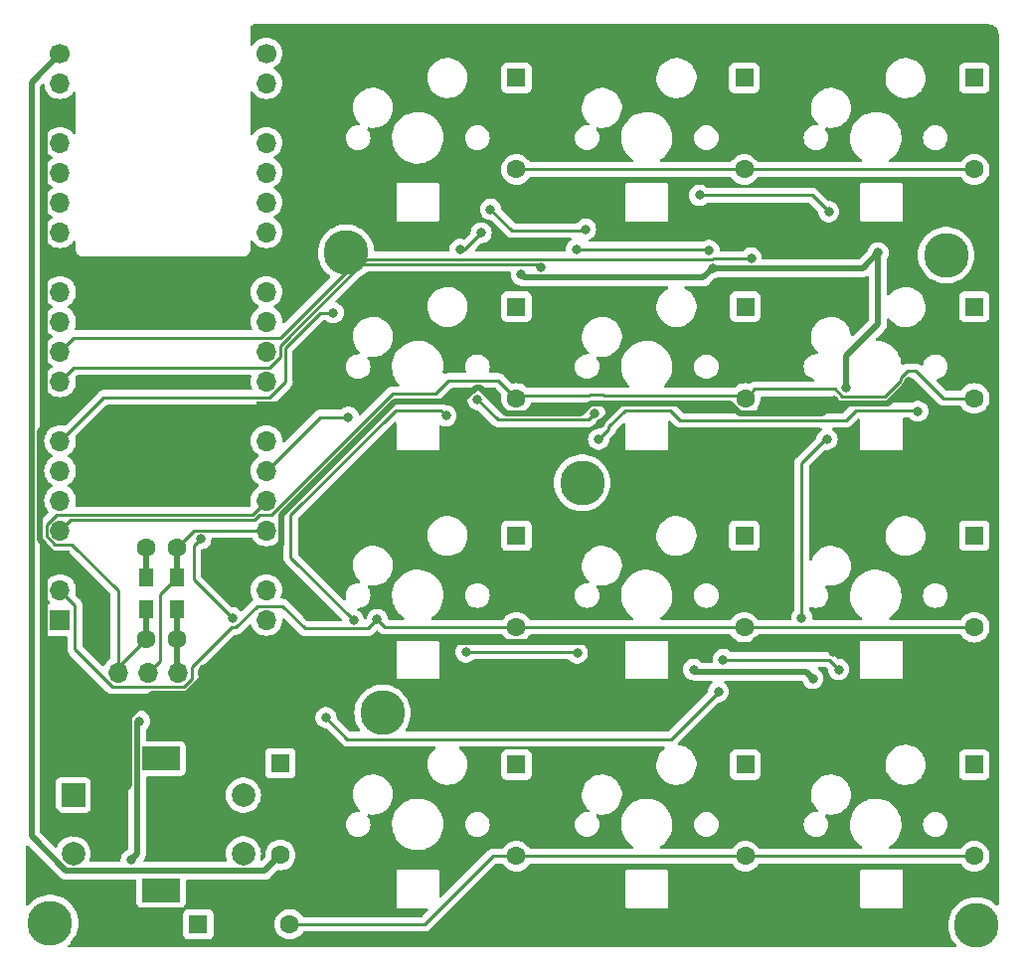
<source format=gbr>
%TF.GenerationSoftware,KiCad,Pcbnew,7.0.5*%
%TF.CreationDate,2023-09-25T19:53:57-07:00*%
%TF.ProjectId,3x4-macropad,3378342d-6d61-4637-926f-7061642e6b69,rev?*%
%TF.SameCoordinates,Original*%
%TF.FileFunction,Copper,L1,Top*%
%TF.FilePolarity,Positive*%
%FSLAX46Y46*%
G04 Gerber Fmt 4.6, Leading zero omitted, Abs format (unit mm)*
G04 Created by KiCad (PCBNEW 7.0.5) date 2023-09-25 19:53:57*
%MOMM*%
%LPD*%
G01*
G04 APERTURE LIST*
%TA.AperFunction,ConnectorPad*%
%ADD10C,3.800000*%
%TD*%
%TA.AperFunction,ComponentPad*%
%ADD11C,2.600000*%
%TD*%
%TA.AperFunction,ComponentPad*%
%ADD12R,2.000000X2.000000*%
%TD*%
%TA.AperFunction,ComponentPad*%
%ADD13C,2.000000*%
%TD*%
%TA.AperFunction,ComponentPad*%
%ADD14R,3.200000X2.000000*%
%TD*%
%TA.AperFunction,ComponentPad*%
%ADD15C,1.700000*%
%TD*%
%TA.AperFunction,ComponentPad*%
%ADD16O,1.700000X1.700000*%
%TD*%
%TA.AperFunction,ComponentPad*%
%ADD17R,1.700000X1.700000*%
%TD*%
%TA.AperFunction,ComponentPad*%
%ADD18R,1.600000X1.600000*%
%TD*%
%TA.AperFunction,ComponentPad*%
%ADD19C,1.600000*%
%TD*%
%TA.AperFunction,SMDPad,CuDef*%
%ADD20R,1.200000X1.500000*%
%TD*%
%TA.AperFunction,SMDPad,CuDef*%
%ADD21R,0.500000X2.900000*%
%TD*%
%TA.AperFunction,ViaPad*%
%ADD22C,0.800000*%
%TD*%
%TA.AperFunction,Conductor*%
%ADD23C,0.250000*%
%TD*%
%TA.AperFunction,Conductor*%
%ADD24C,0.500000*%
%TD*%
G04 APERTURE END LIST*
D10*
%TO.P,H1,1*%
%TO.N,N/C*%
X154900000Y-50800000D03*
D11*
X154900000Y-50800000D03*
%TD*%
%TO.P,H3,1*%
%TO.N,N/C*%
X175000000Y-70400000D03*
D10*
X175000000Y-70400000D03*
%TD*%
D12*
%TO.P,ENC1,A,A*%
%TO.N,ENC_A*%
X131650000Y-97000000D03*
D13*
%TO.P,ENC1,B,B*%
%TO.N,ENC_B*%
X131650000Y-102000000D03*
%TO.P,ENC1,C,C*%
%TO.N,GND*%
X131650000Y-99500000D03*
D14*
%TO.P,ENC1,MP*%
%TO.N,N/C*%
X139150000Y-93900000D03*
X139150000Y-105100000D03*
D13*
%TO.P,ENC1,S1,S1*%
%TO.N,Net-(D13-K)*%
X146150000Y-102000000D03*
%TO.P,ENC1,S2,S2*%
%TO.N,COL0*%
X146150000Y-97000000D03*
%TD*%
D11*
%TO.P,H5,1*%
%TO.N,N/C*%
X129700000Y-107900000D03*
D10*
X129700000Y-107900000D03*
%TD*%
D11*
%TO.P,H2,1*%
%TO.N,N/C*%
X206000000Y-51000000D03*
D10*
X206000000Y-51000000D03*
%TD*%
D11*
%TO.P,H6,1*%
%TO.N,N/C*%
X208600000Y-108100000D03*
D10*
X208600000Y-108100000D03*
%TD*%
D15*
%TO.P,OLED1,1,GND*%
%TO.N,GND*%
X143100000Y-86600000D03*
D16*
%TO.P,OLED1,2,VCC*%
%TO.N,VCC*%
X140560000Y-86600000D03*
%TO.P,OLED1,3,SCL*%
%TO.N,OLED_SCL*%
X138020000Y-86600000D03*
%TO.P,OLED1,4,SDA*%
%TO.N,OLED_SDA*%
X135480000Y-86600000D03*
%TD*%
D11*
%TO.P,H4,1*%
%TO.N,N/C*%
X158000000Y-90000000D03*
D10*
X158000000Y-90000000D03*
%TD*%
D15*
%TO.P,U1,1,GP0*%
%TO.N,unconnected-(U1-GP0-Pad1)*%
X148108000Y-33813000D03*
D16*
%TO.P,U1,2,GP1*%
%TO.N,unconnected-(U1-GP1-Pad2)*%
X148108000Y-36353000D03*
D17*
%TO.P,U1,3,GND*%
%TO.N,GND*%
X148108000Y-38893000D03*
D16*
%TO.P,U1,4,GP2*%
%TO.N,unconnected-(U1-GP2-Pad4)*%
X148108000Y-41433000D03*
%TO.P,U1,5,GP3*%
%TO.N,unconnected-(U1-GP3-Pad5)*%
X148108000Y-43973000D03*
%TO.P,U1,6,GP4*%
%TO.N,unconnected-(U1-GP4-Pad6)*%
X148108000Y-46513000D03*
%TO.P,U1,7,GP5*%
%TO.N,unconnected-(U1-GP5-Pad7)*%
X148108000Y-49053000D03*
D17*
%TO.P,U1,8,GND*%
%TO.N,GND*%
X148108000Y-51593000D03*
D16*
%TO.P,U1,9,GP6*%
%TO.N,unconnected-(U1-GP6-Pad9)*%
X148108000Y-54133000D03*
%TO.P,U1,10,GP7*%
%TO.N,unconnected-(U1-GP7-Pad10)*%
X148108000Y-56673000D03*
%TO.P,U1,11,GP8*%
%TO.N,unconnected-(U1-GP8-Pad11)*%
X148108000Y-59213000D03*
%TO.P,U1,12,GP9*%
%TO.N,unconnected-(U1-GP9-Pad12)*%
X148108000Y-61753000D03*
D17*
%TO.P,U1,13,GND*%
%TO.N,GND*%
X148108000Y-64293000D03*
D16*
%TO.P,U1,14,GP10*%
%TO.N,unconnected-(U1-GP10-Pad14)*%
X148108000Y-66833000D03*
%TO.P,U1,15,GP11*%
%TO.N,RGB*%
X148108000Y-69373000D03*
%TO.P,U1,16,GP12*%
%TO.N,OLED_SDA*%
X148108000Y-71913000D03*
%TO.P,U1,17,GP13*%
%TO.N,OLED_SCL*%
X148108000Y-74453000D03*
D17*
%TO.P,U1,18,GND*%
%TO.N,GND*%
X148108000Y-76993000D03*
D16*
%TO.P,U1,19,GP14*%
%TO.N,ENC_A*%
X148108000Y-79533000D03*
%TO.P,U1,20,GP15*%
%TO.N,ENC_B*%
X148108000Y-82073000D03*
D17*
%TO.P,U1,21,GP16*%
%TO.N,ROW3*%
X130544000Y-82073000D03*
D16*
%TO.P,U1,22,GP17*%
%TO.N,ROW2*%
X130544000Y-79533000D03*
D17*
%TO.P,U1,23,GND*%
%TO.N,GND*%
X130544000Y-76993000D03*
D16*
%TO.P,U1,24,GP18*%
%TO.N,ROW1*%
X130544000Y-74453000D03*
%TO.P,U1,25,GP19*%
%TO.N,ROW0*%
X130544000Y-71913000D03*
%TO.P,U1,26,GP20*%
%TO.N,COL0*%
X130544000Y-69373000D03*
%TO.P,U1,27,GP21*%
%TO.N,COL1*%
X130544000Y-66833000D03*
D17*
%TO.P,U1,28,GND*%
%TO.N,GND*%
X130544000Y-64293000D03*
D16*
%TO.P,U1,29,GP22*%
%TO.N,COL2*%
X130544000Y-61753000D03*
%TO.P,U1,30,GP26*%
%TO.N,COL3*%
X130544000Y-59213000D03*
%TO.P,U1,31,GP27*%
%TO.N,unconnected-(U1-GP27-Pad31)*%
X130544000Y-56673000D03*
%TO.P,U1,32,GP28*%
%TO.N,unconnected-(U1-GP28-Pad32)*%
X130544000Y-54133000D03*
D17*
%TO.P,U1,33,GND*%
%TO.N,GND*%
X130544000Y-51593000D03*
D16*
%TO.P,U1,34,GP29*%
%TO.N,unconnected-(U1-GP29-Pad34)*%
X130544000Y-49053000D03*
%TO.P,U1,35,ADC_VREF*%
%TO.N,VCC*%
X130544000Y-46513000D03*
%TO.P,U1,36,GP24*%
%TO.N,unconnected-(U1-GP24-Pad36)*%
X130544000Y-43973000D03*
%TO.P,U1,37,3V3*%
%TO.N,VCC*%
X130544000Y-41433000D03*
D17*
%TO.P,U1,38,GND*%
%TO.N,GND*%
X130544000Y-38893000D03*
D16*
%TO.P,U1,39,VSYS*%
%TO.N,unconnected-(U1-VSYS-Pad39)*%
X130544000Y-36353000D03*
D15*
%TO.P,U1,40,VBUS*%
%TO.N,VBUS*%
X130544000Y-33813000D03*
%TD*%
D18*
%TO.P,D14,1,K*%
%TO.N,Net-(D14-K)*%
X149300000Y-94300000D03*
D19*
%TO.P,D14,2,A*%
%TO.N,VBUS*%
X149300000Y-102100000D03*
%TD*%
D18*
%TO.P,D11,1,K*%
%TO.N,Net-(D11-K)*%
X208400000Y-74900000D03*
D19*
%TO.P,D11,2,A*%
%TO.N,ROW2*%
X208400000Y-82700000D03*
%TD*%
D18*
%TO.P,D5,1,K*%
%TO.N,Net-(D5-K)*%
X188800000Y-35900000D03*
D19*
%TO.P,D5,2,A*%
%TO.N,ROW0*%
X188800000Y-43700000D03*
%TD*%
D20*
%TO.P,R2,1*%
%TO.N,OLED_SCL*%
X140500000Y-78450000D03*
D21*
X140500000Y-77300000D03*
D19*
X140500000Y-75900000D03*
%TO.P,R2,2*%
%TO.N,VCC*%
X140500000Y-83700000D03*
D21*
X140500000Y-82300000D03*
D20*
X140500000Y-81150000D03*
%TD*%
D18*
%TO.P,D7,1,K*%
%TO.N,Net-(D7-K)*%
X188800000Y-74900000D03*
D19*
%TO.P,D7,2,A*%
%TO.N,ROW2*%
X188800000Y-82700000D03*
%TD*%
D18*
%TO.P,D6,1,K*%
%TO.N,Net-(D6-K)*%
X188900000Y-55400000D03*
D19*
%TO.P,D6,2,A*%
%TO.N,ROW1*%
X188900000Y-63200000D03*
%TD*%
D18*
%TO.P,D9,1,K*%
%TO.N,Net-(D9-K)*%
X208400000Y-35900000D03*
D19*
%TO.P,D9,2,A*%
%TO.N,ROW0*%
X208400000Y-43700000D03*
%TD*%
D18*
%TO.P,D1,1,K*%
%TO.N,Net-(D1-K)*%
X169400000Y-35900000D03*
D19*
%TO.P,D1,2,A*%
%TO.N,ROW0*%
X169400000Y-43700000D03*
%TD*%
D18*
%TO.P,D4,1,K*%
%TO.N,Net-(D4-K)*%
X169400000Y-94400000D03*
D19*
%TO.P,D4,2,A*%
%TO.N,ROW3*%
X169400000Y-102200000D03*
%TD*%
D18*
%TO.P,D10,1,K*%
%TO.N,Net-(D10-K)*%
X208400000Y-55400000D03*
D19*
%TO.P,D10,2,A*%
%TO.N,ROW1*%
X208400000Y-63200000D03*
%TD*%
D18*
%TO.P,D13,1,K*%
%TO.N,Net-(D13-K)*%
X142300000Y-108000000D03*
D19*
%TO.P,D13,2,A*%
%TO.N,ROW3*%
X150100000Y-108000000D03*
%TD*%
D18*
%TO.P,D8,1,K*%
%TO.N,Net-(D8-K)*%
X188900000Y-94400000D03*
D19*
%TO.P,D8,2,A*%
%TO.N,ROW3*%
X188900000Y-102200000D03*
%TD*%
D18*
%TO.P,D12,1,K*%
%TO.N,Net-(D12-K)*%
X208400000Y-94400000D03*
D19*
%TO.P,D12,2,A*%
%TO.N,ROW3*%
X208400000Y-102200000D03*
%TD*%
D18*
%TO.P,D2,1,K*%
%TO.N,Net-(D2-K)*%
X169400000Y-55400000D03*
D19*
%TO.P,D2,2,A*%
%TO.N,ROW1*%
X169400000Y-63200000D03*
%TD*%
D20*
%TO.P,R1,1*%
%TO.N,OLED_SDA*%
X137900000Y-81150000D03*
D21*
X137900000Y-82300000D03*
D19*
X137900000Y-83700000D03*
%TO.P,R1,2*%
%TO.N,VCC*%
X137900000Y-75900000D03*
D21*
X137900000Y-77300000D03*
D20*
X137900000Y-78450000D03*
%TD*%
D18*
%TO.P,D3,1,K*%
%TO.N,Net-(D3-K)*%
X169400000Y-74900000D03*
D19*
%TO.P,D3,2,A*%
%TO.N,ROW2*%
X169400000Y-82700000D03*
%TD*%
D22*
%TO.N,ROW2*%
X157550000Y-82025700D03*
%TO.N,GND*%
X202840000Y-61764300D03*
X156900000Y-84900000D03*
X164700000Y-63500000D03*
X189818000Y-83861100D03*
X196485000Y-63389300D03*
X176300000Y-84500000D03*
X196400000Y-84800000D03*
X176573000Y-65355700D03*
X149100000Y-83800000D03*
%TO.N,VCC*%
X136600000Y-102500000D03*
X137300000Y-90700000D03*
%TO.N,COL1*%
X153800000Y-55900000D03*
%TO.N,COL2*%
X171500000Y-52051000D03*
%TO.N,COL3*%
X189400000Y-51250500D03*
%TO.N,VBUS*%
X200200000Y-50800000D03*
X197460000Y-62301200D03*
X186100000Y-52100000D03*
X169825000Y-52674600D03*
X194652000Y-87056700D03*
X184500000Y-86300000D03*
%TO.N,RGB*%
X155100000Y-64800000D03*
X145200000Y-81900000D03*
X142512000Y-75177500D03*
%TO.N,Net-(LED4-DIN)*%
X196849000Y-86302400D03*
X187017000Y-85450500D03*
%TO.N,Net-(LED5-DIN)*%
X174599000Y-84899300D03*
X165100000Y-84800000D03*
%TO.N,Net-(LED6-DIN)*%
X155524000Y-82093400D03*
X163401000Y-64686500D03*
%TO.N,Net-(LED7-DIN)*%
X166101000Y-63300600D03*
X176059000Y-64498500D03*
%TO.N,Net-(LED8-DIN)*%
X203578000Y-64300000D03*
X176400000Y-66700000D03*
%TO.N,Net-(LED10-DIN)*%
X185000000Y-45900000D03*
X196000000Y-47300000D03*
%TO.N,Net-(LED11-DIN)*%
X175296000Y-48794700D03*
X167200000Y-47100000D03*
%TO.N,Net-(JP1-B)*%
X164600000Y-50500000D03*
X166400000Y-49100000D03*
%TO.N,Net-(LED13-DIN)*%
X185801000Y-50599300D03*
X174500000Y-50549500D03*
%TO.N,Net-(LED14-DIN)*%
X193700000Y-81900000D03*
X195857000Y-66681900D03*
%TO.N,Net-(LED15-DIN)*%
X186600000Y-88200000D03*
X153190000Y-90400000D03*
%TD*%
D23*
%TO.N,ROW0*%
X188800000Y-43700000D02*
X169400000Y-43700000D01*
X208400000Y-43700000D02*
X188800000Y-43700000D01*
%TO.N,ROW1*%
X202117000Y-61674100D02*
X202117000Y-61461900D01*
X205778000Y-63200000D02*
X208400000Y-63200000D01*
X167876000Y-61675900D02*
X169400000Y-63200000D01*
X175639000Y-62904900D02*
X175618000Y-62925500D01*
X147506000Y-73150500D02*
X148536000Y-73150500D01*
X188900000Y-63200000D02*
X189700000Y-62400000D01*
X203440000Y-60861900D02*
X205778000Y-63200000D01*
X130544000Y-74453000D02*
X131459000Y-73537500D01*
X131459000Y-73537500D02*
X147119000Y-73537500D01*
X148536000Y-73150500D02*
X158860000Y-62826000D01*
X196534000Y-62400000D02*
X197160000Y-63025700D01*
X176839000Y-62925500D02*
X176819000Y-62904900D01*
X202117000Y-61461900D02*
X202718000Y-60861900D01*
X169674000Y-62925500D02*
X169400000Y-63200000D01*
X202718000Y-60861900D02*
X203440000Y-60861900D01*
X189700000Y-62400000D02*
X196534000Y-62400000D01*
X162472000Y-62826000D02*
X163622000Y-61675900D01*
X188900000Y-63200000D02*
X188626000Y-62925500D01*
X188626000Y-62925500D02*
X176839000Y-62925500D01*
X200766000Y-63025700D02*
X202117000Y-61674100D01*
X147119000Y-73537500D02*
X147506000Y-73150500D01*
X158860000Y-62826000D02*
X162472000Y-62826000D01*
X175618000Y-62925500D02*
X169674000Y-62925500D01*
X163622000Y-61675900D02*
X167876000Y-61675900D01*
X176819000Y-62904900D02*
X175639000Y-62904900D01*
X197160000Y-63025700D02*
X200766000Y-63025700D01*
%TO.N,ROW2*%
X151377000Y-82817900D02*
X149457000Y-80898000D01*
X131800000Y-80789000D02*
X130544000Y-79533000D01*
X141735000Y-86113300D02*
X141735000Y-87086700D01*
X134993000Y-87775000D02*
X131800000Y-84581700D01*
X157550000Y-82025700D02*
X156758000Y-82817900D01*
X145500000Y-82724500D02*
X145124000Y-82724500D01*
X156758000Y-82817900D02*
X151377000Y-82817900D01*
X169400000Y-82700000D02*
X158225000Y-82700000D01*
X141047000Y-87775000D02*
X134993000Y-87775000D01*
X188800000Y-82700000D02*
X169400000Y-82700000D01*
X145124000Y-82724500D02*
X141735000Y-86113300D01*
X147327000Y-80898000D02*
X145500000Y-82724500D01*
X208400000Y-82700000D02*
X188800000Y-82700000D01*
X131800000Y-84581700D02*
X131800000Y-80789000D01*
X158225000Y-82700000D02*
X157550000Y-82025700D01*
X149457000Y-80898000D02*
X147327000Y-80898000D01*
X141735000Y-87086700D02*
X141047000Y-87775000D01*
%TO.N,ROW3*%
X167389000Y-102200000D02*
X169400000Y-102200000D01*
X161589000Y-108000000D02*
X167389000Y-102200000D01*
X169400000Y-102200000D02*
X188900000Y-102200000D01*
X150100000Y-108000000D02*
X161589000Y-108000000D01*
X188900000Y-102200000D02*
X208400000Y-102200000D01*
D24*
%TO.N,GND*%
X196400000Y-84800000D02*
X195633000Y-84032900D01*
X189989000Y-84032900D02*
X189818000Y-83861100D01*
X165950000Y-62250400D02*
X164700000Y-63500000D01*
X156900000Y-84900000D02*
X150200000Y-84900000D01*
X163216000Y-83950000D02*
X162866000Y-83600000D01*
X150200000Y-84900000D02*
X149100000Y-83800000D01*
X136400000Y-90350500D02*
X138400000Y-88350000D01*
X129244000Y-62993000D02*
X130544000Y-64293000D01*
X149408000Y-75693000D02*
X149408000Y-73123300D01*
X148108000Y-51593000D02*
X130544000Y-51593000D01*
X130544000Y-76993000D02*
X128794000Y-75243500D01*
X141350000Y-88350000D02*
X143100000Y-86600000D01*
X178238000Y-63649000D02*
X187581000Y-63649000D01*
X130544000Y-51593000D02*
X129244000Y-52893000D01*
X175750000Y-83950000D02*
X163216000Y-83950000D01*
X133064000Y-99500000D02*
X136400000Y-96164700D01*
X158999000Y-63500000D02*
X164700000Y-63500000D01*
X148108000Y-76993000D02*
X149408000Y-75693000D01*
X168551000Y-64450000D02*
X166352000Y-62250400D01*
X176573000Y-65314000D02*
X176573000Y-65355700D01*
X129244000Y-50293000D02*
X130544000Y-51593000D01*
X195633000Y-84032900D02*
X189989000Y-84032900D01*
X195425000Y-64450000D02*
X196485000Y-63389300D01*
X162866000Y-83600000D02*
X158200000Y-83600000D01*
X131650000Y-99500000D02*
X133064000Y-99500000D01*
X129244000Y-40193000D02*
X129244000Y-50293000D01*
X175707000Y-63649000D02*
X174906000Y-64450000D01*
X176300000Y-84500000D02*
X175750000Y-83950000D01*
X174906000Y-64450000D02*
X168551000Y-64450000D01*
X149392000Y-73107300D02*
X158999000Y-63500000D01*
X196696000Y-63600200D02*
X201004000Y-63600200D01*
X136400000Y-96164700D02*
X136400000Y-90350500D01*
X158200000Y-83600000D02*
X156900000Y-84900000D01*
X128794000Y-75243500D02*
X128794000Y-66042500D01*
X129244000Y-52893000D02*
X129244000Y-62993000D01*
X166352000Y-62250400D02*
X165950000Y-62250400D01*
X201004000Y-63600200D02*
X202840000Y-61764300D01*
X130544000Y-38893000D02*
X129244000Y-40193000D01*
X128794000Y-66042500D02*
X130544000Y-64293000D01*
X129244000Y-97494000D02*
X129244000Y-78293000D01*
X149408000Y-73123300D02*
X149392000Y-73107300D01*
X131250000Y-99500000D02*
X129244000Y-97494000D01*
X188382000Y-64450000D02*
X195425000Y-64450000D01*
X196485000Y-63389300D02*
X196696000Y-63600200D01*
X178238000Y-63649000D02*
X176573000Y-65314000D01*
X178238000Y-63649000D02*
X175707000Y-63649000D01*
X129244000Y-78293000D02*
X130544000Y-76993000D01*
X187581000Y-63649000D02*
X188382000Y-64450000D01*
X138400000Y-88350000D02*
X141350000Y-88350000D01*
%TO.N,VCC*%
X140500000Y-83700000D02*
X140500000Y-86540000D01*
X140500000Y-86540000D02*
X140560000Y-86600000D01*
X137900000Y-77300000D02*
X137900000Y-75900000D01*
X140500000Y-83700000D02*
X140500000Y-82300000D01*
X137099000Y-90901000D02*
X137099000Y-102001000D01*
X140500000Y-81150000D02*
X140500000Y-82300000D01*
X137099000Y-102001000D02*
X136600000Y-102500000D01*
X137300000Y-90700000D02*
X137099000Y-90901000D01*
X137900000Y-78450000D02*
X137900000Y-77300000D01*
D23*
%TO.N,OLED_SCL*%
X139025000Y-79925000D02*
X139025000Y-85595000D01*
X140500000Y-75900000D02*
X141947000Y-74453000D01*
X140500000Y-78450000D02*
X140500000Y-77300000D01*
X140500000Y-78450000D02*
X139025000Y-79925000D01*
X140500000Y-77300000D02*
X140500000Y-75900000D01*
X139025000Y-85595000D02*
X138020000Y-86600000D01*
X141947000Y-74453000D02*
X148108000Y-74453000D01*
%TO.N,OLED_SDA*%
X130247000Y-73088000D02*
X146933000Y-73088000D01*
X130057000Y-75628000D02*
X129369000Y-74939700D01*
X129369000Y-73966300D02*
X130247000Y-73088000D01*
X137900000Y-82300000D02*
X137900000Y-83700000D01*
X146933000Y-73088000D02*
X148108000Y-71913000D01*
X137900000Y-83700000D02*
X135480000Y-86120000D01*
X135480000Y-79579000D02*
X131529000Y-75628000D01*
X129369000Y-74939700D02*
X129369000Y-73966300D01*
X135480000Y-86600000D02*
X135480000Y-86120000D01*
X137900000Y-82300000D02*
X137900000Y-81150000D01*
X135480000Y-86120000D02*
X135480000Y-79579000D01*
X131529000Y-75628000D02*
X130057000Y-75628000D01*
%TO.N,COL1*%
X148405000Y-63118000D02*
X149733000Y-61790200D01*
X130544000Y-66833000D02*
X134259000Y-63118000D01*
X149733000Y-61790200D02*
X149733000Y-58874600D01*
X152707000Y-55900000D02*
X153800000Y-55900000D01*
X149733000Y-58874600D02*
X152707000Y-55900000D01*
X134259000Y-63118000D02*
X148405000Y-63118000D01*
%TO.N,COL2*%
X130544000Y-61753000D02*
X131719000Y-60578000D01*
X131719000Y-60578000D02*
X148405000Y-60578000D01*
X171223000Y-51773500D02*
X171500000Y-52051000D01*
X156198000Y-51773500D02*
X171223000Y-51773500D01*
X149267000Y-59000000D02*
X149267000Y-58704400D01*
X149267000Y-58704400D02*
X156198000Y-51773500D01*
X148405000Y-60578000D02*
X149283000Y-59699700D01*
X149283000Y-59016000D02*
X149267000Y-59000000D01*
X149283000Y-59699700D02*
X149283000Y-59016000D01*
%TO.N,COL3*%
X131719000Y-58038000D02*
X130544000Y-59213000D01*
X189400000Y-51250500D02*
X189350000Y-51300000D01*
X189350000Y-51300000D02*
X186125000Y-51300000D01*
X186125000Y-51300000D02*
X186100000Y-51324500D01*
X185500000Y-51324500D02*
X185499000Y-51324000D01*
X156012000Y-51324000D02*
X149298000Y-58038000D01*
X149298000Y-58038000D02*
X131719000Y-58038000D01*
X185499000Y-51324000D02*
X156012000Y-51324000D01*
X186100000Y-51324500D02*
X185500000Y-51324500D01*
D24*
%TO.N,VBUS*%
X194096000Y-86500000D02*
X194652000Y-87056700D01*
X198900000Y-52100000D02*
X186100000Y-52100000D01*
X147950000Y-103450000D02*
X149300000Y-102100000D01*
X197460000Y-59583700D02*
X197460000Y-62301200D01*
X200200000Y-56843800D02*
X197460000Y-59583700D01*
X131049000Y-103450000D02*
X147950000Y-103450000D01*
X128094000Y-36262500D02*
X128094000Y-100495000D01*
X200200000Y-50800000D02*
X200200000Y-56843800D01*
X200200000Y-50800000D02*
X198900000Y-52100000D01*
X185300000Y-52900500D02*
X170051000Y-52900500D01*
X184700000Y-86500000D02*
X194096000Y-86500000D01*
X128094000Y-100495000D02*
X131049000Y-103450000D01*
X130544000Y-33813000D02*
X128094000Y-36262500D01*
X186100000Y-52100000D02*
X185300000Y-52900500D01*
X170051000Y-52900500D02*
X169825000Y-52674600D01*
X184500000Y-86300000D02*
X184700000Y-86500000D01*
D23*
%TO.N,RGB*%
X152681000Y-64800000D02*
X155100000Y-64800000D01*
X141900000Y-75789800D02*
X142512000Y-75177500D01*
X141900000Y-78600000D02*
X141900000Y-75789800D01*
X145200000Y-81900000D02*
X141900000Y-78600000D01*
X148108000Y-69373000D02*
X152681000Y-64800000D01*
%TO.N,Net-(LED4-DIN)*%
X195997000Y-85450500D02*
X196849000Y-86302400D01*
X187017000Y-85450500D02*
X195997000Y-85450500D01*
%TO.N,Net-(LED5-DIN)*%
X165100000Y-84800000D02*
X174500000Y-84800000D01*
X174500000Y-84800000D02*
X174599000Y-84899300D01*
%TO.N,Net-(LED6-DIN)*%
X162939000Y-64225000D02*
X163401000Y-64686500D01*
X150166000Y-73145800D02*
X159087000Y-64225000D01*
X159087000Y-64225000D02*
X162939000Y-64225000D01*
X150166000Y-76734900D02*
X150166000Y-73145800D01*
X155524000Y-82093400D02*
X150166000Y-76734900D01*
%TO.N,Net-(LED7-DIN)*%
X176059000Y-64498500D02*
X175532000Y-65025000D01*
X175532000Y-65025000D02*
X167825000Y-65025000D01*
X167825000Y-65025000D02*
X166101000Y-63300600D01*
%TO.N,Net-(LED8-DIN)*%
X183362000Y-65074500D02*
X197457000Y-65074500D01*
X177282000Y-65817500D02*
X177282000Y-65628600D01*
X177282000Y-65628600D02*
X178688000Y-64223500D01*
X198331000Y-64200000D02*
X203478000Y-64200000D01*
X197457000Y-65074500D02*
X198331000Y-64200000D01*
X182511000Y-64223500D02*
X183362000Y-65074500D01*
X203478000Y-64200000D02*
X203578000Y-64300000D01*
X178688000Y-64223500D02*
X182511000Y-64223500D01*
X176400000Y-66700000D02*
X177282000Y-65817500D01*
%TO.N,Net-(LED10-DIN)*%
X194600000Y-45900000D02*
X196000000Y-47300000D01*
X185000000Y-45900000D02*
X194600000Y-45900000D01*
%TO.N,Net-(LED11-DIN)*%
X169000000Y-48900000D02*
X175191000Y-48900000D01*
X175191000Y-48900000D02*
X175296000Y-48794700D01*
X167200000Y-47100000D02*
X169000000Y-48900000D01*
%TO.N,Net-(JP1-B)*%
X165000000Y-50500000D02*
X166400000Y-49100000D01*
X164600000Y-50500000D02*
X165000000Y-50500000D01*
%TO.N,Net-(LED13-DIN)*%
X174500000Y-50549500D02*
X174550000Y-50500000D01*
X185701000Y-50500000D02*
X185801000Y-50599300D01*
X174550000Y-50500000D02*
X185701000Y-50500000D01*
%TO.N,Net-(LED14-DIN)*%
X193700000Y-81900000D02*
X193700000Y-68700000D01*
X193700000Y-68700000D02*
X195718000Y-66681900D01*
X195718000Y-66681900D02*
X195857000Y-66681900D01*
%TO.N,Net-(LED15-DIN)*%
X153190000Y-90400000D02*
X153315000Y-90524500D01*
X153190000Y-90400000D02*
X155015000Y-92225000D01*
X155015000Y-92225000D02*
X182575000Y-92225000D01*
X182575000Y-92225000D02*
X186600000Y-88200000D01*
%TD*%
%TA.AperFunction,Conductor*%
%TO.N,GND*%
G36*
X209603031Y-31327799D02*
G01*
X209663937Y-31333797D01*
X209758067Y-31343068D01*
X209781895Y-31347807D01*
X209922209Y-31390371D01*
X209944658Y-31399670D01*
X210073963Y-31468785D01*
X210094173Y-31482289D01*
X210207509Y-31575300D01*
X210224699Y-31592490D01*
X210317710Y-31705826D01*
X210331214Y-31726036D01*
X210400326Y-31855334D01*
X210409629Y-31877793D01*
X210452190Y-32018098D01*
X210456932Y-32041938D01*
X210472201Y-32196966D01*
X210472500Y-32203047D01*
X210472500Y-106278838D01*
X210452815Y-106345877D01*
X210400011Y-106391632D01*
X210330853Y-106401576D01*
X210267297Y-106372551D01*
X210263616Y-106369230D01*
X210133163Y-106246727D01*
X210133153Y-106246719D01*
X209888806Y-106069191D01*
X209888799Y-106069186D01*
X209888795Y-106069184D01*
X209624104Y-105923668D01*
X209624101Y-105923666D01*
X209624096Y-105923664D01*
X209624095Y-105923663D01*
X209343265Y-105812475D01*
X209343262Y-105812474D01*
X209050695Y-105737357D01*
X208751036Y-105699500D01*
X208751027Y-105699500D01*
X208448973Y-105699500D01*
X208448963Y-105699500D01*
X208149304Y-105737357D01*
X207856737Y-105812474D01*
X207856734Y-105812475D01*
X207575904Y-105923663D01*
X207575903Y-105923664D01*
X207311205Y-106069184D01*
X207311193Y-106069191D01*
X207066846Y-106246719D01*
X207066836Y-106246727D01*
X206846652Y-106453494D01*
X206654111Y-106686236D01*
X206492268Y-106941261D01*
X206492265Y-106941267D01*
X206363661Y-107214563D01*
X206363659Y-107214568D01*
X206270320Y-107501835D01*
X206213719Y-107798546D01*
X206213718Y-107798553D01*
X206194754Y-108099994D01*
X206194754Y-108100005D01*
X206213718Y-108401446D01*
X206213719Y-108401453D01*
X206229468Y-108484013D01*
X206256458Y-108625500D01*
X206270320Y-108698164D01*
X206363659Y-108985431D01*
X206363661Y-108985436D01*
X206492265Y-109258732D01*
X206492268Y-109258738D01*
X206654111Y-109513763D01*
X206654114Y-109513767D01*
X206654115Y-109513768D01*
X206681197Y-109546505D01*
X206846652Y-109746505D01*
X206859008Y-109758108D01*
X206894403Y-109818350D01*
X206891609Y-109888163D01*
X206851515Y-109945384D01*
X206786850Y-109971845D01*
X206774124Y-109972500D01*
X131312587Y-109972500D01*
X131245548Y-109952815D01*
X131199793Y-109900011D01*
X131189849Y-109830853D01*
X131218874Y-109767297D01*
X131230402Y-109756028D01*
X131230321Y-109755942D01*
X131419466Y-109578322D01*
X131453349Y-109546504D01*
X131645885Y-109313768D01*
X131807733Y-109058736D01*
X131906959Y-108847870D01*
X140999500Y-108847870D01*
X140999501Y-108847876D01*
X141005908Y-108907483D01*
X141056202Y-109042328D01*
X141056206Y-109042335D01*
X141142452Y-109157544D01*
X141142455Y-109157547D01*
X141257664Y-109243793D01*
X141257671Y-109243797D01*
X141392517Y-109294091D01*
X141392516Y-109294091D01*
X141399444Y-109294835D01*
X141452127Y-109300500D01*
X143147872Y-109300499D01*
X143207483Y-109294091D01*
X143342331Y-109243796D01*
X143457546Y-109157546D01*
X143543796Y-109042331D01*
X143594091Y-108907483D01*
X143600500Y-108847873D01*
X143600500Y-108000001D01*
X148794532Y-108000001D01*
X148814364Y-108226686D01*
X148814366Y-108226697D01*
X148873258Y-108446488D01*
X148873261Y-108446497D01*
X148969431Y-108652732D01*
X148969432Y-108652734D01*
X149099954Y-108839141D01*
X149260858Y-109000045D01*
X149260861Y-109000047D01*
X149447266Y-109130568D01*
X149653504Y-109226739D01*
X149873308Y-109285635D01*
X150035230Y-109299801D01*
X150099998Y-109305468D01*
X150100000Y-109305468D01*
X150100002Y-109305468D01*
X150156807Y-109300498D01*
X150326692Y-109285635D01*
X150546496Y-109226739D01*
X150752734Y-109130568D01*
X150939139Y-109000047D01*
X151100047Y-108839139D01*
X151212612Y-108678377D01*
X151267189Y-108634752D01*
X151314188Y-108625500D01*
X161506257Y-108625500D01*
X161521877Y-108627224D01*
X161521904Y-108626939D01*
X161529666Y-108627673D01*
X161529666Y-108627672D01*
X161529667Y-108627673D01*
X161532999Y-108627568D01*
X161597847Y-108625531D01*
X161599794Y-108625500D01*
X161628347Y-108625500D01*
X161628350Y-108625500D01*
X161635228Y-108624630D01*
X161641041Y-108624172D01*
X161687627Y-108622709D01*
X161706869Y-108617117D01*
X161725912Y-108613174D01*
X161745792Y-108610664D01*
X161789122Y-108593507D01*
X161794646Y-108591617D01*
X161798396Y-108590527D01*
X161839390Y-108578618D01*
X161856629Y-108568422D01*
X161874103Y-108559862D01*
X161892727Y-108552488D01*
X161892727Y-108552487D01*
X161892732Y-108552486D01*
X161930449Y-108525082D01*
X161935305Y-108521892D01*
X161975420Y-108498170D01*
X161989589Y-108483999D01*
X162004379Y-108471368D01*
X162020587Y-108459594D01*
X162050299Y-108423676D01*
X162054212Y-108419376D01*
X163954676Y-106518912D01*
X178668470Y-106518912D01*
X178676548Y-106536599D01*
X178682731Y-106553177D01*
X178688211Y-106571841D01*
X178693350Y-106579838D01*
X178699574Y-106587021D01*
X178715932Y-106597533D01*
X178730097Y-106608137D01*
X178744795Y-106620873D01*
X178744796Y-106620873D01*
X178744798Y-106620875D01*
X178744800Y-106620875D01*
X178753444Y-106624823D01*
X178762561Y-106627500D01*
X178762563Y-106627500D01*
X178782012Y-106627500D01*
X178799658Y-106628762D01*
X178818910Y-106631530D01*
X178818910Y-106631529D01*
X178818911Y-106631530D01*
X178818911Y-106631529D01*
X178836557Y-106628993D01*
X178836899Y-106631373D01*
X178854709Y-106627500D01*
X182182012Y-106627500D01*
X182199657Y-106628762D01*
X182202742Y-106629205D01*
X182218911Y-106631530D01*
X182236610Y-106623446D01*
X182253170Y-106617269D01*
X182271842Y-106611788D01*
X182271843Y-106611786D01*
X182279840Y-106606647D01*
X182287020Y-106600426D01*
X182297530Y-106584071D01*
X182308136Y-106569901D01*
X182320875Y-106555202D01*
X182320875Y-106555200D01*
X182324821Y-106546561D01*
X182327500Y-106537438D01*
X182327500Y-106518912D01*
X198668470Y-106518912D01*
X198676548Y-106536599D01*
X198682731Y-106553177D01*
X198688211Y-106571841D01*
X198693350Y-106579838D01*
X198699574Y-106587021D01*
X198715932Y-106597533D01*
X198730097Y-106608137D01*
X198744795Y-106620873D01*
X198744796Y-106620873D01*
X198744798Y-106620875D01*
X198744800Y-106620875D01*
X198753444Y-106624823D01*
X198762561Y-106627500D01*
X198762563Y-106627500D01*
X198782012Y-106627500D01*
X198799658Y-106628762D01*
X198818910Y-106631530D01*
X198818910Y-106631529D01*
X198818911Y-106631530D01*
X198818911Y-106631529D01*
X198836557Y-106628993D01*
X198836899Y-106631373D01*
X198854709Y-106627500D01*
X202182012Y-106627500D01*
X202199657Y-106628762D01*
X202202742Y-106629205D01*
X202218911Y-106631530D01*
X202236610Y-106623446D01*
X202253170Y-106617269D01*
X202271842Y-106611788D01*
X202271843Y-106611786D01*
X202279840Y-106606647D01*
X202287020Y-106600426D01*
X202297530Y-106584071D01*
X202308136Y-106569901D01*
X202320875Y-106555202D01*
X202320875Y-106555200D01*
X202324821Y-106546561D01*
X202327500Y-106537438D01*
X202327500Y-106517988D01*
X202328762Y-106500342D01*
X202331530Y-106481089D01*
X202328993Y-106463443D01*
X202331373Y-106463100D01*
X202327500Y-106445291D01*
X202327500Y-103517987D01*
X202328762Y-103500341D01*
X202330876Y-103485635D01*
X202331530Y-103481089D01*
X202323449Y-103463396D01*
X202317267Y-103446819D01*
X202311788Y-103428158D01*
X202306651Y-103420163D01*
X202300426Y-103412980D01*
X202284066Y-103402466D01*
X202269901Y-103391862D01*
X202255200Y-103379123D01*
X202246568Y-103375181D01*
X202237437Y-103372500D01*
X202237436Y-103372500D01*
X202217988Y-103372500D01*
X202200342Y-103371238D01*
X202181089Y-103368469D01*
X202163443Y-103371007D01*
X202163100Y-103368626D01*
X202145291Y-103372500D01*
X198817988Y-103372500D01*
X198800342Y-103371238D01*
X198781088Y-103368469D01*
X198781087Y-103368470D01*
X198763396Y-103376549D01*
X198746824Y-103382730D01*
X198728160Y-103388210D01*
X198720161Y-103393350D01*
X198712979Y-103399574D01*
X198702460Y-103415941D01*
X198691863Y-103430096D01*
X198679125Y-103444796D01*
X198675178Y-103453440D01*
X198672500Y-103462563D01*
X198672500Y-103482012D01*
X198671238Y-103499657D01*
X198668470Y-103518909D01*
X198671008Y-103536558D01*
X198668621Y-103536901D01*
X198672500Y-103554710D01*
X198672500Y-106482012D01*
X198671238Y-106499658D01*
X198668470Y-106518908D01*
X198668470Y-106518912D01*
X182327500Y-106518912D01*
X182327500Y-106517988D01*
X182328762Y-106500342D01*
X182331530Y-106481089D01*
X182328993Y-106463443D01*
X182331373Y-106463100D01*
X182327500Y-106445291D01*
X182327500Y-103517987D01*
X182328762Y-103500341D01*
X182330876Y-103485635D01*
X182331530Y-103481089D01*
X182323449Y-103463396D01*
X182317267Y-103446819D01*
X182311788Y-103428158D01*
X182306651Y-103420163D01*
X182300426Y-103412980D01*
X182284066Y-103402466D01*
X182269901Y-103391862D01*
X182255200Y-103379123D01*
X182246568Y-103375181D01*
X182237437Y-103372500D01*
X182237436Y-103372500D01*
X182217988Y-103372500D01*
X182200342Y-103371238D01*
X182181089Y-103368469D01*
X182163443Y-103371007D01*
X182163100Y-103368626D01*
X182145291Y-103372500D01*
X178817988Y-103372500D01*
X178800342Y-103371238D01*
X178781088Y-103368469D01*
X178781087Y-103368470D01*
X178763396Y-103376549D01*
X178746824Y-103382730D01*
X178728160Y-103388210D01*
X178720161Y-103393350D01*
X178712979Y-103399574D01*
X178702460Y-103415941D01*
X178691863Y-103430096D01*
X178679125Y-103444796D01*
X178675178Y-103453440D01*
X178672500Y-103462563D01*
X178672500Y-103482012D01*
X178671238Y-103499657D01*
X178668470Y-103518909D01*
X178671008Y-103536558D01*
X178668621Y-103536901D01*
X178672500Y-103554710D01*
X178672500Y-106482012D01*
X178671238Y-106499658D01*
X178668470Y-106518908D01*
X178668470Y-106518912D01*
X163954676Y-106518912D01*
X167611770Y-102861819D01*
X167673094Y-102828334D01*
X167699452Y-102825500D01*
X168185812Y-102825500D01*
X168252851Y-102845185D01*
X168287387Y-102878377D01*
X168399954Y-103039141D01*
X168560858Y-103200045D01*
X168560861Y-103200047D01*
X168747266Y-103330568D01*
X168953504Y-103426739D01*
X168953509Y-103426740D01*
X168953511Y-103426741D01*
X169006415Y-103440916D01*
X169173308Y-103485635D01*
X169333477Y-103499648D01*
X169399998Y-103505468D01*
X169400000Y-103505468D01*
X169400002Y-103505468D01*
X169466420Y-103499657D01*
X169626692Y-103485635D01*
X169846496Y-103426739D01*
X170052734Y-103330568D01*
X170239139Y-103200047D01*
X170400047Y-103039139D01*
X170512612Y-102878377D01*
X170567189Y-102834752D01*
X170614188Y-102825500D01*
X187685812Y-102825500D01*
X187752851Y-102845185D01*
X187787387Y-102878377D01*
X187899954Y-103039141D01*
X188060858Y-103200045D01*
X188060861Y-103200047D01*
X188247266Y-103330568D01*
X188453504Y-103426739D01*
X188453509Y-103426740D01*
X188453511Y-103426741D01*
X188506415Y-103440916D01*
X188673308Y-103485635D01*
X188833477Y-103499648D01*
X188899998Y-103505468D01*
X188900000Y-103505468D01*
X188900002Y-103505468D01*
X188966420Y-103499657D01*
X189126692Y-103485635D01*
X189346496Y-103426739D01*
X189552734Y-103330568D01*
X189739139Y-103200047D01*
X189900047Y-103039139D01*
X190012612Y-102878377D01*
X190067189Y-102834752D01*
X190114188Y-102825500D01*
X207185812Y-102825500D01*
X207252851Y-102845185D01*
X207287387Y-102878377D01*
X207399954Y-103039141D01*
X207560858Y-103200045D01*
X207560861Y-103200047D01*
X207747266Y-103330568D01*
X207953504Y-103426739D01*
X207953509Y-103426740D01*
X207953511Y-103426741D01*
X208006415Y-103440916D01*
X208173308Y-103485635D01*
X208333477Y-103499648D01*
X208399998Y-103505468D01*
X208400000Y-103505468D01*
X208400002Y-103505468D01*
X208466420Y-103499657D01*
X208626692Y-103485635D01*
X208846496Y-103426739D01*
X209052734Y-103330568D01*
X209239139Y-103200047D01*
X209400047Y-103039139D01*
X209530568Y-102852734D01*
X209626739Y-102646496D01*
X209685635Y-102426692D01*
X209705468Y-102200000D01*
X209702269Y-102163441D01*
X209694449Y-102074049D01*
X209685635Y-101973308D01*
X209626739Y-101753504D01*
X209530568Y-101547266D01*
X209400047Y-101360861D01*
X209400045Y-101360858D01*
X209239141Y-101199954D01*
X209052734Y-101069432D01*
X209052732Y-101069431D01*
X208846497Y-100973261D01*
X208846488Y-100973258D01*
X208626697Y-100914366D01*
X208626693Y-100914365D01*
X208626692Y-100914365D01*
X208626691Y-100914364D01*
X208626686Y-100914364D01*
X208400002Y-100894532D01*
X208399998Y-100894532D01*
X208173313Y-100914364D01*
X208173302Y-100914366D01*
X207953511Y-100973258D01*
X207953502Y-100973261D01*
X207747267Y-101069431D01*
X207747265Y-101069432D01*
X207560858Y-101199954D01*
X207399954Y-101360858D01*
X207287387Y-101521623D01*
X207232811Y-101565248D01*
X207185812Y-101574500D01*
X201255110Y-101574500D01*
X201188071Y-101554815D01*
X201142316Y-101502011D01*
X201132372Y-101432853D01*
X201161397Y-101369297D01*
X201184929Y-101348271D01*
X201363023Y-101226018D01*
X201580917Y-101028944D01*
X201770599Y-100804587D01*
X201928686Y-100556949D01*
X202052354Y-100290449D01*
X202139399Y-100009845D01*
X202188266Y-99720142D01*
X202195626Y-99499999D01*
X204023513Y-99499999D01*
X204043812Y-99706108D01*
X204103934Y-99904304D01*
X204201559Y-100086947D01*
X204201563Y-100086954D01*
X204332950Y-100247049D01*
X204493045Y-100378436D01*
X204493052Y-100378440D01*
X204675695Y-100476065D01*
X204675697Y-100476065D01*
X204675700Y-100476067D01*
X204873890Y-100536187D01*
X205028351Y-100551400D01*
X205028354Y-100551400D01*
X205131646Y-100551400D01*
X205131649Y-100551400D01*
X205286110Y-100536187D01*
X205484300Y-100476067D01*
X205666953Y-100378437D01*
X205827049Y-100247049D01*
X205958437Y-100086953D01*
X206056067Y-99904300D01*
X206116187Y-99706110D01*
X206136487Y-99500000D01*
X206116187Y-99293890D01*
X206056067Y-99095700D01*
X206056065Y-99095697D01*
X206056065Y-99095695D01*
X205958440Y-98913052D01*
X205958436Y-98913045D01*
X205827049Y-98752950D01*
X205666954Y-98621563D01*
X205666947Y-98621559D01*
X205484304Y-98523934D01*
X205286108Y-98463812D01*
X205173193Y-98452691D01*
X205131649Y-98448600D01*
X205028351Y-98448600D01*
X204990225Y-98452355D01*
X204873891Y-98463812D01*
X204675695Y-98523934D01*
X204493052Y-98621559D01*
X204493045Y-98621563D01*
X204332950Y-98752950D01*
X204201563Y-98913045D01*
X204201559Y-98913052D01*
X204103934Y-99095695D01*
X204043812Y-99293891D01*
X204023513Y-99499999D01*
X202195626Y-99499999D01*
X202198083Y-99426510D01*
X202168675Y-99134190D01*
X202100567Y-98848398D01*
X201994975Y-98574234D01*
X201853782Y-98316590D01*
X201679509Y-98080064D01*
X201475264Y-97868876D01*
X201475257Y-97868870D01*
X201244700Y-97686801D01*
X201244696Y-97686798D01*
X201244694Y-97686797D01*
X200991912Y-97537074D01*
X200991905Y-97537071D01*
X200991899Y-97537068D01*
X200721442Y-97422383D01*
X200721420Y-97422376D01*
X200438074Y-97344759D01*
X200341014Y-97331706D01*
X200146898Y-97305600D01*
X199926637Y-97305600D01*
X199926629Y-97305600D01*
X199706864Y-97320311D01*
X199706854Y-97320313D01*
X199418949Y-97378832D01*
X199141418Y-97475203D01*
X199141416Y-97475203D01*
X199141413Y-97475205D01*
X199018990Y-97537068D01*
X198879195Y-97607709D01*
X198636975Y-97773983D01*
X198636974Y-97773984D01*
X198419081Y-97971057D01*
X198229398Y-98195416D01*
X198071313Y-98443051D01*
X198071313Y-98443053D01*
X197947650Y-98709542D01*
X197947646Y-98709551D01*
X197860601Y-98990154D01*
X197811734Y-99279858D01*
X197801917Y-99573493D01*
X197831324Y-99865807D01*
X197831325Y-99865810D01*
X197899430Y-100151593D01*
X197899435Y-100151607D01*
X198005022Y-100425759D01*
X198005029Y-100425774D01*
X198146218Y-100683410D01*
X198146222Y-100683416D01*
X198242705Y-100814364D01*
X198320491Y-100919936D01*
X198494590Y-101099953D01*
X198524735Y-101131123D01*
X198524742Y-101131129D01*
X198755299Y-101313198D01*
X198755301Y-101313199D01*
X198755306Y-101313203D01*
X198806983Y-101343811D01*
X198854631Y-101394911D01*
X198867089Y-101463662D01*
X198840400Y-101528233D01*
X198783037Y-101568125D01*
X198743789Y-101574500D01*
X190114188Y-101574500D01*
X190047149Y-101554815D01*
X190012613Y-101521623D01*
X189900045Y-101360858D01*
X189739141Y-101199954D01*
X189552734Y-101069432D01*
X189552732Y-101069431D01*
X189346497Y-100973261D01*
X189346488Y-100973258D01*
X189126697Y-100914366D01*
X189126693Y-100914365D01*
X189126692Y-100914365D01*
X189126691Y-100914364D01*
X189126686Y-100914364D01*
X188900002Y-100894532D01*
X188899998Y-100894532D01*
X188673313Y-100914364D01*
X188673302Y-100914366D01*
X188453511Y-100973258D01*
X188453502Y-100973261D01*
X188247267Y-101069431D01*
X188247265Y-101069432D01*
X188060858Y-101199954D01*
X187899954Y-101360858D01*
X187787387Y-101521623D01*
X187732811Y-101565248D01*
X187685812Y-101574500D01*
X181755110Y-101574500D01*
X181688071Y-101554815D01*
X181642316Y-101502011D01*
X181632372Y-101432853D01*
X181661397Y-101369297D01*
X181684929Y-101348271D01*
X181863023Y-101226018D01*
X182080917Y-101028944D01*
X182270599Y-100804587D01*
X182428686Y-100556949D01*
X182552354Y-100290449D01*
X182639399Y-100009845D01*
X182688266Y-99720142D01*
X182695626Y-99500000D01*
X184523513Y-99500000D01*
X184543812Y-99706108D01*
X184603934Y-99904304D01*
X184701559Y-100086947D01*
X184701563Y-100086954D01*
X184832950Y-100247049D01*
X184993045Y-100378436D01*
X184993052Y-100378440D01*
X185175695Y-100476065D01*
X185175697Y-100476065D01*
X185175700Y-100476067D01*
X185373890Y-100536187D01*
X185528351Y-100551400D01*
X185528354Y-100551400D01*
X185631646Y-100551400D01*
X185631649Y-100551400D01*
X185786110Y-100536187D01*
X185984300Y-100476067D01*
X186166953Y-100378437D01*
X186327049Y-100247049D01*
X186458437Y-100086953D01*
X186556067Y-99904300D01*
X186616187Y-99706110D01*
X186636487Y-99500000D01*
X186636487Y-99499999D01*
X193863513Y-99499999D01*
X193883812Y-99706108D01*
X193943934Y-99904304D01*
X194041559Y-100086947D01*
X194041563Y-100086954D01*
X194172950Y-100247049D01*
X194333045Y-100378436D01*
X194333052Y-100378440D01*
X194515695Y-100476065D01*
X194515697Y-100476065D01*
X194515700Y-100476067D01*
X194713890Y-100536187D01*
X194868351Y-100551400D01*
X194868354Y-100551400D01*
X194971646Y-100551400D01*
X194971649Y-100551400D01*
X195126110Y-100536187D01*
X195324300Y-100476067D01*
X195506953Y-100378437D01*
X195667049Y-100247049D01*
X195798437Y-100086953D01*
X195896067Y-99904300D01*
X195956187Y-99706110D01*
X195976487Y-99500000D01*
X195956187Y-99293890D01*
X195896067Y-99095700D01*
X195896065Y-99095697D01*
X195896065Y-99095695D01*
X195798440Y-98913052D01*
X195798436Y-98913045D01*
X195728964Y-98828394D01*
X195701651Y-98764084D01*
X195713442Y-98695217D01*
X195760594Y-98643656D01*
X195828136Y-98625773D01*
X195843736Y-98627181D01*
X196059445Y-98660500D01*
X196059449Y-98660500D01*
X196255177Y-98660500D01*
X196450344Y-98645516D01*
X196704586Y-98586021D01*
X196814160Y-98541859D01*
X196946758Y-98488418D01*
X196946763Y-98488415D01*
X196946766Y-98488414D01*
X197171208Y-98354982D01*
X197372652Y-98188852D01*
X197546375Y-97993920D01*
X197561182Y-97971056D01*
X197688304Y-97774757D01*
X197688304Y-97774755D01*
X197688306Y-97774753D01*
X197795118Y-97536489D01*
X197864307Y-97284713D01*
X197894252Y-97025325D01*
X197884251Y-96764407D01*
X197834538Y-96508073D01*
X197789801Y-96383511D01*
X197746281Y-96262336D01*
X197682610Y-96145247D01*
X197621541Y-96032943D01*
X197463250Y-95825284D01*
X197275114Y-95644222D01*
X197275108Y-95644218D01*
X197275104Y-95644214D01*
X197061558Y-95494010D01*
X197061551Y-95494006D01*
X197061544Y-95494001D01*
X196895335Y-95411705D01*
X196827544Y-95378139D01*
X196578608Y-95299360D01*
X196578605Y-95299359D01*
X196320555Y-95259500D01*
X196124823Y-95259500D01*
X196124818Y-95259500D01*
X195962183Y-95271986D01*
X195929656Y-95274484D01*
X195929652Y-95274484D01*
X195675416Y-95333978D01*
X195675406Y-95333981D01*
X195433241Y-95431581D01*
X195433232Y-95431586D01*
X195208793Y-95565017D01*
X195007345Y-95731150D01*
X194833631Y-95926071D01*
X194833618Y-95926088D01*
X194691695Y-96145242D01*
X194691694Y-96145246D01*
X194584881Y-96383511D01*
X194515693Y-96635285D01*
X194485748Y-96894675D01*
X194495748Y-97155593D01*
X194545462Y-97411928D01*
X194545462Y-97411930D01*
X194633718Y-97657663D01*
X194665771Y-97716607D01*
X194748572Y-97868876D01*
X194758461Y-97887060D01*
X194916748Y-98094714D01*
X194916750Y-98094716D01*
X195062892Y-98235363D01*
X195097546Y-98296033D01*
X195093898Y-98365808D01*
X195053106Y-98422533D01*
X194988121Y-98448200D01*
X194974693Y-98448480D01*
X194974693Y-98448600D01*
X194971649Y-98448600D01*
X194868351Y-98448600D01*
X194830225Y-98452355D01*
X194713891Y-98463812D01*
X194515695Y-98523934D01*
X194333052Y-98621559D01*
X194333045Y-98621563D01*
X194172950Y-98752950D01*
X194041563Y-98913045D01*
X194041559Y-98913052D01*
X193943934Y-99095695D01*
X193883812Y-99293891D01*
X193863513Y-99499999D01*
X186636487Y-99499999D01*
X186616187Y-99293890D01*
X186556067Y-99095700D01*
X186556065Y-99095697D01*
X186556065Y-99095695D01*
X186458440Y-98913052D01*
X186458436Y-98913045D01*
X186327049Y-98752950D01*
X186166954Y-98621563D01*
X186166947Y-98621559D01*
X185984304Y-98523934D01*
X185786108Y-98463812D01*
X185673193Y-98452691D01*
X185631649Y-98448600D01*
X185528351Y-98448600D01*
X185490225Y-98452355D01*
X185373891Y-98463812D01*
X185175695Y-98523934D01*
X184993052Y-98621559D01*
X184993045Y-98621563D01*
X184832950Y-98752950D01*
X184701563Y-98913045D01*
X184701559Y-98913052D01*
X184603934Y-99095695D01*
X184543812Y-99293891D01*
X184523513Y-99500000D01*
X182695626Y-99500000D01*
X182698083Y-99426510D01*
X182668675Y-99134190D01*
X182600567Y-98848398D01*
X182494975Y-98574234D01*
X182353782Y-98316590D01*
X182179509Y-98080064D01*
X181975264Y-97868876D01*
X181975257Y-97868870D01*
X181744700Y-97686801D01*
X181744696Y-97686798D01*
X181744694Y-97686797D01*
X181491912Y-97537074D01*
X181491905Y-97537071D01*
X181491899Y-97537068D01*
X181221442Y-97422383D01*
X181221420Y-97422376D01*
X180938074Y-97344759D01*
X180841013Y-97331705D01*
X180646898Y-97305600D01*
X180426637Y-97305600D01*
X180426629Y-97305600D01*
X180206864Y-97320311D01*
X180206854Y-97320313D01*
X179918949Y-97378832D01*
X179641418Y-97475203D01*
X179641416Y-97475203D01*
X179641413Y-97475205D01*
X179518990Y-97537068D01*
X179379195Y-97607709D01*
X179136975Y-97773983D01*
X179136974Y-97773984D01*
X178919081Y-97971057D01*
X178729398Y-98195416D01*
X178571313Y-98443051D01*
X178571313Y-98443053D01*
X178447650Y-98709542D01*
X178447646Y-98709551D01*
X178360601Y-98990154D01*
X178311734Y-99279858D01*
X178301917Y-99573493D01*
X178331324Y-99865807D01*
X178331325Y-99865810D01*
X178399430Y-100151593D01*
X178399435Y-100151607D01*
X178505022Y-100425759D01*
X178505029Y-100425774D01*
X178646218Y-100683410D01*
X178646222Y-100683416D01*
X178742705Y-100814364D01*
X178820491Y-100919936D01*
X178994590Y-101099953D01*
X179024735Y-101131123D01*
X179024742Y-101131129D01*
X179255299Y-101313198D01*
X179255301Y-101313199D01*
X179255306Y-101313203D01*
X179306983Y-101343811D01*
X179354631Y-101394911D01*
X179367089Y-101463662D01*
X179340400Y-101528233D01*
X179283037Y-101568125D01*
X179243789Y-101574500D01*
X170614188Y-101574500D01*
X170547149Y-101554815D01*
X170512613Y-101521623D01*
X170400045Y-101360858D01*
X170239141Y-101199954D01*
X170052734Y-101069432D01*
X170052732Y-101069431D01*
X169846497Y-100973261D01*
X169846488Y-100973258D01*
X169626697Y-100914366D01*
X169626693Y-100914365D01*
X169626692Y-100914365D01*
X169626691Y-100914364D01*
X169626686Y-100914364D01*
X169400002Y-100894532D01*
X169399998Y-100894532D01*
X169173313Y-100914364D01*
X169173302Y-100914366D01*
X168953511Y-100973258D01*
X168953502Y-100973261D01*
X168747267Y-101069431D01*
X168747265Y-101069432D01*
X168560858Y-101199954D01*
X168399954Y-101360858D01*
X168287387Y-101521623D01*
X168232811Y-101565248D01*
X168185812Y-101574500D01*
X167471743Y-101574500D01*
X167456122Y-101572775D01*
X167456095Y-101573061D01*
X167448333Y-101572326D01*
X167380140Y-101574469D01*
X167378193Y-101574500D01*
X167349649Y-101574500D01*
X167342778Y-101575367D01*
X167336959Y-101575825D01*
X167290374Y-101577289D01*
X167290368Y-101577290D01*
X167271126Y-101582880D01*
X167252087Y-101586823D01*
X167232217Y-101589334D01*
X167232203Y-101589337D01*
X167188883Y-101606488D01*
X167183358Y-101608380D01*
X167138613Y-101621380D01*
X167138610Y-101621381D01*
X167121366Y-101631579D01*
X167103905Y-101640133D01*
X167085274Y-101647510D01*
X167085262Y-101647517D01*
X167047570Y-101674902D01*
X167042687Y-101678109D01*
X167002580Y-101701829D01*
X166988414Y-101715995D01*
X166973624Y-101728627D01*
X166957414Y-101740404D01*
X166957411Y-101740407D01*
X166927710Y-101776309D01*
X166923777Y-101780631D01*
X163039181Y-105665228D01*
X162977858Y-105698713D01*
X162908166Y-105693729D01*
X162852233Y-105651857D01*
X162827816Y-105586393D01*
X162827500Y-105577547D01*
X162827500Y-103517987D01*
X162828762Y-103500341D01*
X162830876Y-103485635D01*
X162831530Y-103481089D01*
X162823449Y-103463396D01*
X162817267Y-103446819D01*
X162811788Y-103428158D01*
X162806651Y-103420163D01*
X162800426Y-103412980D01*
X162784066Y-103402466D01*
X162769901Y-103391862D01*
X162755200Y-103379123D01*
X162746568Y-103375181D01*
X162737437Y-103372500D01*
X162737436Y-103372500D01*
X162717988Y-103372500D01*
X162700342Y-103371238D01*
X162681089Y-103368469D01*
X162663443Y-103371007D01*
X162663100Y-103368626D01*
X162645291Y-103372500D01*
X159317988Y-103372500D01*
X159300342Y-103371238D01*
X159281088Y-103368469D01*
X159281087Y-103368470D01*
X159263396Y-103376549D01*
X159246824Y-103382730D01*
X159228160Y-103388210D01*
X159220161Y-103393350D01*
X159212979Y-103399574D01*
X159202460Y-103415941D01*
X159191863Y-103430096D01*
X159179125Y-103444796D01*
X159175179Y-103453438D01*
X159172500Y-103462563D01*
X159172499Y-103482016D01*
X159171238Y-103499648D01*
X159168469Y-103518912D01*
X159171007Y-103536558D01*
X159168635Y-103536899D01*
X159172499Y-103554711D01*
X159172499Y-106482011D01*
X159171238Y-106499651D01*
X159168469Y-106518911D01*
X159176548Y-106536600D01*
X159182731Y-106553177D01*
X159188211Y-106571842D01*
X159193350Y-106579838D01*
X159199574Y-106587021D01*
X159215932Y-106597533D01*
X159230097Y-106608137D01*
X159244795Y-106620873D01*
X159244796Y-106620873D01*
X159244798Y-106620875D01*
X159244800Y-106620875D01*
X159253444Y-106624823D01*
X159262561Y-106627500D01*
X159262563Y-106627500D01*
X159282012Y-106627500D01*
X159299658Y-106628762D01*
X159318910Y-106631530D01*
X159318910Y-106631529D01*
X159318911Y-106631530D01*
X159318911Y-106631529D01*
X159336557Y-106628993D01*
X159336899Y-106631373D01*
X159354709Y-106627500D01*
X161777547Y-106627500D01*
X161844586Y-106647185D01*
X161890341Y-106699989D01*
X161900285Y-106769147D01*
X161871260Y-106832703D01*
X161865228Y-106839181D01*
X161366228Y-107338181D01*
X161304905Y-107371666D01*
X161278547Y-107374500D01*
X151314188Y-107374500D01*
X151247149Y-107354815D01*
X151212613Y-107321623D01*
X151100045Y-107160858D01*
X150939141Y-106999954D01*
X150752734Y-106869432D01*
X150752732Y-106869431D01*
X150546497Y-106773261D01*
X150546488Y-106773258D01*
X150326697Y-106714366D01*
X150326693Y-106714365D01*
X150326692Y-106714365D01*
X150326691Y-106714364D01*
X150326686Y-106714364D01*
X150100002Y-106694532D01*
X150099998Y-106694532D01*
X149873313Y-106714364D01*
X149873302Y-106714366D01*
X149653511Y-106773258D01*
X149653502Y-106773261D01*
X149447267Y-106869431D01*
X149447265Y-106869432D01*
X149260858Y-106999954D01*
X149099954Y-107160858D01*
X148969432Y-107347265D01*
X148969431Y-107347267D01*
X148873261Y-107553502D01*
X148873258Y-107553511D01*
X148814366Y-107773302D01*
X148814364Y-107773313D01*
X148794532Y-107999998D01*
X148794532Y-108000001D01*
X143600500Y-108000001D01*
X143600499Y-107152128D01*
X143594091Y-107092517D01*
X143559567Y-106999954D01*
X143543797Y-106957671D01*
X143543793Y-106957664D01*
X143457547Y-106842455D01*
X143457544Y-106842452D01*
X143342335Y-106756206D01*
X143342328Y-106756202D01*
X143207482Y-106705908D01*
X143207483Y-106705908D01*
X143147883Y-106699501D01*
X143147881Y-106699500D01*
X143147873Y-106699500D01*
X143147864Y-106699500D01*
X141452129Y-106699500D01*
X141452123Y-106699501D01*
X141392516Y-106705908D01*
X141257671Y-106756202D01*
X141257664Y-106756206D01*
X141142455Y-106842452D01*
X141142452Y-106842455D01*
X141056206Y-106957664D01*
X141056202Y-106957671D01*
X141005908Y-107092517D01*
X140999501Y-107152116D01*
X140999501Y-107152123D01*
X140999500Y-107152135D01*
X140999500Y-108847870D01*
X131906959Y-108847870D01*
X131936341Y-108785430D01*
X132029681Y-108498160D01*
X132086280Y-108201457D01*
X132092663Y-108100000D01*
X132105246Y-107900005D01*
X132105246Y-107899994D01*
X132086281Y-107598553D01*
X132086280Y-107598546D01*
X132086280Y-107598543D01*
X132029681Y-107301840D01*
X131936341Y-107014570D01*
X131909566Y-106957671D01*
X131850761Y-106832703D01*
X131807733Y-106741264D01*
X131735536Y-106627500D01*
X131645888Y-106486236D01*
X131641630Y-106481089D01*
X131453349Y-106253496D01*
X131340875Y-106147876D01*
X131233163Y-106046727D01*
X131233153Y-106046719D01*
X130988806Y-105869191D01*
X130988799Y-105869186D01*
X130988795Y-105869184D01*
X130724104Y-105723668D01*
X130724101Y-105723666D01*
X130724096Y-105723664D01*
X130724095Y-105723663D01*
X130443265Y-105612475D01*
X130443262Y-105612474D01*
X130150695Y-105537357D01*
X129851036Y-105499500D01*
X129851027Y-105499500D01*
X129548973Y-105499500D01*
X129548963Y-105499500D01*
X129249304Y-105537357D01*
X128956737Y-105612474D01*
X128956734Y-105612475D01*
X128675904Y-105723663D01*
X128675903Y-105723664D01*
X128411205Y-105869184D01*
X128411193Y-105869191D01*
X128166846Y-106046719D01*
X128166836Y-106046727D01*
X127946649Y-106253497D01*
X127946647Y-106253499D01*
X127847042Y-106373901D01*
X127789142Y-106413008D01*
X127719291Y-106414604D01*
X127659665Y-106378182D01*
X127629196Y-106315306D01*
X127627499Y-106294860D01*
X127627499Y-103935638D01*
X127627499Y-101389225D01*
X127647184Y-101322190D01*
X127699988Y-101276435D01*
X127769146Y-101266491D01*
X127832702Y-101295516D01*
X127839180Y-101301548D01*
X130473270Y-103935638D01*
X130485051Y-103949270D01*
X130499388Y-103968528D01*
X130499389Y-103968529D01*
X130499390Y-103968530D01*
X130505472Y-103973633D01*
X130539409Y-104002111D01*
X130543397Y-104005766D01*
X130549217Y-104011586D01*
X130549222Y-104011590D01*
X130549223Y-104011591D01*
X130574263Y-104031390D01*
X130575644Y-104032515D01*
X130578484Y-104034898D01*
X130633786Y-104081302D01*
X130633787Y-104081302D01*
X130633789Y-104081304D01*
X130639818Y-104085270D01*
X130639785Y-104085319D01*
X130646147Y-104089372D01*
X130646179Y-104089321D01*
X130652319Y-104093108D01*
X130652323Y-104093111D01*
X130690278Y-104110809D01*
X130721137Y-104125200D01*
X130722760Y-104125986D01*
X130790562Y-104160038D01*
X130797357Y-104162511D01*
X130797336Y-104162567D01*
X130804455Y-104165042D01*
X130804474Y-104164986D01*
X130811323Y-104167256D01*
X130811326Y-104167256D01*
X130811327Y-104167257D01*
X130844806Y-104174169D01*
X130885682Y-104182609D01*
X130887436Y-104182998D01*
X130961279Y-104200500D01*
X130961281Y-104200500D01*
X130968452Y-104201339D01*
X130968445Y-104201397D01*
X130975946Y-104202163D01*
X130975952Y-104202104D01*
X130983141Y-104202733D01*
X130983143Y-104202732D01*
X130983144Y-104202733D01*
X131004764Y-104202104D01*
X131059012Y-104200526D01*
X131060815Y-104200500D01*
X136925500Y-104200500D01*
X136992539Y-104220185D01*
X137038294Y-104272989D01*
X137049500Y-104324500D01*
X137049500Y-106147870D01*
X137049501Y-106147876D01*
X137055908Y-106207483D01*
X137106202Y-106342328D01*
X137106206Y-106342335D01*
X137192452Y-106457544D01*
X137192455Y-106457547D01*
X137307664Y-106543793D01*
X137307671Y-106543797D01*
X137442517Y-106594091D01*
X137442516Y-106594091D01*
X137449444Y-106594835D01*
X137502127Y-106600500D01*
X140797872Y-106600499D01*
X140857483Y-106594091D01*
X140992331Y-106543796D01*
X141107546Y-106457546D01*
X141193796Y-106342331D01*
X141244091Y-106207483D01*
X141250500Y-106147873D01*
X141250499Y-104324499D01*
X141270184Y-104257461D01*
X141322987Y-104211706D01*
X141374499Y-104200500D01*
X147886295Y-104200500D01*
X147904265Y-104201809D01*
X147928023Y-104205289D01*
X147980068Y-104200735D01*
X147985470Y-104200500D01*
X147993704Y-104200500D01*
X147993709Y-104200500D01*
X148025458Y-104196788D01*
X148027075Y-104196622D01*
X148102797Y-104189999D01*
X148102805Y-104189996D01*
X148109866Y-104188539D01*
X148109878Y-104188598D01*
X148117243Y-104186965D01*
X148117229Y-104186906D01*
X148124251Y-104185241D01*
X148124255Y-104185241D01*
X148195587Y-104159277D01*
X148197286Y-104158688D01*
X148269334Y-104134814D01*
X148269342Y-104134808D01*
X148275882Y-104131760D01*
X148275908Y-104131816D01*
X148282690Y-104128532D01*
X148282663Y-104128478D01*
X148289109Y-104125239D01*
X148289117Y-104125237D01*
X148352612Y-104083475D01*
X148353977Y-104082605D01*
X148418656Y-104042712D01*
X148418661Y-104042706D01*
X148424325Y-104038229D01*
X148424362Y-104038277D01*
X148430204Y-104033518D01*
X148430164Y-104033471D01*
X148435686Y-104028835D01*
X148435696Y-104028830D01*
X148487800Y-103973601D01*
X148488993Y-103972373D01*
X149034652Y-103426714D01*
X149095973Y-103393231D01*
X149133135Y-103390869D01*
X149265687Y-103402466D01*
X149299999Y-103405468D01*
X149300000Y-103405468D01*
X149300002Y-103405468D01*
X149356673Y-103400509D01*
X149526692Y-103385635D01*
X149746496Y-103326739D01*
X149952734Y-103230568D01*
X150139139Y-103100047D01*
X150300047Y-102939139D01*
X150430568Y-102752734D01*
X150526739Y-102546496D01*
X150585635Y-102326692D01*
X150605468Y-102100000D01*
X150585635Y-101873308D01*
X150528084Y-101658522D01*
X150526741Y-101653511D01*
X150526738Y-101653502D01*
X150495645Y-101586823D01*
X150430568Y-101447266D01*
X150300047Y-101260861D01*
X150300045Y-101260858D01*
X150139141Y-101099954D01*
X149952734Y-100969432D01*
X149952732Y-100969431D01*
X149746497Y-100873261D01*
X149746488Y-100873258D01*
X149526697Y-100814366D01*
X149526693Y-100814365D01*
X149526692Y-100814365D01*
X149526691Y-100814364D01*
X149526686Y-100814364D01*
X149300002Y-100794532D01*
X149299998Y-100794532D01*
X149073313Y-100814364D01*
X149073302Y-100814366D01*
X148853511Y-100873258D01*
X148853502Y-100873261D01*
X148647267Y-100969431D01*
X148647265Y-100969432D01*
X148460858Y-101099954D01*
X148299954Y-101260858D01*
X148169432Y-101447265D01*
X148169431Y-101447267D01*
X148073261Y-101653502D01*
X148073258Y-101653511D01*
X148014366Y-101873302D01*
X148014364Y-101873313D01*
X147994532Y-102099998D01*
X147994532Y-102100003D01*
X148009129Y-102266861D01*
X147995362Y-102335360D01*
X147973282Y-102365348D01*
X147799014Y-102539617D01*
X147737691Y-102573102D01*
X147668000Y-102568118D01*
X147612066Y-102526247D01*
X147587649Y-102460782D01*
X147591126Y-102421498D01*
X147635108Y-102247821D01*
X147635866Y-102238672D01*
X147655643Y-102000005D01*
X147655643Y-101999994D01*
X147635109Y-101752187D01*
X147635107Y-101752175D01*
X147574063Y-101511118D01*
X147474173Y-101283393D01*
X147338166Y-101075217D01*
X147316557Y-101051744D01*
X147169744Y-100892262D01*
X146973509Y-100739526D01*
X146973507Y-100739525D01*
X146973506Y-100739524D01*
X146754811Y-100621172D01*
X146754802Y-100621169D01*
X146519616Y-100540429D01*
X146274335Y-100499500D01*
X146025665Y-100499500D01*
X145780383Y-100540429D01*
X145545197Y-100621169D01*
X145545188Y-100621172D01*
X145326493Y-100739524D01*
X145130257Y-100892261D01*
X144961833Y-101075217D01*
X144825826Y-101283393D01*
X144725936Y-101511118D01*
X144664892Y-101752175D01*
X144664890Y-101752187D01*
X144644357Y-101999994D01*
X144644357Y-102000005D01*
X144664890Y-102247812D01*
X144664892Y-102247824D01*
X144718821Y-102460782D01*
X144725937Y-102488881D01*
X144742083Y-102525690D01*
X144750986Y-102594989D01*
X144721009Y-102658102D01*
X144661670Y-102694989D01*
X144628527Y-102699500D01*
X137759586Y-102699500D01*
X137692547Y-102679815D01*
X137646792Y-102627011D01*
X137636848Y-102557853D01*
X137662313Y-102498597D01*
X137680400Y-102475721D01*
X137681476Y-102474401D01*
X137730302Y-102416214D01*
X137730304Y-102416209D01*
X137734274Y-102410175D01*
X137734325Y-102410208D01*
X137738369Y-102403860D01*
X137738317Y-102403828D01*
X137742106Y-102397682D01*
X137742111Y-102397677D01*
X137774212Y-102328834D01*
X137774961Y-102327287D01*
X137809040Y-102259433D01*
X137809041Y-102259428D01*
X137811508Y-102252650D01*
X137811566Y-102252671D01*
X137814043Y-102245544D01*
X137813986Y-102245526D01*
X137816256Y-102238676D01*
X137824241Y-102200001D01*
X137831618Y-102164272D01*
X137831984Y-102162619D01*
X137849500Y-102088721D01*
X137849500Y-102088717D01*
X137849501Y-102088713D01*
X137850339Y-102081548D01*
X137850398Y-102081554D01*
X137851164Y-102074054D01*
X137851105Y-102074049D01*
X137851734Y-102066859D01*
X137849526Y-101990967D01*
X137849500Y-101989164D01*
X137849500Y-99499999D01*
X154863513Y-99499999D01*
X154883812Y-99706108D01*
X154943934Y-99904304D01*
X155041559Y-100086947D01*
X155041563Y-100086954D01*
X155172950Y-100247049D01*
X155333045Y-100378436D01*
X155333052Y-100378440D01*
X155515695Y-100476065D01*
X155515697Y-100476065D01*
X155515700Y-100476067D01*
X155713890Y-100536187D01*
X155868351Y-100551400D01*
X155868354Y-100551400D01*
X155971646Y-100551400D01*
X155971649Y-100551400D01*
X156126110Y-100536187D01*
X156324300Y-100476067D01*
X156506953Y-100378437D01*
X156667049Y-100247049D01*
X156798437Y-100086953D01*
X156896067Y-99904300D01*
X156956187Y-99706110D01*
X156969249Y-99573493D01*
X158801917Y-99573493D01*
X158831324Y-99865807D01*
X158831325Y-99865810D01*
X158899430Y-100151593D01*
X158899435Y-100151607D01*
X159005022Y-100425759D01*
X159005029Y-100425774D01*
X159146218Y-100683410D01*
X159146222Y-100683416D01*
X159242705Y-100814364D01*
X159320491Y-100919936D01*
X159494590Y-101099953D01*
X159524735Y-101131123D01*
X159524742Y-101131129D01*
X159755299Y-101313198D01*
X159755301Y-101313199D01*
X159755306Y-101313203D01*
X160008088Y-101462926D01*
X160008101Y-101462931D01*
X160008100Y-101462931D01*
X160278557Y-101577616D01*
X160278565Y-101577618D01*
X160278571Y-101577621D01*
X160561928Y-101655241D01*
X160853102Y-101694400D01*
X160853106Y-101694400D01*
X161073371Y-101694400D01*
X161219880Y-101684592D01*
X161293139Y-101679688D01*
X161581048Y-101621168D01*
X161858587Y-101524795D01*
X162120805Y-101392291D01*
X162363023Y-101226018D01*
X162580917Y-101028944D01*
X162770599Y-100804587D01*
X162928686Y-100556949D01*
X163052354Y-100290449D01*
X163139399Y-100009845D01*
X163188266Y-99720142D01*
X163195626Y-99500000D01*
X165023513Y-99500000D01*
X165043812Y-99706108D01*
X165103934Y-99904304D01*
X165201559Y-100086947D01*
X165201563Y-100086954D01*
X165332950Y-100247049D01*
X165493045Y-100378436D01*
X165493052Y-100378440D01*
X165675695Y-100476065D01*
X165675697Y-100476065D01*
X165675700Y-100476067D01*
X165873890Y-100536187D01*
X166028351Y-100551400D01*
X166028354Y-100551400D01*
X166131646Y-100551400D01*
X166131649Y-100551400D01*
X166286110Y-100536187D01*
X166484300Y-100476067D01*
X166666953Y-100378437D01*
X166827049Y-100247049D01*
X166958437Y-100086953D01*
X167056067Y-99904300D01*
X167116187Y-99706110D01*
X167136487Y-99500000D01*
X167136487Y-99499999D01*
X174363513Y-99499999D01*
X174383812Y-99706108D01*
X174443934Y-99904304D01*
X174541559Y-100086947D01*
X174541563Y-100086954D01*
X174672950Y-100247049D01*
X174833045Y-100378436D01*
X174833052Y-100378440D01*
X175015695Y-100476065D01*
X175015697Y-100476065D01*
X175015700Y-100476067D01*
X175213890Y-100536187D01*
X175368351Y-100551400D01*
X175368354Y-100551400D01*
X175471646Y-100551400D01*
X175471649Y-100551400D01*
X175626110Y-100536187D01*
X175824300Y-100476067D01*
X176006953Y-100378437D01*
X176167049Y-100247049D01*
X176298437Y-100086953D01*
X176396067Y-99904300D01*
X176456187Y-99706110D01*
X176476487Y-99500000D01*
X176456187Y-99293890D01*
X176396067Y-99095700D01*
X176396065Y-99095697D01*
X176396065Y-99095695D01*
X176298440Y-98913052D01*
X176298436Y-98913045D01*
X176228964Y-98828394D01*
X176201651Y-98764084D01*
X176213442Y-98695217D01*
X176260594Y-98643656D01*
X176328136Y-98625773D01*
X176343736Y-98627181D01*
X176559445Y-98660500D01*
X176559449Y-98660500D01*
X176755177Y-98660500D01*
X176950344Y-98645516D01*
X177204586Y-98586021D01*
X177314160Y-98541859D01*
X177446758Y-98488418D01*
X177446763Y-98488415D01*
X177446766Y-98488414D01*
X177671208Y-98354982D01*
X177872652Y-98188852D01*
X178046375Y-97993920D01*
X178061182Y-97971056D01*
X178188304Y-97774757D01*
X178188304Y-97774755D01*
X178188306Y-97774753D01*
X178295118Y-97536489D01*
X178364307Y-97284713D01*
X178394252Y-97025325D01*
X178384251Y-96764407D01*
X178334538Y-96508073D01*
X178289801Y-96383511D01*
X178246281Y-96262336D01*
X178182610Y-96145247D01*
X178121541Y-96032943D01*
X177963250Y-95825284D01*
X177775114Y-95644222D01*
X177775108Y-95644218D01*
X177775104Y-95644214D01*
X177561558Y-95494010D01*
X177561551Y-95494006D01*
X177561544Y-95494001D01*
X177395335Y-95411705D01*
X177327544Y-95378139D01*
X177078608Y-95299360D01*
X177078605Y-95299359D01*
X176820555Y-95259500D01*
X176624823Y-95259500D01*
X176624818Y-95259500D01*
X176462183Y-95271986D01*
X176429656Y-95274484D01*
X176429652Y-95274484D01*
X176175416Y-95333978D01*
X176175406Y-95333981D01*
X175933241Y-95431581D01*
X175933232Y-95431586D01*
X175708793Y-95565017D01*
X175507345Y-95731150D01*
X175333631Y-95926071D01*
X175333618Y-95926088D01*
X175191695Y-96145242D01*
X175191694Y-96145246D01*
X175084881Y-96383511D01*
X175015693Y-96635285D01*
X174985748Y-96894675D01*
X174995748Y-97155593D01*
X175045462Y-97411928D01*
X175045462Y-97411930D01*
X175133718Y-97657663D01*
X175165771Y-97716607D01*
X175248572Y-97868876D01*
X175258461Y-97887060D01*
X175416748Y-98094714D01*
X175416750Y-98094716D01*
X175562892Y-98235363D01*
X175597546Y-98296033D01*
X175593898Y-98365808D01*
X175553106Y-98422533D01*
X175488121Y-98448200D01*
X175474693Y-98448480D01*
X175474693Y-98448600D01*
X175471649Y-98448600D01*
X175368351Y-98448600D01*
X175330225Y-98452355D01*
X175213891Y-98463812D01*
X175015695Y-98523934D01*
X174833052Y-98621559D01*
X174833045Y-98621563D01*
X174672950Y-98752950D01*
X174541563Y-98913045D01*
X174541559Y-98913052D01*
X174443934Y-99095695D01*
X174383812Y-99293891D01*
X174363513Y-99499999D01*
X167136487Y-99499999D01*
X167116187Y-99293890D01*
X167056067Y-99095700D01*
X167056065Y-99095697D01*
X167056065Y-99095695D01*
X166958440Y-98913052D01*
X166958436Y-98913045D01*
X166827049Y-98752950D01*
X166666954Y-98621563D01*
X166666947Y-98621559D01*
X166484304Y-98523934D01*
X166286108Y-98463812D01*
X166173193Y-98452691D01*
X166131649Y-98448600D01*
X166028351Y-98448600D01*
X165990225Y-98452355D01*
X165873891Y-98463812D01*
X165675695Y-98523934D01*
X165493052Y-98621559D01*
X165493045Y-98621563D01*
X165332950Y-98752950D01*
X165201563Y-98913045D01*
X165201559Y-98913052D01*
X165103934Y-99095695D01*
X165043812Y-99293891D01*
X165023513Y-99500000D01*
X163195626Y-99500000D01*
X163198083Y-99426510D01*
X163168675Y-99134190D01*
X163100567Y-98848398D01*
X162994975Y-98574234D01*
X162853782Y-98316590D01*
X162679509Y-98080064D01*
X162475264Y-97868876D01*
X162475257Y-97868870D01*
X162244700Y-97686801D01*
X162244696Y-97686798D01*
X162244694Y-97686797D01*
X161991912Y-97537074D01*
X161991905Y-97537071D01*
X161991899Y-97537068D01*
X161721442Y-97422383D01*
X161721420Y-97422376D01*
X161438074Y-97344759D01*
X161341013Y-97331705D01*
X161146898Y-97305600D01*
X160926637Y-97305600D01*
X160926629Y-97305600D01*
X160706864Y-97320311D01*
X160706854Y-97320313D01*
X160418949Y-97378832D01*
X160141418Y-97475203D01*
X160141416Y-97475203D01*
X160141413Y-97475205D01*
X160018990Y-97537068D01*
X159879195Y-97607709D01*
X159636975Y-97773983D01*
X159636974Y-97773984D01*
X159419081Y-97971057D01*
X159229398Y-98195416D01*
X159071313Y-98443051D01*
X159071313Y-98443053D01*
X158947650Y-98709542D01*
X158947646Y-98709551D01*
X158860601Y-98990154D01*
X158811734Y-99279858D01*
X158801917Y-99573493D01*
X156969249Y-99573493D01*
X156976487Y-99500000D01*
X156956187Y-99293890D01*
X156896067Y-99095700D01*
X156896065Y-99095697D01*
X156896065Y-99095695D01*
X156798440Y-98913052D01*
X156798436Y-98913045D01*
X156728964Y-98828394D01*
X156701651Y-98764084D01*
X156713442Y-98695217D01*
X156760594Y-98643656D01*
X156828136Y-98625773D01*
X156843736Y-98627181D01*
X157059445Y-98660500D01*
X157059449Y-98660500D01*
X157255177Y-98660500D01*
X157450344Y-98645516D01*
X157704586Y-98586021D01*
X157814160Y-98541859D01*
X157946758Y-98488418D01*
X157946763Y-98488415D01*
X157946766Y-98488414D01*
X158171208Y-98354982D01*
X158372652Y-98188852D01*
X158546375Y-97993920D01*
X158561182Y-97971056D01*
X158688304Y-97774757D01*
X158688304Y-97774755D01*
X158688306Y-97774753D01*
X158795118Y-97536489D01*
X158864307Y-97284713D01*
X158894252Y-97025325D01*
X158884251Y-96764407D01*
X158834538Y-96508073D01*
X158789801Y-96383511D01*
X158746281Y-96262336D01*
X158682610Y-96145247D01*
X158621541Y-96032943D01*
X158463250Y-95825284D01*
X158275114Y-95644222D01*
X158275108Y-95644218D01*
X158275104Y-95644214D01*
X158061558Y-95494010D01*
X158061551Y-95494006D01*
X158061544Y-95494001D01*
X157895335Y-95411705D01*
X157827544Y-95378139D01*
X157578608Y-95299360D01*
X157578605Y-95299359D01*
X157320555Y-95259500D01*
X157124823Y-95259500D01*
X157124818Y-95259500D01*
X156962183Y-95271986D01*
X156929656Y-95274484D01*
X156929652Y-95274484D01*
X156675416Y-95333978D01*
X156675406Y-95333981D01*
X156433241Y-95431581D01*
X156433232Y-95431586D01*
X156208793Y-95565017D01*
X156007345Y-95731150D01*
X155833631Y-95926071D01*
X155833618Y-95926088D01*
X155691695Y-96145242D01*
X155691694Y-96145246D01*
X155584881Y-96383511D01*
X155515693Y-96635285D01*
X155485748Y-96894675D01*
X155495748Y-97155593D01*
X155545462Y-97411928D01*
X155545462Y-97411930D01*
X155633718Y-97657663D01*
X155665771Y-97716607D01*
X155748572Y-97868876D01*
X155758461Y-97887060D01*
X155916748Y-98094714D01*
X155916750Y-98094716D01*
X156062892Y-98235363D01*
X156097546Y-98296033D01*
X156093898Y-98365808D01*
X156053106Y-98422533D01*
X155988121Y-98448200D01*
X155974693Y-98448480D01*
X155974693Y-98448600D01*
X155971649Y-98448600D01*
X155868351Y-98448600D01*
X155830225Y-98452355D01*
X155713891Y-98463812D01*
X155515695Y-98523934D01*
X155333052Y-98621559D01*
X155333045Y-98621563D01*
X155172950Y-98752950D01*
X155041563Y-98913045D01*
X155041559Y-98913052D01*
X154943934Y-99095695D01*
X154883812Y-99293891D01*
X154863513Y-99499999D01*
X137849500Y-99499999D01*
X137849500Y-97000005D01*
X144644357Y-97000005D01*
X144664890Y-97247812D01*
X144664892Y-97247824D01*
X144725936Y-97488881D01*
X144825826Y-97716606D01*
X144961833Y-97924782D01*
X144961836Y-97924785D01*
X145130256Y-98107738D01*
X145326491Y-98260474D01*
X145545190Y-98378828D01*
X145780386Y-98459571D01*
X146025665Y-98500500D01*
X146274335Y-98500500D01*
X146519614Y-98459571D01*
X146754810Y-98378828D01*
X146973509Y-98260474D01*
X147169744Y-98107738D01*
X147338164Y-97924785D01*
X147474173Y-97716607D01*
X147574063Y-97488881D01*
X147635108Y-97247821D01*
X147635109Y-97247812D01*
X147655643Y-97000005D01*
X147655643Y-96999994D01*
X147635109Y-96752187D01*
X147635107Y-96752175D01*
X147574063Y-96511118D01*
X147474173Y-96283393D01*
X147338166Y-96075217D01*
X147270635Y-96001859D01*
X147169744Y-95892262D01*
X146973509Y-95739526D01*
X146973507Y-95739525D01*
X146973506Y-95739524D01*
X146754811Y-95621172D01*
X146754802Y-95621169D01*
X146519616Y-95540429D01*
X146274335Y-95499500D01*
X146025665Y-95499500D01*
X145780383Y-95540429D01*
X145545197Y-95621169D01*
X145545188Y-95621172D01*
X145326493Y-95739524D01*
X145130257Y-95892261D01*
X144961833Y-96075217D01*
X144825826Y-96283393D01*
X144725936Y-96511118D01*
X144664892Y-96752175D01*
X144664890Y-96752187D01*
X144644357Y-96999994D01*
X144644357Y-97000005D01*
X137849500Y-97000005D01*
X137849500Y-95524499D01*
X137869185Y-95457460D01*
X137921989Y-95411705D01*
X137973500Y-95400499D01*
X140797871Y-95400499D01*
X140797872Y-95400499D01*
X140857483Y-95394091D01*
X140992331Y-95343796D01*
X141107546Y-95257546D01*
X141189650Y-95147870D01*
X147999500Y-95147870D01*
X147999501Y-95147876D01*
X148005908Y-95207483D01*
X148056202Y-95342328D01*
X148056206Y-95342335D01*
X148142452Y-95457544D01*
X148142455Y-95457547D01*
X148257664Y-95543793D01*
X148257671Y-95543797D01*
X148392517Y-95594091D01*
X148392516Y-95594091D01*
X148399444Y-95594835D01*
X148452127Y-95600500D01*
X150147872Y-95600499D01*
X150207483Y-95594091D01*
X150342331Y-95543796D01*
X150457546Y-95457546D01*
X150543796Y-95342331D01*
X150594091Y-95207483D01*
X150600500Y-95147873D01*
X150600499Y-93452128D01*
X150594091Y-93392517D01*
X150591693Y-93386088D01*
X150543797Y-93257671D01*
X150543793Y-93257664D01*
X150457547Y-93142455D01*
X150457544Y-93142452D01*
X150342335Y-93056206D01*
X150342328Y-93056202D01*
X150207482Y-93005908D01*
X150207483Y-93005908D01*
X150147883Y-92999501D01*
X150147881Y-92999500D01*
X150147873Y-92999500D01*
X150147864Y-92999500D01*
X148452129Y-92999500D01*
X148452123Y-92999501D01*
X148392516Y-93005908D01*
X148257671Y-93056202D01*
X148257664Y-93056206D01*
X148142455Y-93142452D01*
X148142452Y-93142455D01*
X148056206Y-93257664D01*
X148056202Y-93257671D01*
X148005908Y-93392517D01*
X147999501Y-93452116D01*
X147999501Y-93452123D01*
X147999500Y-93452135D01*
X147999500Y-95147870D01*
X141189650Y-95147870D01*
X141193796Y-95142331D01*
X141244091Y-95007483D01*
X141250500Y-94947873D01*
X141250499Y-92852128D01*
X141244091Y-92792517D01*
X141242161Y-92787343D01*
X141193797Y-92657671D01*
X141193793Y-92657664D01*
X141107547Y-92542455D01*
X141107544Y-92542452D01*
X140992335Y-92456206D01*
X140992328Y-92456202D01*
X140857482Y-92405908D01*
X140857483Y-92405908D01*
X140797883Y-92399501D01*
X140797881Y-92399500D01*
X140797873Y-92399500D01*
X140797865Y-92399500D01*
X137973500Y-92399500D01*
X137906461Y-92379815D01*
X137860706Y-92327011D01*
X137849500Y-92275500D01*
X137849500Y-91477024D01*
X137869185Y-91409985D01*
X137900620Y-91376702D01*
X137905871Y-91372888D01*
X138032533Y-91232216D01*
X138127179Y-91068284D01*
X138185674Y-90888256D01*
X138205460Y-90700000D01*
X138185674Y-90511744D01*
X138149366Y-90400000D01*
X152284540Y-90400000D01*
X152304326Y-90588256D01*
X152304327Y-90588259D01*
X152362818Y-90768277D01*
X152362821Y-90768284D01*
X152457467Y-90932216D01*
X152579977Y-91068277D01*
X152584129Y-91072888D01*
X152737265Y-91184148D01*
X152737270Y-91184151D01*
X152910192Y-91261142D01*
X152910197Y-91261144D01*
X153095354Y-91300500D01*
X153154548Y-91300500D01*
X153221587Y-91320185D01*
X153242229Y-91336819D01*
X154514194Y-92608784D01*
X154524019Y-92621048D01*
X154524240Y-92620866D01*
X154529210Y-92626874D01*
X154578949Y-92673582D01*
X154580316Y-92674906D01*
X154600530Y-92695120D01*
X154606004Y-92699366D01*
X154610442Y-92703156D01*
X154644418Y-92735062D01*
X154644422Y-92735064D01*
X154661973Y-92744713D01*
X154678231Y-92755392D01*
X154694064Y-92767674D01*
X154716015Y-92777172D01*
X154736837Y-92786183D01*
X154742081Y-92788752D01*
X154782908Y-92811197D01*
X154802312Y-92816179D01*
X154820710Y-92822478D01*
X154839105Y-92830438D01*
X154885129Y-92837726D01*
X154890832Y-92838907D01*
X154935981Y-92850500D01*
X154956016Y-92850500D01*
X154975413Y-92852026D01*
X154995196Y-92855160D01*
X155041583Y-92850775D01*
X155047422Y-92850500D01*
X162425154Y-92850500D01*
X162492193Y-92870185D01*
X162537948Y-92922989D01*
X162547892Y-92992147D01*
X162518867Y-93055703D01*
X162504048Y-93070165D01*
X162357345Y-93191150D01*
X162183631Y-93386071D01*
X162183618Y-93386088D01*
X162041695Y-93605242D01*
X162041694Y-93605246D01*
X161934881Y-93843511D01*
X161865693Y-94095285D01*
X161835748Y-94354675D01*
X161845748Y-94615593D01*
X161895462Y-94871928D01*
X161895462Y-94871930D01*
X161983718Y-95117663D01*
X162000151Y-95147883D01*
X162106686Y-95343797D01*
X162108461Y-95347060D01*
X162258424Y-95543793D01*
X162266750Y-95554716D01*
X162454886Y-95735778D01*
X162454891Y-95735781D01*
X162454895Y-95735785D01*
X162668441Y-95885989D01*
X162668445Y-95885991D01*
X162668456Y-95885999D01*
X162900155Y-96000721D01*
X162902455Y-96001860D01*
X162985433Y-96028119D01*
X163151395Y-96080641D01*
X163409445Y-96120500D01*
X163409449Y-96120500D01*
X163605177Y-96120500D01*
X163800344Y-96105516D01*
X164054586Y-96046021D01*
X164099945Y-96027739D01*
X164296758Y-95948418D01*
X164296763Y-95948415D01*
X164296766Y-95948414D01*
X164521208Y-95814982D01*
X164722652Y-95648852D01*
X164896375Y-95453920D01*
X164896381Y-95453911D01*
X165029812Y-95247870D01*
X168099500Y-95247870D01*
X168099501Y-95247876D01*
X168105908Y-95307483D01*
X168156202Y-95442328D01*
X168156206Y-95442335D01*
X168242452Y-95557544D01*
X168242455Y-95557547D01*
X168357664Y-95643793D01*
X168357671Y-95643797D01*
X168492517Y-95694091D01*
X168492516Y-95694091D01*
X168499444Y-95694835D01*
X168552127Y-95700500D01*
X170247872Y-95700499D01*
X170307483Y-95694091D01*
X170442331Y-95643796D01*
X170557546Y-95557546D01*
X170643796Y-95442331D01*
X170694091Y-95307483D01*
X170700500Y-95247873D01*
X170700499Y-93552128D01*
X170694091Y-93492517D01*
X170679027Y-93452129D01*
X170643797Y-93357671D01*
X170643793Y-93357664D01*
X170557547Y-93242455D01*
X170557544Y-93242452D01*
X170442335Y-93156206D01*
X170442328Y-93156202D01*
X170307482Y-93105908D01*
X170307483Y-93105908D01*
X170247883Y-93099501D01*
X170247881Y-93099500D01*
X170247873Y-93099500D01*
X170247864Y-93099500D01*
X168552129Y-93099500D01*
X168552123Y-93099501D01*
X168492516Y-93105908D01*
X168357671Y-93156202D01*
X168357664Y-93156206D01*
X168242455Y-93242452D01*
X168242452Y-93242455D01*
X168156206Y-93357664D01*
X168156202Y-93357671D01*
X168105908Y-93492517D01*
X168099501Y-93552116D01*
X168099501Y-93552123D01*
X168099500Y-93552135D01*
X168099500Y-95247870D01*
X165029812Y-95247870D01*
X165038304Y-95234757D01*
X165038304Y-95234755D01*
X165038306Y-95234753D01*
X165145118Y-94996489D01*
X165214307Y-94744713D01*
X165244252Y-94485325D01*
X165234251Y-94224407D01*
X165184538Y-93968073D01*
X165139801Y-93843511D01*
X165096281Y-93722336D01*
X165032610Y-93605247D01*
X164971541Y-93492943D01*
X164813250Y-93285284D01*
X164625114Y-93104222D01*
X164584881Y-93075923D01*
X164541373Y-93021254D01*
X164534328Y-92951741D01*
X164565982Y-92889453D01*
X164626287Y-92854167D01*
X164656221Y-92850500D01*
X181925154Y-92850500D01*
X181992193Y-92870185D01*
X182037948Y-92922989D01*
X182047892Y-92992147D01*
X182018867Y-93055703D01*
X182004048Y-93070165D01*
X181857345Y-93191150D01*
X181683631Y-93386071D01*
X181683618Y-93386088D01*
X181541695Y-93605242D01*
X181541694Y-93605246D01*
X181434881Y-93843511D01*
X181365693Y-94095285D01*
X181335748Y-94354675D01*
X181345748Y-94615593D01*
X181395462Y-94871928D01*
X181395462Y-94871930D01*
X181483718Y-95117663D01*
X181500151Y-95147883D01*
X181606686Y-95343797D01*
X181608461Y-95347060D01*
X181758424Y-95543793D01*
X181766750Y-95554716D01*
X181954886Y-95735778D01*
X181954891Y-95735781D01*
X181954895Y-95735785D01*
X182168441Y-95885989D01*
X182168445Y-95885991D01*
X182168456Y-95885999D01*
X182400155Y-96000721D01*
X182402455Y-96001860D01*
X182485433Y-96028119D01*
X182651395Y-96080641D01*
X182909445Y-96120500D01*
X182909449Y-96120500D01*
X183105177Y-96120500D01*
X183300344Y-96105516D01*
X183554586Y-96046021D01*
X183599945Y-96027739D01*
X183796758Y-95948418D01*
X183796763Y-95948415D01*
X183796766Y-95948414D01*
X184021208Y-95814982D01*
X184222652Y-95648852D01*
X184396375Y-95453920D01*
X184396381Y-95453911D01*
X184529812Y-95247870D01*
X187599500Y-95247870D01*
X187599501Y-95247876D01*
X187605908Y-95307483D01*
X187656202Y-95442328D01*
X187656206Y-95442335D01*
X187742452Y-95557544D01*
X187742455Y-95557547D01*
X187857664Y-95643793D01*
X187857671Y-95643797D01*
X187992517Y-95694091D01*
X187992516Y-95694091D01*
X187999444Y-95694835D01*
X188052127Y-95700500D01*
X189747872Y-95700499D01*
X189807483Y-95694091D01*
X189942331Y-95643796D01*
X190057546Y-95557546D01*
X190143796Y-95442331D01*
X190194091Y-95307483D01*
X190200500Y-95247873D01*
X190200499Y-94354675D01*
X200835748Y-94354675D01*
X200845748Y-94615593D01*
X200895462Y-94871928D01*
X200895462Y-94871930D01*
X200983718Y-95117663D01*
X201000151Y-95147883D01*
X201106686Y-95343797D01*
X201108461Y-95347060D01*
X201258424Y-95543793D01*
X201266750Y-95554716D01*
X201454886Y-95735778D01*
X201454891Y-95735781D01*
X201454895Y-95735785D01*
X201668441Y-95885989D01*
X201668445Y-95885991D01*
X201668456Y-95885999D01*
X201900155Y-96000721D01*
X201902455Y-96001860D01*
X201985433Y-96028119D01*
X202151395Y-96080641D01*
X202409445Y-96120500D01*
X202409449Y-96120500D01*
X202605177Y-96120500D01*
X202800344Y-96105516D01*
X203054586Y-96046021D01*
X203099945Y-96027739D01*
X203296758Y-95948418D01*
X203296763Y-95948415D01*
X203296766Y-95948414D01*
X203521208Y-95814982D01*
X203722652Y-95648852D01*
X203896375Y-95453920D01*
X203896381Y-95453911D01*
X204029812Y-95247870D01*
X207099500Y-95247870D01*
X207099501Y-95247876D01*
X207105908Y-95307483D01*
X207156202Y-95442328D01*
X207156206Y-95442335D01*
X207242452Y-95557544D01*
X207242455Y-95557547D01*
X207357664Y-95643793D01*
X207357671Y-95643797D01*
X207492517Y-95694091D01*
X207492516Y-95694091D01*
X207499444Y-95694835D01*
X207552127Y-95700500D01*
X209247872Y-95700499D01*
X209307483Y-95694091D01*
X209442331Y-95643796D01*
X209557546Y-95557546D01*
X209643796Y-95442331D01*
X209694091Y-95307483D01*
X209700500Y-95247873D01*
X209700499Y-93552128D01*
X209694091Y-93492517D01*
X209679027Y-93452129D01*
X209643797Y-93357671D01*
X209643793Y-93357664D01*
X209557547Y-93242455D01*
X209557544Y-93242452D01*
X209442335Y-93156206D01*
X209442328Y-93156202D01*
X209307482Y-93105908D01*
X209307483Y-93105908D01*
X209247883Y-93099501D01*
X209247881Y-93099500D01*
X209247873Y-93099500D01*
X209247864Y-93099500D01*
X207552129Y-93099500D01*
X207552123Y-93099501D01*
X207492516Y-93105908D01*
X207357671Y-93156202D01*
X207357664Y-93156206D01*
X207242455Y-93242452D01*
X207242452Y-93242455D01*
X207156206Y-93357664D01*
X207156202Y-93357671D01*
X207105908Y-93492517D01*
X207099501Y-93552116D01*
X207099501Y-93552123D01*
X207099500Y-93552135D01*
X207099500Y-95247870D01*
X204029812Y-95247870D01*
X204038304Y-95234757D01*
X204038304Y-95234755D01*
X204038306Y-95234753D01*
X204145118Y-94996489D01*
X204214307Y-94744713D01*
X204244252Y-94485325D01*
X204234251Y-94224407D01*
X204184538Y-93968073D01*
X204139801Y-93843511D01*
X204096281Y-93722336D01*
X204032610Y-93605247D01*
X203971541Y-93492943D01*
X203813250Y-93285284D01*
X203625114Y-93104222D01*
X203625108Y-93104218D01*
X203625104Y-93104214D01*
X203411558Y-92954010D01*
X203411551Y-92954006D01*
X203411544Y-92954001D01*
X203285477Y-92891581D01*
X203177544Y-92838139D01*
X202928608Y-92759360D01*
X202928605Y-92759359D01*
X202670555Y-92719500D01*
X202474823Y-92719500D01*
X202474818Y-92719500D01*
X202312183Y-92731986D01*
X202279656Y-92734484D01*
X202279652Y-92734484D01*
X202025416Y-92793978D01*
X202025406Y-92793981D01*
X201783241Y-92891581D01*
X201783232Y-92891586D01*
X201558793Y-93025017D01*
X201357345Y-93191150D01*
X201183631Y-93386071D01*
X201183618Y-93386088D01*
X201041695Y-93605242D01*
X201041694Y-93605246D01*
X200934881Y-93843511D01*
X200865693Y-94095285D01*
X200835748Y-94354675D01*
X190200499Y-94354675D01*
X190200499Y-93552128D01*
X190194091Y-93492517D01*
X190179027Y-93452129D01*
X190143797Y-93357671D01*
X190143793Y-93357664D01*
X190057547Y-93242455D01*
X190057544Y-93242452D01*
X189942335Y-93156206D01*
X189942328Y-93156202D01*
X189807482Y-93105908D01*
X189807483Y-93105908D01*
X189747883Y-93099501D01*
X189747881Y-93099500D01*
X189747873Y-93099500D01*
X189747864Y-93099500D01*
X188052129Y-93099500D01*
X188052123Y-93099501D01*
X187992516Y-93105908D01*
X187857671Y-93156202D01*
X187857664Y-93156206D01*
X187742455Y-93242452D01*
X187742452Y-93242455D01*
X187656206Y-93357664D01*
X187656202Y-93357671D01*
X187605908Y-93492517D01*
X187599501Y-93552116D01*
X187599501Y-93552123D01*
X187599500Y-93552135D01*
X187599500Y-95247870D01*
X184529812Y-95247870D01*
X184538304Y-95234757D01*
X184538304Y-95234755D01*
X184538306Y-95234753D01*
X184645118Y-94996489D01*
X184714307Y-94744713D01*
X184744252Y-94485325D01*
X184734251Y-94224407D01*
X184684538Y-93968073D01*
X184639801Y-93843511D01*
X184596281Y-93722336D01*
X184532610Y-93605247D01*
X184471541Y-93492943D01*
X184313250Y-93285284D01*
X184125114Y-93104222D01*
X184125108Y-93104218D01*
X184125104Y-93104214D01*
X183911558Y-92954010D01*
X183911551Y-92954006D01*
X183911544Y-92954001D01*
X183785477Y-92891581D01*
X183677544Y-92838139D01*
X183428608Y-92759360D01*
X183428605Y-92759359D01*
X183234231Y-92729335D01*
X183170983Y-92699648D01*
X183133825Y-92640478D01*
X183134556Y-92570612D01*
X183165478Y-92519110D01*
X186547770Y-89136819D01*
X186609094Y-89103334D01*
X186635452Y-89100500D01*
X186694644Y-89100500D01*
X186694646Y-89100500D01*
X186879803Y-89061144D01*
X187052730Y-88984151D01*
X187205871Y-88872888D01*
X187332533Y-88732216D01*
X187427179Y-88568284D01*
X187485674Y-88388256D01*
X187505460Y-88200000D01*
X187485674Y-88011744D01*
X187427179Y-87831716D01*
X187332533Y-87667784D01*
X187205871Y-87527112D01*
X187133893Y-87474817D01*
X187091229Y-87419488D01*
X187085250Y-87349875D01*
X187117856Y-87288080D01*
X187178695Y-87253722D01*
X187206780Y-87250500D01*
X193678036Y-87250500D01*
X193745075Y-87270185D01*
X193790830Y-87322989D01*
X193795967Y-87336182D01*
X193824818Y-87424977D01*
X193824821Y-87424984D01*
X193919467Y-87588916D01*
X194030720Y-87712475D01*
X194046129Y-87729588D01*
X194199265Y-87840848D01*
X194199270Y-87840851D01*
X194372192Y-87917842D01*
X194372197Y-87917844D01*
X194557354Y-87957200D01*
X194557355Y-87957200D01*
X194746644Y-87957200D01*
X194746646Y-87957200D01*
X194931803Y-87917844D01*
X195104730Y-87840851D01*
X195257871Y-87729588D01*
X195384533Y-87588916D01*
X195479179Y-87424984D01*
X195537674Y-87244956D01*
X195557460Y-87056700D01*
X195537674Y-86868444D01*
X195479179Y-86688416D01*
X195384533Y-86524484D01*
X195257871Y-86383812D01*
X195142951Y-86300318D01*
X195100286Y-86244988D01*
X195094307Y-86175375D01*
X195126913Y-86113580D01*
X195187752Y-86079222D01*
X195215837Y-86076000D01*
X195686573Y-86076000D01*
X195753612Y-86095685D01*
X195774249Y-86112314D01*
X195910040Y-86248089D01*
X195943529Y-86309410D01*
X195945685Y-86322813D01*
X195952097Y-86383813D01*
X195963326Y-86490656D01*
X195963327Y-86490659D01*
X196021818Y-86670677D01*
X196021821Y-86670684D01*
X196116467Y-86834616D01*
X196216120Y-86945291D01*
X196243129Y-86975288D01*
X196396265Y-87086548D01*
X196396270Y-87086551D01*
X196569192Y-87163542D01*
X196569197Y-87163544D01*
X196754354Y-87202900D01*
X196754355Y-87202900D01*
X196943644Y-87202900D01*
X196943646Y-87202900D01*
X197128803Y-87163544D01*
X197301730Y-87086551D01*
X197394827Y-87018912D01*
X198668470Y-87018912D01*
X198676548Y-87036599D01*
X198682731Y-87053177D01*
X198688211Y-87071841D01*
X198693350Y-87079838D01*
X198699574Y-87087021D01*
X198715932Y-87097533D01*
X198730097Y-87108137D01*
X198744795Y-87120873D01*
X198744796Y-87120873D01*
X198744798Y-87120875D01*
X198744800Y-87120875D01*
X198753444Y-87124823D01*
X198762561Y-87127500D01*
X198762563Y-87127500D01*
X198782012Y-87127500D01*
X198799658Y-87128762D01*
X198818910Y-87131530D01*
X198818910Y-87131529D01*
X198818911Y-87131530D01*
X198818911Y-87131529D01*
X198836557Y-87128993D01*
X198836899Y-87131373D01*
X198854709Y-87127500D01*
X202182012Y-87127500D01*
X202199657Y-87128762D01*
X202202742Y-87129205D01*
X202218911Y-87131530D01*
X202236610Y-87123446D01*
X202253170Y-87117269D01*
X202271842Y-87111788D01*
X202271843Y-87111786D01*
X202279840Y-87106647D01*
X202287020Y-87100426D01*
X202297530Y-87084071D01*
X202308136Y-87069901D01*
X202320875Y-87055202D01*
X202320875Y-87055200D01*
X202324821Y-87046561D01*
X202327500Y-87037438D01*
X202327500Y-87017988D01*
X202328762Y-87000342D01*
X202331530Y-86981089D01*
X202328993Y-86963443D01*
X202331373Y-86963100D01*
X202327500Y-86945291D01*
X202327500Y-84017987D01*
X202328762Y-84000341D01*
X202328862Y-83999648D01*
X202331530Y-83981089D01*
X202323449Y-83963396D01*
X202317267Y-83946819D01*
X202311788Y-83928158D01*
X202306651Y-83920163D01*
X202300426Y-83912980D01*
X202284066Y-83902466D01*
X202269901Y-83891862D01*
X202255200Y-83879123D01*
X202246568Y-83875181D01*
X202237437Y-83872500D01*
X202237436Y-83872500D01*
X202217988Y-83872500D01*
X202200342Y-83871238D01*
X202181089Y-83868469D01*
X202163443Y-83871007D01*
X202163100Y-83868626D01*
X202145291Y-83872500D01*
X198817988Y-83872500D01*
X198800342Y-83871238D01*
X198781088Y-83868469D01*
X198781087Y-83868470D01*
X198763396Y-83876549D01*
X198746824Y-83882730D01*
X198728160Y-83888210D01*
X198720161Y-83893350D01*
X198712979Y-83899574D01*
X198702460Y-83915941D01*
X198691863Y-83930096D01*
X198679125Y-83944796D01*
X198675178Y-83953440D01*
X198672500Y-83962563D01*
X198672500Y-83982012D01*
X198671238Y-83999657D01*
X198668470Y-84018909D01*
X198671008Y-84036558D01*
X198668621Y-84036901D01*
X198672500Y-84054710D01*
X198672500Y-86982012D01*
X198671238Y-86999658D01*
X198668470Y-87018908D01*
X198668470Y-87018912D01*
X197394827Y-87018912D01*
X197454871Y-86975288D01*
X197581533Y-86834616D01*
X197676179Y-86670684D01*
X197734674Y-86490656D01*
X197754460Y-86302400D01*
X197734674Y-86114144D01*
X197676179Y-85934116D01*
X197581533Y-85770184D01*
X197454871Y-85629512D01*
X197451568Y-85627112D01*
X197301734Y-85518251D01*
X197301729Y-85518248D01*
X197128807Y-85441257D01*
X197128802Y-85441255D01*
X196983001Y-85410265D01*
X196943646Y-85401900D01*
X196943645Y-85401900D01*
X196884395Y-85401900D01*
X196817356Y-85382215D01*
X196796722Y-85365589D01*
X196497791Y-85066694D01*
X196487982Y-85054450D01*
X196487759Y-85054635D01*
X196482788Y-85048626D01*
X196482787Y-85048625D01*
X196482786Y-85048623D01*
X196433055Y-85001921D01*
X196431661Y-85000570D01*
X196411445Y-84980357D01*
X196405983Y-84976121D01*
X196401537Y-84972324D01*
X196367585Y-84940441D01*
X196367582Y-84940438D01*
X196367577Y-84940435D01*
X196367574Y-84940433D01*
X196350003Y-84930773D01*
X196333748Y-84920096D01*
X196317905Y-84907808D01*
X196317899Y-84907805D01*
X196275156Y-84889311D01*
X196269906Y-84886740D01*
X196229094Y-84864304D01*
X196229092Y-84864303D01*
X196209667Y-84859315D01*
X196191277Y-84853019D01*
X196172863Y-84845053D01*
X196172858Y-84845051D01*
X196126860Y-84837769D01*
X196121146Y-84836586D01*
X196095926Y-84830111D01*
X196076021Y-84825000D01*
X196076019Y-84825000D01*
X196055963Y-84825000D01*
X196036575Y-84823475D01*
X196034236Y-84823104D01*
X196016767Y-84820339D01*
X196016765Y-84820339D01*
X196016763Y-84820339D01*
X195970404Y-84824724D01*
X195964562Y-84825000D01*
X187720748Y-84825000D01*
X187653709Y-84805315D01*
X187628600Y-84783974D01*
X187622873Y-84777614D01*
X187622869Y-84777610D01*
X187469734Y-84666351D01*
X187469729Y-84666348D01*
X187296807Y-84589357D01*
X187296802Y-84589355D01*
X187151000Y-84558365D01*
X187111646Y-84550000D01*
X186922354Y-84550000D01*
X186889897Y-84556898D01*
X186737197Y-84589355D01*
X186737192Y-84589357D01*
X186564270Y-84666348D01*
X186564265Y-84666351D01*
X186411129Y-84777611D01*
X186284466Y-84918285D01*
X186189821Y-85082215D01*
X186189818Y-85082222D01*
X186137143Y-85244341D01*
X186131326Y-85262244D01*
X186111540Y-85450500D01*
X186123627Y-85565507D01*
X186128571Y-85612539D01*
X186116001Y-85681268D01*
X186068269Y-85732292D01*
X186005250Y-85749500D01*
X185271278Y-85749500D01*
X185204239Y-85729815D01*
X185179128Y-85708472D01*
X185105870Y-85627111D01*
X184952734Y-85515851D01*
X184952729Y-85515848D01*
X184779807Y-85438857D01*
X184779802Y-85438855D01*
X184634000Y-85407865D01*
X184594646Y-85399500D01*
X184405354Y-85399500D01*
X184394063Y-85401900D01*
X184220197Y-85438855D01*
X184220192Y-85438857D01*
X184047270Y-85515848D01*
X184047265Y-85515851D01*
X183894129Y-85627111D01*
X183767466Y-85767785D01*
X183672821Y-85931715D01*
X183672818Y-85931722D01*
X183625940Y-86076000D01*
X183614326Y-86111744D01*
X183594540Y-86300000D01*
X183614326Y-86488256D01*
X183614327Y-86488259D01*
X183672818Y-86668277D01*
X183672821Y-86668284D01*
X183767467Y-86832216D01*
X183885316Y-86963100D01*
X183894129Y-86972888D01*
X184047265Y-87084148D01*
X184047270Y-87084151D01*
X184220192Y-87161142D01*
X184220197Y-87161144D01*
X184405354Y-87200500D01*
X184405355Y-87200500D01*
X184411711Y-87201851D01*
X184411581Y-87202461D01*
X184434224Y-87209102D01*
X184434782Y-87207570D01*
X184441564Y-87210038D01*
X184441567Y-87210040D01*
X184441570Y-87210040D01*
X184448357Y-87212511D01*
X184448336Y-87212567D01*
X184455455Y-87215042D01*
X184455474Y-87214986D01*
X184462324Y-87217255D01*
X184462327Y-87217257D01*
X184536709Y-87232614D01*
X184538418Y-87232994D01*
X184562369Y-87238670D01*
X184612273Y-87250499D01*
X184612276Y-87250499D01*
X184612279Y-87250500D01*
X184612282Y-87250500D01*
X184619452Y-87251338D01*
X184619444Y-87251397D01*
X184626945Y-87252164D01*
X184626951Y-87252105D01*
X184634140Y-87252734D01*
X184634144Y-87252733D01*
X184634145Y-87252734D01*
X184662230Y-87251916D01*
X184710033Y-87250526D01*
X184711836Y-87250500D01*
X185993220Y-87250500D01*
X186060259Y-87270185D01*
X186106014Y-87322989D01*
X186115958Y-87392147D01*
X186086933Y-87455703D01*
X186066106Y-87474818D01*
X185994127Y-87527113D01*
X185867466Y-87667785D01*
X185772821Y-87831715D01*
X185772818Y-87831722D01*
X185728152Y-87969191D01*
X185714326Y-88011744D01*
X185706405Y-88087105D01*
X185696678Y-88179651D01*
X185670093Y-88244266D01*
X185661038Y-88254370D01*
X182352228Y-91563181D01*
X182290905Y-91596666D01*
X182264547Y-91599500D01*
X160053572Y-91599500D01*
X159986533Y-91579815D01*
X159940778Y-91527011D01*
X159930834Y-91457853D01*
X159948875Y-91409058D01*
X160061101Y-91232216D01*
X160107733Y-91158736D01*
X160236341Y-90885430D01*
X160329681Y-90598160D01*
X160386280Y-90301457D01*
X160386281Y-90301446D01*
X160405246Y-90000005D01*
X160405246Y-89999994D01*
X160386281Y-89698553D01*
X160386280Y-89698546D01*
X160386280Y-89698543D01*
X160329681Y-89401840D01*
X160236341Y-89114570D01*
X160107733Y-88841264D01*
X159945885Y-88586232D01*
X159753349Y-88353496D01*
X159715184Y-88317657D01*
X159533163Y-88146727D01*
X159533153Y-88146719D01*
X159288806Y-87969191D01*
X159288799Y-87969186D01*
X159288795Y-87969184D01*
X159024104Y-87823668D01*
X159024101Y-87823666D01*
X159024096Y-87823664D01*
X159024095Y-87823663D01*
X158743265Y-87712475D01*
X158743262Y-87712474D01*
X158450695Y-87637357D01*
X158151036Y-87599500D01*
X158151027Y-87599500D01*
X157848973Y-87599500D01*
X157848963Y-87599500D01*
X157549304Y-87637357D01*
X157256737Y-87712474D01*
X157256734Y-87712475D01*
X156975904Y-87823663D01*
X156975903Y-87823664D01*
X156711205Y-87969184D01*
X156711193Y-87969191D01*
X156466846Y-88146719D01*
X156466836Y-88146727D01*
X156246652Y-88353494D01*
X156054111Y-88586236D01*
X155892268Y-88841261D01*
X155892265Y-88841267D01*
X155763661Y-89114563D01*
X155763659Y-89114568D01*
X155670320Y-89401835D01*
X155613719Y-89698546D01*
X155613718Y-89698553D01*
X155594754Y-89999994D01*
X155594754Y-90000005D01*
X155613718Y-90301446D01*
X155613719Y-90301453D01*
X155613720Y-90301457D01*
X155668430Y-90588259D01*
X155670320Y-90598164D01*
X155763659Y-90885431D01*
X155763661Y-90885436D01*
X155892265Y-91158732D01*
X155892268Y-91158738D01*
X156051125Y-91409058D01*
X156070426Y-91476209D01*
X156050359Y-91543135D01*
X155997294Y-91588587D01*
X155946428Y-91599500D01*
X155325452Y-91599500D01*
X155258413Y-91579815D01*
X155237771Y-91563181D01*
X154128960Y-90454369D01*
X154095475Y-90393046D01*
X154093323Y-90379668D01*
X154075674Y-90211744D01*
X154017179Y-90031716D01*
X153922533Y-89867784D01*
X153795871Y-89727112D01*
X153756563Y-89698553D01*
X153642734Y-89615851D01*
X153642729Y-89615848D01*
X153469807Y-89538857D01*
X153469802Y-89538855D01*
X153324001Y-89507865D01*
X153284646Y-89499500D01*
X153095354Y-89499500D01*
X153062897Y-89506398D01*
X152910197Y-89538855D01*
X152910192Y-89538857D01*
X152737270Y-89615848D01*
X152737265Y-89615851D01*
X152584129Y-89727111D01*
X152457466Y-89867785D01*
X152362821Y-90031715D01*
X152362818Y-90031722D01*
X152318609Y-90167785D01*
X152304326Y-90211744D01*
X152284540Y-90400000D01*
X138149366Y-90400000D01*
X138127179Y-90331716D01*
X138032533Y-90167784D01*
X137905871Y-90027112D01*
X137905870Y-90027111D01*
X137752734Y-89915851D01*
X137752729Y-89915848D01*
X137579807Y-89838857D01*
X137579802Y-89838855D01*
X137434000Y-89807865D01*
X137394646Y-89799500D01*
X137205354Y-89799500D01*
X137172897Y-89806398D01*
X137020197Y-89838855D01*
X137020192Y-89838857D01*
X136847270Y-89915848D01*
X136847265Y-89915851D01*
X136694129Y-90027111D01*
X136567466Y-90167785D01*
X136472821Y-90331715D01*
X136472818Y-90331722D01*
X136414327Y-90511739D01*
X136414326Y-90511741D01*
X136406013Y-90590832D01*
X136393505Y-90633515D01*
X136388960Y-90642565D01*
X136386490Y-90649352D01*
X136386434Y-90649331D01*
X136383960Y-90656450D01*
X136384015Y-90656469D01*
X136381743Y-90663325D01*
X136366391Y-90737670D01*
X136366001Y-90739428D01*
X136348499Y-90813279D01*
X136347661Y-90820454D01*
X136347601Y-90820447D01*
X136346835Y-90827945D01*
X136346895Y-90827951D01*
X136346265Y-90835140D01*
X136348474Y-90911030D01*
X136348500Y-90912833D01*
X136348500Y-101545728D01*
X136328815Y-101612767D01*
X136276011Y-101658522D01*
X136274936Y-101659007D01*
X136147270Y-101715848D01*
X136147265Y-101715851D01*
X135994129Y-101827111D01*
X135867466Y-101967785D01*
X135772821Y-102131715D01*
X135772818Y-102131722D01*
X135728909Y-102266861D01*
X135714326Y-102311744D01*
X135702245Y-102426692D01*
X135694540Y-102500000D01*
X135701113Y-102562539D01*
X135688543Y-102631269D01*
X135640811Y-102682292D01*
X135577792Y-102699500D01*
X133171473Y-102699500D01*
X133104434Y-102679815D01*
X133058679Y-102627011D01*
X133048735Y-102557853D01*
X133057916Y-102525692D01*
X133074063Y-102488881D01*
X133135108Y-102247821D01*
X133135866Y-102238672D01*
X133155643Y-102000005D01*
X133155643Y-101999994D01*
X133135109Y-101752187D01*
X133135107Y-101752175D01*
X133074063Y-101511118D01*
X132974173Y-101283393D01*
X132838166Y-101075217D01*
X132816557Y-101051744D01*
X132669744Y-100892262D01*
X132473509Y-100739526D01*
X132473507Y-100739525D01*
X132473506Y-100739524D01*
X132254811Y-100621172D01*
X132254802Y-100621169D01*
X132019616Y-100540429D01*
X131774335Y-100499500D01*
X131525665Y-100499500D01*
X131280383Y-100540429D01*
X131045197Y-100621169D01*
X131045188Y-100621172D01*
X130826493Y-100739524D01*
X130630257Y-100892261D01*
X130461833Y-101075217D01*
X130325826Y-101283394D01*
X130282237Y-101382764D01*
X130237281Y-101436249D01*
X130170544Y-101456938D01*
X130103217Y-101438263D01*
X130081001Y-101420633D01*
X128880819Y-100220451D01*
X128847334Y-100159128D01*
X128844500Y-100132770D01*
X128844500Y-98047870D01*
X130149500Y-98047870D01*
X130149501Y-98047876D01*
X130155908Y-98107483D01*
X130206202Y-98242328D01*
X130206206Y-98242335D01*
X130292452Y-98357544D01*
X130292455Y-98357547D01*
X130407664Y-98443793D01*
X130407671Y-98443797D01*
X130542517Y-98494091D01*
X130542516Y-98494091D01*
X130549444Y-98494835D01*
X130602127Y-98500500D01*
X132697872Y-98500499D01*
X132757483Y-98494091D01*
X132892331Y-98443796D01*
X133007546Y-98357546D01*
X133093796Y-98242331D01*
X133144091Y-98107483D01*
X133150500Y-98047873D01*
X133150499Y-95952128D01*
X133144091Y-95892517D01*
X133141660Y-95886000D01*
X133093797Y-95757671D01*
X133093793Y-95757664D01*
X133007547Y-95642455D01*
X133007544Y-95642452D01*
X132892335Y-95556206D01*
X132892328Y-95556202D01*
X132757482Y-95505908D01*
X132757483Y-95505908D01*
X132697883Y-95499501D01*
X132697881Y-95499500D01*
X132697873Y-95499500D01*
X132697864Y-95499500D01*
X130602129Y-95499500D01*
X130602123Y-95499501D01*
X130542516Y-95505908D01*
X130407671Y-95556202D01*
X130407664Y-95556206D01*
X130292455Y-95642452D01*
X130292452Y-95642455D01*
X130206206Y-95757664D01*
X130206202Y-95757671D01*
X130155908Y-95892517D01*
X130149899Y-95948413D01*
X130149501Y-95952123D01*
X130149500Y-95952135D01*
X130149500Y-98047870D01*
X128844500Y-98047870D01*
X128844500Y-75599209D01*
X128864185Y-75532170D01*
X128916989Y-75486415D01*
X128986147Y-75476471D01*
X129049703Y-75505496D01*
X129056195Y-75511543D01*
X129556174Y-76011738D01*
X129566030Y-76024045D01*
X129566244Y-76023869D01*
X129571214Y-76029877D01*
X129620879Y-76076517D01*
X129622288Y-76077882D01*
X129642426Y-76098030D01*
X129647961Y-76102325D01*
X129652389Y-76106107D01*
X129686418Y-76138062D01*
X129703901Y-76147673D01*
X129720183Y-76158371D01*
X129735943Y-76170601D01*
X129735946Y-76170603D01*
X129778782Y-76189150D01*
X129784003Y-76191709D01*
X129824908Y-76214197D01*
X129844233Y-76219158D01*
X129862663Y-76225471D01*
X129880972Y-76233399D01*
X129927066Y-76240710D01*
X129932773Y-76241892D01*
X129977981Y-76253500D01*
X129997932Y-76253500D01*
X130017356Y-76255030D01*
X130037059Y-76258156D01*
X130083524Y-76253773D01*
X130089344Y-76253500D01*
X131218548Y-76253500D01*
X131285587Y-76273185D01*
X131306229Y-76289819D01*
X134818181Y-79801771D01*
X134851666Y-79863094D01*
X134854500Y-79889452D01*
X134854500Y-85324773D01*
X134834815Y-85391812D01*
X134801623Y-85426348D01*
X134608597Y-85561505D01*
X134441505Y-85728597D01*
X134305965Y-85922169D01*
X134291417Y-85953367D01*
X134245243Y-86005805D01*
X134178049Y-86024955D01*
X134111168Y-86004737D01*
X134091355Y-85988639D01*
X132927550Y-84824724D01*
X132461815Y-84358944D01*
X132428333Y-84297619D01*
X132425500Y-84271267D01*
X132425500Y-80871737D01*
X132427224Y-80856123D01*
X132426938Y-80856096D01*
X132427672Y-80848333D01*
X132425531Y-80780171D01*
X132425500Y-80778224D01*
X132425500Y-80749651D01*
X132425500Y-80749650D01*
X132424629Y-80742759D01*
X132424172Y-80736945D01*
X132423428Y-80713274D01*
X132422709Y-80690373D01*
X132417122Y-80671144D01*
X132413174Y-80652084D01*
X132413112Y-80651593D01*
X132410664Y-80632208D01*
X132393507Y-80588875D01*
X132391619Y-80583359D01*
X132378619Y-80538612D01*
X132368418Y-80521363D01*
X132359860Y-80503894D01*
X132352486Y-80485268D01*
X132352483Y-80485264D01*
X132352483Y-80485263D01*
X132325098Y-80447571D01*
X132321890Y-80442687D01*
X132298172Y-80402582D01*
X132298163Y-80402571D01*
X132284005Y-80388413D01*
X132271370Y-80373620D01*
X132259593Y-80357412D01*
X132223693Y-80327713D01*
X132219381Y-80323790D01*
X131884237Y-79988645D01*
X131850752Y-79927323D01*
X131852142Y-79868876D01*
X131879063Y-79768408D01*
X131899659Y-79533000D01*
X131879063Y-79297592D01*
X131817903Y-79069337D01*
X131718035Y-78855171D01*
X131691021Y-78816590D01*
X131582494Y-78661597D01*
X131415402Y-78494506D01*
X131415395Y-78494501D01*
X131414565Y-78493920D01*
X131376521Y-78467281D01*
X131221834Y-78358967D01*
X131221830Y-78358965D01*
X131183109Y-78340909D01*
X131007663Y-78259097D01*
X131007659Y-78259096D01*
X131007655Y-78259094D01*
X130779413Y-78197938D01*
X130779403Y-78197936D01*
X130544001Y-78177341D01*
X130543999Y-78177341D01*
X130308596Y-78197936D01*
X130308586Y-78197938D01*
X130080344Y-78259094D01*
X130080335Y-78259098D01*
X129866171Y-78358964D01*
X129866169Y-78358965D01*
X129672597Y-78494505D01*
X129505505Y-78661597D01*
X129369965Y-78855169D01*
X129369964Y-78855171D01*
X129270098Y-79069335D01*
X129270094Y-79069344D01*
X129208938Y-79297586D01*
X129208936Y-79297596D01*
X129188341Y-79532999D01*
X129188341Y-79533000D01*
X129208936Y-79768403D01*
X129208938Y-79768413D01*
X129270094Y-79996655D01*
X129270096Y-79996659D01*
X129270097Y-79996663D01*
X129367763Y-80206108D01*
X129369965Y-80210830D01*
X129369967Y-80210834D01*
X129468902Y-80352127D01*
X129504231Y-80402582D01*
X129505501Y-80404395D01*
X129505506Y-80404402D01*
X129627430Y-80526326D01*
X129660915Y-80587649D01*
X129655931Y-80657341D01*
X129614059Y-80713274D01*
X129583083Y-80730189D01*
X129451669Y-80779203D01*
X129451664Y-80779206D01*
X129336455Y-80865452D01*
X129336452Y-80865455D01*
X129250206Y-80980664D01*
X129250202Y-80980671D01*
X129199908Y-81115517D01*
X129193501Y-81175116D01*
X129193500Y-81175135D01*
X129193500Y-82970870D01*
X129193501Y-82970876D01*
X129199908Y-83030483D01*
X129250202Y-83165328D01*
X129250206Y-83165335D01*
X129336452Y-83280544D01*
X129336455Y-83280547D01*
X129451664Y-83366793D01*
X129451671Y-83366797D01*
X129586517Y-83417091D01*
X129586516Y-83417091D01*
X129593444Y-83417835D01*
X129646127Y-83423500D01*
X131050500Y-83423499D01*
X131117539Y-83443184D01*
X131163294Y-83495987D01*
X131174500Y-83547499D01*
X131174500Y-84498938D01*
X131172776Y-84514543D01*
X131173064Y-84514571D01*
X131172329Y-84522336D01*
X131174469Y-84590529D01*
X131174500Y-84592474D01*
X131174500Y-84621044D01*
X131174501Y-84621061D01*
X131175366Y-84627917D01*
X131175824Y-84633739D01*
X131177286Y-84680299D01*
X131182879Y-84699555D01*
X131186822Y-84718595D01*
X131189336Y-84738489D01*
X131189337Y-84738496D01*
X131197702Y-84759623D01*
X131204825Y-84777614D01*
X131206481Y-84781795D01*
X131208375Y-84787327D01*
X131212057Y-84800000D01*
X131221371Y-84832063D01*
X131229051Y-84845051D01*
X131231576Y-84849321D01*
X131240129Y-84866781D01*
X131247515Y-84885434D01*
X131247516Y-84885436D01*
X131274891Y-84923115D01*
X131278101Y-84928001D01*
X131301812Y-84968098D01*
X131315984Y-84982270D01*
X131328618Y-84997063D01*
X131340402Y-85013283D01*
X131340407Y-85013288D01*
X131376297Y-85042978D01*
X131380621Y-85046914D01*
X134492191Y-88158776D01*
X134502025Y-88171051D01*
X134502245Y-88170870D01*
X134507215Y-88176879D01*
X134531837Y-88200000D01*
X134556958Y-88223590D01*
X134558297Y-88224888D01*
X134578507Y-88245100D01*
X134583026Y-88248605D01*
X134583996Y-88249358D01*
X134588437Y-88253152D01*
X134609665Y-88273086D01*
X134622418Y-88285062D01*
X134639924Y-88294686D01*
X134639962Y-88294707D01*
X134656221Y-88305387D01*
X134672039Y-88317658D01*
X134714829Y-88336177D01*
X134720052Y-88338736D01*
X134760908Y-88361197D01*
X134780294Y-88366174D01*
X134798699Y-88372475D01*
X134817076Y-88380429D01*
X134863115Y-88387722D01*
X134868830Y-88388907D01*
X134892284Y-88394928D01*
X134913981Y-88400500D01*
X134933999Y-88400500D01*
X134953403Y-88402028D01*
X134973160Y-88405158D01*
X134973166Y-88405159D01*
X135019567Y-88400774D01*
X135025398Y-88400500D01*
X140964342Y-88400500D01*
X140980010Y-88402228D01*
X140980037Y-88401953D01*
X140987801Y-88402685D01*
X140987803Y-88402684D01*
X140987804Y-88402685D01*
X141055894Y-88400530D01*
X141057855Y-88400500D01*
X141086350Y-88400500D01*
X141093309Y-88399620D01*
X141099110Y-88399162D01*
X141145763Y-88397688D01*
X141164922Y-88392116D01*
X141183988Y-88388165D01*
X141203792Y-88385664D01*
X141247198Y-88368477D01*
X141252697Y-88366593D01*
X141297516Y-88353563D01*
X141314687Y-88343402D01*
X141332181Y-88334830D01*
X141350732Y-88327486D01*
X141388503Y-88300042D01*
X141393336Y-88296866D01*
X141433529Y-88273086D01*
X141447636Y-88258971D01*
X141462448Y-88246319D01*
X141478587Y-88234594D01*
X141508345Y-88198620D01*
X141512248Y-88194330D01*
X142118841Y-87587474D01*
X142131053Y-87577689D01*
X142130864Y-87577460D01*
X142136875Y-87572487D01*
X142136874Y-87572487D01*
X142136877Y-87572486D01*
X142183675Y-87522649D01*
X142184924Y-87521360D01*
X142205210Y-87501068D01*
X142209405Y-87495656D01*
X142213205Y-87491205D01*
X142245062Y-87457282D01*
X142254751Y-87439655D01*
X142265417Y-87423414D01*
X142277743Y-87407518D01*
X142296215Y-87364802D01*
X142298786Y-87359556D01*
X142321197Y-87318792D01*
X142326200Y-87299304D01*
X142332490Y-87280928D01*
X142340476Y-87262464D01*
X142347743Y-87216509D01*
X142348931Y-87210774D01*
X142360500Y-87165719D01*
X142360500Y-87145601D01*
X142362022Y-87126232D01*
X142362245Y-87124823D01*
X142365164Y-87106367D01*
X142361893Y-87071841D01*
X142360777Y-87060062D01*
X142360500Y-87054210D01*
X142360500Y-87018911D01*
X159168469Y-87018911D01*
X159176548Y-87036600D01*
X159182731Y-87053177D01*
X159188211Y-87071842D01*
X159193350Y-87079838D01*
X159199574Y-87087021D01*
X159215932Y-87097533D01*
X159230097Y-87108137D01*
X159244795Y-87120873D01*
X159244796Y-87120873D01*
X159244798Y-87120875D01*
X159244800Y-87120875D01*
X159253444Y-87124823D01*
X159262561Y-87127500D01*
X159262563Y-87127500D01*
X159282012Y-87127500D01*
X159299658Y-87128762D01*
X159318910Y-87131530D01*
X159318910Y-87131529D01*
X159318911Y-87131530D01*
X159318911Y-87131529D01*
X159336557Y-87128993D01*
X159336899Y-87131373D01*
X159354709Y-87127500D01*
X162682012Y-87127500D01*
X162699657Y-87128762D01*
X162702742Y-87129205D01*
X162718911Y-87131530D01*
X162736610Y-87123446D01*
X162753170Y-87117269D01*
X162771842Y-87111788D01*
X162771843Y-87111786D01*
X162779840Y-87106647D01*
X162787020Y-87100426D01*
X162797530Y-87084071D01*
X162808136Y-87069901D01*
X162820875Y-87055202D01*
X162820875Y-87055200D01*
X162824821Y-87046561D01*
X162827500Y-87037438D01*
X162827500Y-87018912D01*
X178668470Y-87018912D01*
X178676548Y-87036599D01*
X178682731Y-87053177D01*
X178688211Y-87071841D01*
X178693350Y-87079838D01*
X178699574Y-87087021D01*
X178715932Y-87097533D01*
X178730097Y-87108137D01*
X178744795Y-87120873D01*
X178744796Y-87120873D01*
X178744798Y-87120875D01*
X178744800Y-87120875D01*
X178753444Y-87124823D01*
X178762561Y-87127500D01*
X178762563Y-87127500D01*
X178782012Y-87127500D01*
X178799658Y-87128762D01*
X178818910Y-87131530D01*
X178818910Y-87131529D01*
X178818911Y-87131530D01*
X178818911Y-87131529D01*
X178836557Y-87128993D01*
X178836899Y-87131373D01*
X178854709Y-87127500D01*
X182182012Y-87127500D01*
X182199657Y-87128762D01*
X182202742Y-87129205D01*
X182218911Y-87131530D01*
X182236610Y-87123446D01*
X182253170Y-87117269D01*
X182271842Y-87111788D01*
X182271843Y-87111786D01*
X182279840Y-87106647D01*
X182287020Y-87100426D01*
X182297530Y-87084071D01*
X182308136Y-87069901D01*
X182320875Y-87055202D01*
X182320875Y-87055200D01*
X182324821Y-87046561D01*
X182327500Y-87037438D01*
X182327500Y-87017988D01*
X182328762Y-87000342D01*
X182331530Y-86981089D01*
X182328993Y-86963443D01*
X182331373Y-86963100D01*
X182327500Y-86945291D01*
X182327500Y-84017987D01*
X182328762Y-84000341D01*
X182328862Y-83999648D01*
X182331530Y-83981089D01*
X182323449Y-83963396D01*
X182317267Y-83946819D01*
X182311788Y-83928158D01*
X182306651Y-83920163D01*
X182300426Y-83912980D01*
X182284066Y-83902466D01*
X182269901Y-83891862D01*
X182255200Y-83879123D01*
X182246568Y-83875181D01*
X182237437Y-83872500D01*
X182237436Y-83872500D01*
X182217988Y-83872500D01*
X182200342Y-83871238D01*
X182181089Y-83868469D01*
X182163443Y-83871007D01*
X182163100Y-83868626D01*
X182145291Y-83872500D01*
X178817988Y-83872500D01*
X178800342Y-83871238D01*
X178781088Y-83868469D01*
X178781087Y-83868470D01*
X178763396Y-83876549D01*
X178746824Y-83882730D01*
X178728160Y-83888210D01*
X178720161Y-83893350D01*
X178712979Y-83899574D01*
X178702460Y-83915941D01*
X178691863Y-83930096D01*
X178679125Y-83944796D01*
X178675178Y-83953440D01*
X178672500Y-83962563D01*
X178672500Y-83982012D01*
X178671238Y-83999657D01*
X178668470Y-84018909D01*
X178671008Y-84036558D01*
X178668621Y-84036901D01*
X178672500Y-84054710D01*
X178672500Y-86982012D01*
X178671238Y-86999658D01*
X178668470Y-87018908D01*
X178668470Y-87018912D01*
X162827500Y-87018912D01*
X162827500Y-87017988D01*
X162828762Y-87000342D01*
X162831530Y-86981089D01*
X162828993Y-86963443D01*
X162831373Y-86963100D01*
X162827500Y-86945291D01*
X162827500Y-84017987D01*
X162828762Y-84000341D01*
X162828862Y-83999648D01*
X162831530Y-83981089D01*
X162823449Y-83963396D01*
X162817267Y-83946819D01*
X162811788Y-83928158D01*
X162806651Y-83920163D01*
X162800426Y-83912980D01*
X162784066Y-83902466D01*
X162769901Y-83891862D01*
X162755200Y-83879123D01*
X162746568Y-83875181D01*
X162737437Y-83872500D01*
X162737436Y-83872500D01*
X162717988Y-83872500D01*
X162700342Y-83871238D01*
X162681089Y-83868469D01*
X162663443Y-83871007D01*
X162663100Y-83868626D01*
X162645291Y-83872500D01*
X159317988Y-83872500D01*
X159300342Y-83871238D01*
X159281088Y-83868469D01*
X159281087Y-83868470D01*
X159263396Y-83876549D01*
X159246824Y-83882730D01*
X159228160Y-83888210D01*
X159220161Y-83893350D01*
X159212979Y-83899574D01*
X159202460Y-83915941D01*
X159191863Y-83930096D01*
X159179125Y-83944796D01*
X159175179Y-83953438D01*
X159172500Y-83962563D01*
X159172499Y-83982016D01*
X159171238Y-83999648D01*
X159168469Y-84018912D01*
X159171007Y-84036558D01*
X159168635Y-84036899D01*
X159172499Y-84054711D01*
X159172499Y-86982011D01*
X159171238Y-86999651D01*
X159168469Y-87018911D01*
X142360500Y-87018911D01*
X142360500Y-86423767D01*
X142380185Y-86356728D01*
X142396821Y-86336083D01*
X142484820Y-86248089D01*
X145344810Y-83388267D01*
X145406133Y-83354785D01*
X145432808Y-83353185D01*
X145432784Y-83352408D01*
X145443399Y-83352075D01*
X145508825Y-83350029D01*
X145510721Y-83350000D01*
X145539350Y-83350000D01*
X145546197Y-83349134D01*
X145552000Y-83348677D01*
X145598542Y-83347223D01*
X145617839Y-83341619D01*
X145636865Y-83337681D01*
X145656792Y-83335164D01*
X145700076Y-83318025D01*
X145705587Y-83316138D01*
X145750311Y-83303152D01*
X145767599Y-83292930D01*
X145785049Y-83284382D01*
X145803732Y-83276986D01*
X145841393Y-83249622D01*
X145846280Y-83246413D01*
X145852324Y-83242840D01*
X145886352Y-83222723D01*
X145900555Y-83208521D01*
X145915339Y-83195897D01*
X145931587Y-83184094D01*
X145961264Y-83148219D01*
X145965182Y-83143913D01*
X146626983Y-82482293D01*
X146688310Y-82448817D01*
X146758000Y-82453811D01*
X146813928Y-82495690D01*
X146831489Y-82531843D01*
X146832243Y-82531569D01*
X146834095Y-82536655D01*
X146834097Y-82536663D01*
X146851198Y-82573336D01*
X146933965Y-82750830D01*
X146933967Y-82750834D01*
X147011010Y-82860862D01*
X147069505Y-82944401D01*
X147236599Y-83111495D01*
X147320631Y-83170335D01*
X147430165Y-83247032D01*
X147430167Y-83247033D01*
X147430170Y-83247035D01*
X147644337Y-83346903D01*
X147644343Y-83346904D01*
X147644344Y-83346905D01*
X147664882Y-83352408D01*
X147872592Y-83408063D01*
X148049034Y-83423500D01*
X148107999Y-83428659D01*
X148108000Y-83428659D01*
X148108001Y-83428659D01*
X148166966Y-83423500D01*
X148343408Y-83408063D01*
X148571663Y-83346903D01*
X148785830Y-83247035D01*
X148979401Y-83111495D01*
X149146495Y-82944401D01*
X149282035Y-82750830D01*
X149381903Y-82536663D01*
X149443063Y-82308408D01*
X149463313Y-82076951D01*
X149488765Y-82011883D01*
X149545356Y-81970904D01*
X149615118Y-81967026D01*
X149674520Y-82000076D01*
X150876199Y-83201694D01*
X150886018Y-83213948D01*
X150886240Y-83213766D01*
X150891210Y-83219774D01*
X150940932Y-83266466D01*
X150942330Y-83267821D01*
X150962541Y-83288031D01*
X150968028Y-83292287D01*
X150972456Y-83296069D01*
X151006418Y-83327962D01*
X151006422Y-83327964D01*
X151023985Y-83337620D01*
X151040243Y-83348299D01*
X151056078Y-83360581D01*
X151090755Y-83375586D01*
X151098836Y-83379083D01*
X151104081Y-83381652D01*
X151144908Y-83404097D01*
X151164326Y-83409082D01*
X151182723Y-83415381D01*
X151201120Y-83423342D01*
X151247137Y-83430628D01*
X151252844Y-83431810D01*
X151297981Y-83443400D01*
X151318027Y-83443400D01*
X151337421Y-83444926D01*
X151357212Y-83448060D01*
X151357214Y-83448059D01*
X151357216Y-83448060D01*
X151403577Y-83443676D01*
X151409418Y-83443400D01*
X156675305Y-83443400D01*
X156690949Y-83445126D01*
X156690976Y-83444847D01*
X156698743Y-83445580D01*
X156698746Y-83445579D01*
X156698747Y-83445580D01*
X156766874Y-83443430D01*
X156768819Y-83443400D01*
X156797344Y-83443400D01*
X156797350Y-83443400D01*
X156804289Y-83442522D01*
X156810075Y-83442067D01*
X156856706Y-83440597D01*
X156875897Y-83435018D01*
X156894963Y-83431068D01*
X156914792Y-83428564D01*
X156958166Y-83411390D01*
X156963666Y-83409506D01*
X157008463Y-83396486D01*
X157025664Y-83386310D01*
X157043140Y-83377746D01*
X157061732Y-83370386D01*
X157094051Y-83346905D01*
X157099471Y-83342967D01*
X157104340Y-83339767D01*
X157144483Y-83316021D01*
X157158620Y-83301879D01*
X157173410Y-83289246D01*
X157189587Y-83277494D01*
X157219332Y-83241536D01*
X157223219Y-83237263D01*
X157462652Y-82997771D01*
X157523967Y-82964281D01*
X157593659Y-82969257D01*
X157637976Y-82997718D01*
X157724260Y-83083913D01*
X157734004Y-83096068D01*
X157734245Y-83095870D01*
X157739215Y-83101879D01*
X157749459Y-83111498D01*
X157789098Y-83148722D01*
X157790428Y-83150011D01*
X157810773Y-83170335D01*
X157810777Y-83170338D01*
X157810778Y-83170339D01*
X157816112Y-83174472D01*
X157820583Y-83178289D01*
X157854414Y-83210059D01*
X157854415Y-83210060D01*
X157854418Y-83210062D01*
X157872150Y-83219810D01*
X157888349Y-83230446D01*
X157904345Y-83242840D01*
X157946966Y-83261257D01*
X157952218Y-83263827D01*
X157992908Y-83286197D01*
X158004741Y-83289235D01*
X158012495Y-83291226D01*
X158030844Y-83297502D01*
X158049418Y-83305529D01*
X158095296Y-83312770D01*
X158101000Y-83313950D01*
X158145981Y-83325500D01*
X158166213Y-83325500D01*
X158185547Y-83327016D01*
X158205523Y-83330170D01*
X158246505Y-83326274D01*
X158251729Y-83325778D01*
X158257599Y-83325500D01*
X168185812Y-83325500D01*
X168252851Y-83345185D01*
X168287387Y-83378377D01*
X168399954Y-83539141D01*
X168560858Y-83700045D01*
X168560861Y-83700047D01*
X168747266Y-83830568D01*
X168953504Y-83926739D01*
X168953509Y-83926740D01*
X168953511Y-83926741D01*
X168968379Y-83930725D01*
X169028040Y-83967090D01*
X169058569Y-84029936D01*
X169050275Y-84099312D01*
X169005790Y-84153190D01*
X168939238Y-84174465D01*
X168936286Y-84174500D01*
X165803748Y-84174500D01*
X165736709Y-84154815D01*
X165711600Y-84133474D01*
X165705873Y-84127114D01*
X165705869Y-84127110D01*
X165552734Y-84015851D01*
X165552729Y-84015848D01*
X165379807Y-83938857D01*
X165379802Y-83938855D01*
X165234001Y-83907865D01*
X165194646Y-83899500D01*
X165005354Y-83899500D01*
X164972897Y-83906398D01*
X164820197Y-83938855D01*
X164820192Y-83938857D01*
X164647270Y-84015848D01*
X164647265Y-84015851D01*
X164494129Y-84127111D01*
X164367466Y-84267785D01*
X164272821Y-84431715D01*
X164272818Y-84431722D01*
X164221600Y-84589356D01*
X164214326Y-84611744D01*
X164194540Y-84800000D01*
X164214326Y-84988256D01*
X164214327Y-84988259D01*
X164272818Y-85168277D01*
X164272821Y-85168284D01*
X164367467Y-85332216D01*
X164465648Y-85441257D01*
X164494129Y-85472888D01*
X164647265Y-85584148D01*
X164647270Y-85584151D01*
X164820192Y-85661142D01*
X164820197Y-85661144D01*
X165005354Y-85700500D01*
X165005355Y-85700500D01*
X165194644Y-85700500D01*
X165194646Y-85700500D01*
X165379803Y-85661144D01*
X165552730Y-85584151D01*
X165705871Y-85472888D01*
X165711598Y-85466528D01*
X165711600Y-85466526D01*
X165771087Y-85429879D01*
X165803748Y-85425500D01*
X173805842Y-85425500D01*
X173872881Y-85445185D01*
X173897992Y-85466528D01*
X173993129Y-85572188D01*
X174146265Y-85683448D01*
X174146270Y-85683451D01*
X174319192Y-85760442D01*
X174319197Y-85760444D01*
X174504354Y-85799800D01*
X174504355Y-85799800D01*
X174693644Y-85799800D01*
X174693646Y-85799800D01*
X174878803Y-85760444D01*
X175051730Y-85683451D01*
X175204871Y-85572188D01*
X175331533Y-85431516D01*
X175426179Y-85267584D01*
X175484674Y-85087556D01*
X175504460Y-84899300D01*
X175484674Y-84711044D01*
X175426179Y-84531016D01*
X175331533Y-84367084D01*
X175204871Y-84226412D01*
X175204870Y-84226411D01*
X175051734Y-84115151D01*
X175051729Y-84115148D01*
X174878807Y-84038157D01*
X174878802Y-84038155D01*
X174725017Y-84005468D01*
X174693646Y-83998800D01*
X174504354Y-83998800D01*
X174472983Y-84005468D01*
X174319197Y-84038155D01*
X174319192Y-84038157D01*
X174146270Y-84115148D01*
X174146265Y-84115151D01*
X174097175Y-84150818D01*
X174031369Y-84174298D01*
X174024290Y-84174500D01*
X169863714Y-84174500D01*
X169796675Y-84154815D01*
X169750920Y-84102011D01*
X169740976Y-84032853D01*
X169770001Y-83969297D01*
X169828779Y-83931523D01*
X169831621Y-83930725D01*
X169841404Y-83928103D01*
X169846496Y-83926739D01*
X170052734Y-83830568D01*
X170239139Y-83700047D01*
X170400047Y-83539139D01*
X170507055Y-83386315D01*
X170512613Y-83378377D01*
X170567189Y-83334752D01*
X170614188Y-83325500D01*
X187585812Y-83325500D01*
X187652851Y-83345185D01*
X187687387Y-83378377D01*
X187799954Y-83539141D01*
X187960858Y-83700045D01*
X187960861Y-83700047D01*
X188147266Y-83830568D01*
X188353504Y-83926739D01*
X188353509Y-83926740D01*
X188353511Y-83926741D01*
X188368380Y-83930725D01*
X188573308Y-83985635D01*
X188733477Y-83999648D01*
X188799998Y-84005468D01*
X188800000Y-84005468D01*
X188800002Y-84005468D01*
X188866420Y-83999657D01*
X189026692Y-83985635D01*
X189246496Y-83926739D01*
X189452734Y-83830568D01*
X189639139Y-83700047D01*
X189800047Y-83539139D01*
X189907055Y-83386315D01*
X189912613Y-83378377D01*
X189967189Y-83334752D01*
X190014188Y-83325500D01*
X207185812Y-83325500D01*
X207252851Y-83345185D01*
X207287387Y-83378377D01*
X207399954Y-83539141D01*
X207560858Y-83700045D01*
X207560861Y-83700047D01*
X207747266Y-83830568D01*
X207953504Y-83926739D01*
X207953509Y-83926740D01*
X207953511Y-83926741D01*
X207968380Y-83930725D01*
X208173308Y-83985635D01*
X208333477Y-83999648D01*
X208399998Y-84005468D01*
X208400000Y-84005468D01*
X208400002Y-84005468D01*
X208466420Y-83999657D01*
X208626692Y-83985635D01*
X208846496Y-83926739D01*
X209052734Y-83830568D01*
X209239139Y-83700047D01*
X209400047Y-83539139D01*
X209530568Y-83352734D01*
X209626739Y-83146496D01*
X209685635Y-82926692D01*
X209705468Y-82700000D01*
X209685635Y-82473308D01*
X209626739Y-82253504D01*
X209530568Y-82047266D01*
X209400047Y-81860861D01*
X209400045Y-81860858D01*
X209239141Y-81699954D01*
X209052734Y-81569432D01*
X209052732Y-81569431D01*
X208846497Y-81473261D01*
X208846488Y-81473258D01*
X208626697Y-81414366D01*
X208626693Y-81414365D01*
X208626692Y-81414365D01*
X208626691Y-81414364D01*
X208626686Y-81414364D01*
X208400002Y-81394532D01*
X208399998Y-81394532D01*
X208173313Y-81414364D01*
X208173302Y-81414366D01*
X207953511Y-81473258D01*
X207953502Y-81473261D01*
X207747267Y-81569431D01*
X207747265Y-81569432D01*
X207560858Y-81699954D01*
X207399954Y-81860858D01*
X207287387Y-82021623D01*
X207232811Y-82065248D01*
X207185812Y-82074500D01*
X201255110Y-82074500D01*
X201188071Y-82054815D01*
X201142316Y-82002011D01*
X201132372Y-81932853D01*
X201161397Y-81869297D01*
X201184929Y-81848271D01*
X201363023Y-81726018D01*
X201580917Y-81528944D01*
X201770599Y-81304587D01*
X201928686Y-81056949D01*
X202052354Y-80790449D01*
X202139399Y-80509845D01*
X202188266Y-80220142D01*
X202195626Y-80000000D01*
X204023513Y-80000000D01*
X204043812Y-80206108D01*
X204103934Y-80404304D01*
X204201559Y-80586947D01*
X204201563Y-80586954D01*
X204332950Y-80747049D01*
X204493045Y-80878436D01*
X204493052Y-80878440D01*
X204675695Y-80976065D01*
X204675697Y-80976065D01*
X204675700Y-80976067D01*
X204873890Y-81036187D01*
X205028351Y-81051400D01*
X205028354Y-81051400D01*
X205131646Y-81051400D01*
X205131649Y-81051400D01*
X205286110Y-81036187D01*
X205484300Y-80976067D01*
X205666953Y-80878437D01*
X205827049Y-80747049D01*
X205958437Y-80586953D01*
X206035549Y-80442687D01*
X206056065Y-80404304D01*
X206056065Y-80404303D01*
X206056067Y-80404300D01*
X206116187Y-80206110D01*
X206136487Y-80000000D01*
X206116187Y-79793890D01*
X206056067Y-79595700D01*
X206056065Y-79595697D01*
X206056065Y-79595695D01*
X205958440Y-79413052D01*
X205958436Y-79413045D01*
X205827049Y-79252950D01*
X205666954Y-79121563D01*
X205666947Y-79121559D01*
X205484304Y-79023934D01*
X205286108Y-78963812D01*
X205173193Y-78952691D01*
X205131649Y-78948600D01*
X205028351Y-78948600D01*
X204990225Y-78952355D01*
X204873891Y-78963812D01*
X204675695Y-79023934D01*
X204493052Y-79121559D01*
X204493045Y-79121563D01*
X204332950Y-79252950D01*
X204201563Y-79413045D01*
X204201559Y-79413052D01*
X204103934Y-79595695D01*
X204043812Y-79793891D01*
X204023513Y-80000000D01*
X202195626Y-80000000D01*
X202198083Y-79926510D01*
X202168675Y-79634190D01*
X202100567Y-79348398D01*
X201994975Y-79074234D01*
X201853782Y-78816590D01*
X201679509Y-78580064D01*
X201475264Y-78368876D01*
X201475257Y-78368870D01*
X201244700Y-78186801D01*
X201244696Y-78186798D01*
X201244694Y-78186797D01*
X200991912Y-78037074D01*
X200991905Y-78037071D01*
X200991899Y-78037068D01*
X200721442Y-77922383D01*
X200721420Y-77922376D01*
X200438074Y-77844759D01*
X200341014Y-77831705D01*
X200146898Y-77805600D01*
X199926637Y-77805600D01*
X199926629Y-77805600D01*
X199706864Y-77820311D01*
X199706854Y-77820313D01*
X199418949Y-77878832D01*
X199141418Y-77975203D01*
X199141416Y-77975203D01*
X199141413Y-77975205D01*
X199018990Y-78037068D01*
X198879195Y-78107709D01*
X198636975Y-78273983D01*
X198636974Y-78273984D01*
X198419081Y-78471057D01*
X198229398Y-78695416D01*
X198071313Y-78943051D01*
X198071313Y-78943053D01*
X197947650Y-79209542D01*
X197947646Y-79209551D01*
X197860601Y-79490154D01*
X197811734Y-79779858D01*
X197801917Y-80073493D01*
X197831324Y-80365807D01*
X197831325Y-80365810D01*
X197899430Y-80651593D01*
X197899435Y-80651607D01*
X198005022Y-80925759D01*
X198005029Y-80925774D01*
X198146218Y-81183410D01*
X198146222Y-81183416D01*
X198254116Y-81329851D01*
X198320491Y-81419936D01*
X198465071Y-81569431D01*
X198524735Y-81631123D01*
X198524742Y-81631129D01*
X198755299Y-81813198D01*
X198755301Y-81813199D01*
X198755306Y-81813203D01*
X198806983Y-81843811D01*
X198854631Y-81894911D01*
X198867089Y-81963662D01*
X198840400Y-82028233D01*
X198783037Y-82068125D01*
X198743789Y-82074500D01*
X194724835Y-82074500D01*
X194657796Y-82054815D01*
X194612041Y-82002011D01*
X194601514Y-81937540D01*
X194605460Y-81900000D01*
X194585674Y-81711744D01*
X194527179Y-81531716D01*
X194432533Y-81367784D01*
X194398378Y-81329851D01*
X194357350Y-81284284D01*
X194327120Y-81221292D01*
X194325500Y-81201312D01*
X194325500Y-81081284D01*
X194345185Y-81014245D01*
X194397989Y-80968490D01*
X194467147Y-80958546D01*
X194507954Y-80971926D01*
X194515700Y-80976067D01*
X194713890Y-81036187D01*
X194868351Y-81051400D01*
X194868354Y-81051400D01*
X194971646Y-81051400D01*
X194971649Y-81051400D01*
X195126110Y-81036187D01*
X195324300Y-80976067D01*
X195506953Y-80878437D01*
X195667049Y-80747049D01*
X195798437Y-80586953D01*
X195875549Y-80442687D01*
X195896065Y-80404304D01*
X195896065Y-80404303D01*
X195896067Y-80404300D01*
X195956187Y-80206110D01*
X195976487Y-80000000D01*
X195956187Y-79793890D01*
X195896067Y-79595700D01*
X195896065Y-79595697D01*
X195896065Y-79595695D01*
X195798440Y-79413052D01*
X195798436Y-79413045D01*
X195728964Y-79328394D01*
X195701651Y-79264084D01*
X195713442Y-79195217D01*
X195760594Y-79143656D01*
X195828136Y-79125773D01*
X195843736Y-79127181D01*
X196059445Y-79160500D01*
X196059449Y-79160500D01*
X196255177Y-79160500D01*
X196450344Y-79145516D01*
X196704586Y-79086021D01*
X196756969Y-79064909D01*
X196946758Y-78988418D01*
X196946763Y-78988415D01*
X196946766Y-78988414D01*
X197171208Y-78854982D01*
X197372652Y-78688852D01*
X197546375Y-78493920D01*
X197627353Y-78368876D01*
X197688304Y-78274757D01*
X197688304Y-78274755D01*
X197688306Y-78274753D01*
X197795118Y-78036489D01*
X197864307Y-77784713D01*
X197894252Y-77525325D01*
X197884251Y-77264407D01*
X197881852Y-77252039D01*
X197865261Y-77166488D01*
X197834538Y-77008073D01*
X197832544Y-77002521D01*
X197746281Y-76762336D01*
X197737220Y-76745673D01*
X197621541Y-76532943D01*
X197463250Y-76325284D01*
X197275114Y-76144222D01*
X197275108Y-76144218D01*
X197275104Y-76144214D01*
X197061558Y-75994010D01*
X197061551Y-75994006D01*
X197061544Y-75994001D01*
X196871691Y-75899998D01*
X196827544Y-75878139D01*
X196578608Y-75799360D01*
X196578605Y-75799359D01*
X196320555Y-75759500D01*
X196124823Y-75759500D01*
X196124818Y-75759500D01*
X195962183Y-75771986D01*
X195929656Y-75774484D01*
X195929652Y-75774484D01*
X195675416Y-75833978D01*
X195675406Y-75833981D01*
X195433241Y-75931581D01*
X195433232Y-75931586D01*
X195208793Y-76065017D01*
X195007345Y-76231150D01*
X194833631Y-76426071D01*
X194833618Y-76426088D01*
X194691695Y-76645242D01*
X194691694Y-76645246D01*
X194584881Y-76883511D01*
X194569067Y-76941059D01*
X194532322Y-77000486D01*
X194469281Y-77030613D01*
X194399960Y-77021875D01*
X194346368Y-76977047D01*
X194325519Y-76910360D01*
X194325500Y-76908201D01*
X194325500Y-74854675D01*
X200835748Y-74854675D01*
X200845748Y-75115593D01*
X200895462Y-75371928D01*
X200895462Y-75371930D01*
X200983718Y-75617663D01*
X201013974Y-75673302D01*
X201101348Y-75833981D01*
X201108461Y-75847060D01*
X201247816Y-76029877D01*
X201266750Y-76054716D01*
X201454886Y-76235778D01*
X201454891Y-76235781D01*
X201454895Y-76235785D01*
X201668441Y-76385989D01*
X201668445Y-76385991D01*
X201668456Y-76385999D01*
X201900155Y-76500721D01*
X201902455Y-76501860D01*
X201934949Y-76512143D01*
X202151395Y-76580641D01*
X202409445Y-76620500D01*
X202409449Y-76620500D01*
X202605177Y-76620500D01*
X202800344Y-76605516D01*
X203054586Y-76546021D01*
X203099945Y-76527739D01*
X203296758Y-76448418D01*
X203296763Y-76448415D01*
X203296766Y-76448414D01*
X203521208Y-76314982D01*
X203722652Y-76148852D01*
X203868341Y-75985376D01*
X203896368Y-75953928D01*
X203896368Y-75953926D01*
X203896375Y-75953920D01*
X203896381Y-75953911D01*
X204029812Y-75747870D01*
X207099500Y-75747870D01*
X207099501Y-75747876D01*
X207105908Y-75807483D01*
X207156202Y-75942328D01*
X207156206Y-75942335D01*
X207242452Y-76057544D01*
X207242455Y-76057547D01*
X207357664Y-76143793D01*
X207357671Y-76143797D01*
X207492517Y-76194091D01*
X207492516Y-76194091D01*
X207499444Y-76194835D01*
X207552127Y-76200500D01*
X209247872Y-76200499D01*
X209307483Y-76194091D01*
X209442331Y-76143796D01*
X209557546Y-76057546D01*
X209643796Y-75942331D01*
X209694091Y-75807483D01*
X209700500Y-75747873D01*
X209700499Y-74052128D01*
X209694091Y-73992517D01*
X209656921Y-73892860D01*
X209643797Y-73857671D01*
X209643793Y-73857664D01*
X209557547Y-73742455D01*
X209557544Y-73742452D01*
X209442335Y-73656206D01*
X209442328Y-73656202D01*
X209307482Y-73605908D01*
X209307483Y-73605908D01*
X209247883Y-73599501D01*
X209247881Y-73599500D01*
X209247873Y-73599500D01*
X209247864Y-73599500D01*
X207552129Y-73599500D01*
X207552123Y-73599501D01*
X207492516Y-73605908D01*
X207357671Y-73656202D01*
X207357664Y-73656206D01*
X207242455Y-73742452D01*
X207242452Y-73742455D01*
X207156206Y-73857664D01*
X207156202Y-73857671D01*
X207105908Y-73992517D01*
X207099501Y-74052116D01*
X207099501Y-74052123D01*
X207099500Y-74052135D01*
X207099500Y-75747870D01*
X204029812Y-75747870D01*
X204038304Y-75734757D01*
X204038304Y-75734755D01*
X204038306Y-75734753D01*
X204145118Y-75496489D01*
X204214307Y-75244713D01*
X204244252Y-74985325D01*
X204234251Y-74724407D01*
X204227268Y-74688403D01*
X204212910Y-74614366D01*
X204184538Y-74468073D01*
X204184537Y-74468069D01*
X204096281Y-74222336D01*
X204093701Y-74217592D01*
X203971541Y-73992943D01*
X203813250Y-73785284D01*
X203625114Y-73604222D01*
X203625108Y-73604218D01*
X203625104Y-73604214D01*
X203411558Y-73454010D01*
X203411551Y-73454006D01*
X203411544Y-73454001D01*
X203264368Y-73381129D01*
X203177544Y-73338139D01*
X202928608Y-73259360D01*
X202928605Y-73259359D01*
X202670555Y-73219500D01*
X202474823Y-73219500D01*
X202474818Y-73219500D01*
X202312183Y-73231986D01*
X202279656Y-73234484D01*
X202279652Y-73234484D01*
X202025416Y-73293978D01*
X202025406Y-73293981D01*
X201783241Y-73391581D01*
X201783232Y-73391586D01*
X201558793Y-73525017D01*
X201357345Y-73691150D01*
X201183631Y-73886071D01*
X201183618Y-73886088D01*
X201041695Y-74105242D01*
X201041694Y-74105246D01*
X200934881Y-74343511D01*
X200865693Y-74595285D01*
X200835748Y-74854675D01*
X194325500Y-74854675D01*
X194325500Y-69010442D01*
X194345185Y-68943403D01*
X194361817Y-68922763D01*
X194375244Y-68909335D01*
X195666021Y-67618492D01*
X195727341Y-67585007D01*
X195755856Y-67583448D01*
X195755856Y-67582400D01*
X195951644Y-67582400D01*
X195951646Y-67582400D01*
X196136803Y-67543044D01*
X196309730Y-67466051D01*
X196462871Y-67354788D01*
X196589533Y-67214116D01*
X196684179Y-67050184D01*
X196742674Y-66870156D01*
X196762460Y-66681900D01*
X196742674Y-66493644D01*
X196684179Y-66313616D01*
X196589533Y-66149684D01*
X196462871Y-66009012D01*
X196462870Y-66009011D01*
X196346300Y-65924318D01*
X196303634Y-65868988D01*
X196297655Y-65799375D01*
X196330261Y-65737580D01*
X196391099Y-65703223D01*
X196419185Y-65700000D01*
X197374369Y-65700000D01*
X197390054Y-65701729D01*
X197390080Y-65701457D01*
X197397840Y-65702187D01*
X197397847Y-65702189D01*
X197459019Y-65700249D01*
X197465917Y-65700031D01*
X197467882Y-65700000D01*
X197496350Y-65700000D01*
X197503328Y-65699118D01*
X197509133Y-65698661D01*
X197520986Y-65698284D01*
X197555805Y-65697181D01*
X197574941Y-65691614D01*
X197594017Y-65687661D01*
X197613792Y-65685164D01*
X197657207Y-65667973D01*
X197662718Y-65666086D01*
X197664128Y-65665676D01*
X197707555Y-65653046D01*
X197724699Y-65642899D01*
X197742206Y-65634320D01*
X197760732Y-65626986D01*
X197798524Y-65599526D01*
X197803358Y-65596350D01*
X197843563Y-65572560D01*
X197857655Y-65558458D01*
X197872471Y-65545801D01*
X197888587Y-65534094D01*
X197918356Y-65498107D01*
X197922261Y-65493815D01*
X198460796Y-64954972D01*
X198522107Y-64921471D01*
X198591800Y-64926436D01*
X198647746Y-64968291D01*
X198672182Y-65033749D01*
X198672500Y-65042630D01*
X198672500Y-67482012D01*
X198671238Y-67499658D01*
X198668470Y-67518908D01*
X198668470Y-67518912D01*
X198676548Y-67536599D01*
X198682731Y-67553177D01*
X198688211Y-67571841D01*
X198693350Y-67579838D01*
X198699574Y-67587021D01*
X198715932Y-67597533D01*
X198730097Y-67608137D01*
X198744795Y-67620873D01*
X198744796Y-67620873D01*
X198744798Y-67620875D01*
X198744800Y-67620875D01*
X198753444Y-67624823D01*
X198762561Y-67627500D01*
X198762563Y-67627500D01*
X198782012Y-67627500D01*
X198799658Y-67628762D01*
X198818910Y-67631530D01*
X198818910Y-67631529D01*
X198818911Y-67631530D01*
X198818911Y-67631529D01*
X198836557Y-67628993D01*
X198836899Y-67631373D01*
X198854709Y-67627500D01*
X202182012Y-67627500D01*
X202199657Y-67628762D01*
X202202742Y-67629205D01*
X202218911Y-67631530D01*
X202236610Y-67623446D01*
X202253170Y-67617269D01*
X202271842Y-67611788D01*
X202271843Y-67611786D01*
X202279840Y-67606647D01*
X202287020Y-67600426D01*
X202297530Y-67584071D01*
X202308136Y-67569901D01*
X202320875Y-67555202D01*
X202320875Y-67555200D01*
X202324821Y-67546561D01*
X202327500Y-67537438D01*
X202327500Y-67517988D01*
X202328762Y-67500342D01*
X202331530Y-67481089D01*
X202328993Y-67463443D01*
X202331373Y-67463100D01*
X202327500Y-67445291D01*
X202327500Y-64949500D01*
X202347185Y-64882461D01*
X202399989Y-64836706D01*
X202451500Y-64825500D01*
X202784212Y-64825500D01*
X202851251Y-64845185D01*
X202876360Y-64866527D01*
X202883773Y-64874759D01*
X202972129Y-64972888D01*
X203125265Y-65084148D01*
X203125270Y-65084151D01*
X203298192Y-65161142D01*
X203298197Y-65161144D01*
X203483354Y-65200500D01*
X203483355Y-65200500D01*
X203672644Y-65200500D01*
X203672646Y-65200500D01*
X203857803Y-65161144D01*
X204030730Y-65084151D01*
X204183871Y-64972888D01*
X204310533Y-64832216D01*
X204405179Y-64668284D01*
X204463674Y-64488256D01*
X204483460Y-64300000D01*
X204463674Y-64111744D01*
X204405179Y-63931716D01*
X204310533Y-63767784D01*
X204183871Y-63627112D01*
X204183870Y-63627111D01*
X204030734Y-63515851D01*
X204030729Y-63515848D01*
X203857807Y-63438857D01*
X203857802Y-63438855D01*
X203712000Y-63407865D01*
X203672646Y-63399500D01*
X203483354Y-63399500D01*
X203450897Y-63406398D01*
X203298197Y-63438855D01*
X203298192Y-63438857D01*
X203125270Y-63515848D01*
X203125265Y-63515851D01*
X203077138Y-63550818D01*
X203011331Y-63574298D01*
X203004253Y-63574500D01*
X201401106Y-63574500D01*
X201334067Y-63554815D01*
X201288312Y-63502011D01*
X201278368Y-63432853D01*
X201307393Y-63369297D01*
X201313405Y-63362838D01*
X202136494Y-62539383D01*
X202500837Y-62174877D01*
X202513054Y-62165088D01*
X202512865Y-62164859D01*
X202518870Y-62159889D01*
X202518877Y-62159886D01*
X202565643Y-62110083D01*
X202566954Y-62108731D01*
X202587212Y-62088466D01*
X202591408Y-62083052D01*
X202595211Y-62078597D01*
X202627062Y-62044682D01*
X202636751Y-62027055D01*
X202647421Y-62010809D01*
X202659744Y-61994916D01*
X202659743Y-61994916D01*
X202659745Y-61994915D01*
X202678211Y-61952216D01*
X202680780Y-61946966D01*
X202703197Y-61906192D01*
X202708197Y-61886713D01*
X202714493Y-61868320D01*
X202722477Y-61849861D01*
X202729744Y-61803905D01*
X202730931Y-61798173D01*
X202731880Y-61794480D01*
X202742500Y-61753119D01*
X202744441Y-61745561D01*
X202747266Y-61746286D01*
X202769693Y-61694848D01*
X202777186Y-61686666D01*
X202780442Y-61683416D01*
X202940480Y-61523644D01*
X203001831Y-61490212D01*
X203028088Y-61487400D01*
X203129538Y-61487400D01*
X203196577Y-61507085D01*
X203217221Y-61523721D01*
X205277195Y-63583784D01*
X205287021Y-63596047D01*
X205287241Y-63595866D01*
X205292212Y-63601874D01*
X205292214Y-63601877D01*
X205334311Y-63641409D01*
X205341930Y-63648564D01*
X205343298Y-63649889D01*
X205363519Y-63670111D01*
X205369004Y-63674365D01*
X205373446Y-63678159D01*
X205407418Y-63710062D01*
X205424963Y-63719707D01*
X205441226Y-63730389D01*
X205457052Y-63742666D01*
X205457054Y-63742667D01*
X205457056Y-63742668D01*
X205475208Y-63750523D01*
X205490265Y-63757039D01*
X205499821Y-63761174D01*
X205505071Y-63763746D01*
X205545902Y-63786194D01*
X205545908Y-63786197D01*
X205565304Y-63791176D01*
X205583712Y-63797480D01*
X205602088Y-63805433D01*
X205602089Y-63805433D01*
X205602091Y-63805434D01*
X205648134Y-63812727D01*
X205653827Y-63813906D01*
X205698981Y-63825500D01*
X205719004Y-63825500D01*
X205738403Y-63827026D01*
X205758183Y-63830160D01*
X205804582Y-63825774D01*
X205810415Y-63825500D01*
X207185812Y-63825500D01*
X207252851Y-63845185D01*
X207287387Y-63878377D01*
X207399954Y-64039141D01*
X207560858Y-64200045D01*
X207560861Y-64200047D01*
X207747266Y-64330568D01*
X207953504Y-64426739D01*
X207953509Y-64426740D01*
X207953511Y-64426741D01*
X207972097Y-64431721D01*
X208173308Y-64485635D01*
X208335230Y-64499801D01*
X208399998Y-64505468D01*
X208400000Y-64505468D01*
X208400002Y-64505468D01*
X208456673Y-64500509D01*
X208626692Y-64485635D01*
X208846496Y-64426739D01*
X209052734Y-64330568D01*
X209239139Y-64200047D01*
X209400047Y-64039139D01*
X209530568Y-63852734D01*
X209626739Y-63646496D01*
X209685635Y-63426692D01*
X209705468Y-63200000D01*
X209701995Y-63160309D01*
X209697477Y-63108659D01*
X209685635Y-62973308D01*
X209636918Y-62791493D01*
X209626741Y-62753511D01*
X209626738Y-62753502D01*
X209582394Y-62658406D01*
X209530568Y-62547266D01*
X209400047Y-62360861D01*
X209400045Y-62360858D01*
X209239141Y-62199954D01*
X209052734Y-62069432D01*
X209052732Y-62069431D01*
X208846497Y-61973261D01*
X208846488Y-61973258D01*
X208626697Y-61914366D01*
X208626693Y-61914365D01*
X208626692Y-61914365D01*
X208626691Y-61914364D01*
X208626686Y-61914364D01*
X208400002Y-61894532D01*
X208399998Y-61894532D01*
X208173313Y-61914364D01*
X208173302Y-61914366D01*
X207953511Y-61973258D01*
X207953502Y-61973261D01*
X207747267Y-62069431D01*
X207747265Y-62069432D01*
X207560858Y-62199954D01*
X207399954Y-62360858D01*
X207287387Y-62521623D01*
X207232811Y-62565248D01*
X207185812Y-62574500D01*
X206088462Y-62574500D01*
X206021423Y-62554815D01*
X206000779Y-62538179D01*
X205209964Y-61747329D01*
X205176480Y-61686005D01*
X205181466Y-61616314D01*
X205223339Y-61560381D01*
X205280311Y-61538263D01*
X205280135Y-61537376D01*
X205285184Y-61536371D01*
X205285506Y-61536246D01*
X205286110Y-61536187D01*
X205484300Y-61476067D01*
X205666953Y-61378437D01*
X205827049Y-61247049D01*
X205958437Y-61086953D01*
X206056067Y-60904300D01*
X206116187Y-60706110D01*
X206136487Y-60500000D01*
X206116187Y-60293890D01*
X206056067Y-60095700D01*
X206056065Y-60095697D01*
X206056065Y-60095695D01*
X205958440Y-59913052D01*
X205958436Y-59913045D01*
X205827049Y-59752950D01*
X205666954Y-59621563D01*
X205666947Y-59621559D01*
X205484304Y-59523934D01*
X205286108Y-59463812D01*
X205173193Y-59452691D01*
X205131649Y-59448600D01*
X205028351Y-59448600D01*
X204990225Y-59452355D01*
X204873891Y-59463812D01*
X204675695Y-59523934D01*
X204493052Y-59621559D01*
X204493045Y-59621563D01*
X204332950Y-59752950D01*
X204201563Y-59913045D01*
X204201559Y-59913052D01*
X204103934Y-60095695D01*
X204043811Y-60293894D01*
X204043529Y-60296764D01*
X204042961Y-60298170D01*
X204042624Y-60299865D01*
X204042302Y-60299801D01*
X204017366Y-60361550D01*
X203960330Y-60401907D01*
X203890530Y-60405021D01*
X203835241Y-60374995D01*
X203820924Y-60361550D01*
X203810582Y-60351838D01*
X203810581Y-60351837D01*
X203810578Y-60351835D01*
X203793036Y-60342192D01*
X203776771Y-60331508D01*
X203760948Y-60319234D01*
X203760947Y-60319234D01*
X203718175Y-60300723D01*
X203712929Y-60298153D01*
X203672093Y-60275703D01*
X203672090Y-60275702D01*
X203652698Y-60270723D01*
X203634292Y-60264421D01*
X203615909Y-60256466D01*
X203615911Y-60256466D01*
X203582895Y-60251236D01*
X203569874Y-60249173D01*
X203564158Y-60247989D01*
X203519019Y-60236400D01*
X203498996Y-60236400D01*
X203479596Y-60234873D01*
X203459817Y-60231740D01*
X203413417Y-60236125D01*
X203407585Y-60236400D01*
X202801057Y-60236400D01*
X202785646Y-60234692D01*
X202785615Y-60235017D01*
X202777855Y-60234276D01*
X202710889Y-60236325D01*
X202709385Y-60236371D01*
X202707491Y-60236400D01*
X202678642Y-60236400D01*
X202672649Y-60237157D01*
X202672061Y-60237232D01*
X202666185Y-60237692D01*
X202619893Y-60239107D01*
X202600339Y-60244770D01*
X202581396Y-60248684D01*
X202561214Y-60251234D01*
X202561207Y-60251236D01*
X202518144Y-60268284D01*
X202512569Y-60270190D01*
X202468095Y-60283072D01*
X202468092Y-60283074D01*
X202450565Y-60293418D01*
X202433199Y-60301917D01*
X202414270Y-60309413D01*
X202414262Y-60309417D01*
X202376803Y-60336633D01*
X202371878Y-60339865D01*
X202366602Y-60342979D01*
X202298865Y-60360110D01*
X202232619Y-60337900D01*
X202188898Y-60283400D01*
X202180186Y-60248611D01*
X202168675Y-60134192D01*
X202168675Y-60134190D01*
X202100567Y-59848398D01*
X201994975Y-59574234D01*
X201853782Y-59316590D01*
X201679509Y-59080064D01*
X201475264Y-58868876D01*
X201475257Y-58868870D01*
X201244700Y-58686801D01*
X201244696Y-58686798D01*
X201244694Y-58686797D01*
X200991912Y-58537074D01*
X200991905Y-58537071D01*
X200991899Y-58537068D01*
X200721442Y-58422383D01*
X200721420Y-58422376D01*
X200438074Y-58344759D01*
X200341013Y-58331705D01*
X200146898Y-58305600D01*
X200098902Y-58305600D01*
X200031863Y-58285915D01*
X199986108Y-58233111D01*
X199976164Y-58163953D01*
X200005189Y-58100397D01*
X200011222Y-58093917D01*
X200077286Y-58027855D01*
X200685636Y-57419527D01*
X200699258Y-57407756D01*
X200718530Y-57393410D01*
X200752118Y-57353380D01*
X200755753Y-57349413D01*
X200761581Y-57343587D01*
X200781380Y-57318545D01*
X200782480Y-57317196D01*
X200821368Y-57270853D01*
X200831302Y-57259014D01*
X200831304Y-57259009D01*
X200835274Y-57252975D01*
X200835324Y-57253008D01*
X200839362Y-57246670D01*
X200839310Y-57246638D01*
X200843101Y-57240491D01*
X200843103Y-57240489D01*
X200875203Y-57171653D01*
X200875950Y-57170109D01*
X200910040Y-57102233D01*
X200910041Y-57102230D01*
X200912513Y-57095439D01*
X200912572Y-57095460D01*
X200915039Y-57088362D01*
X200914980Y-57088343D01*
X200917251Y-57081489D01*
X200924575Y-57046021D01*
X200932620Y-57007060D01*
X200932977Y-57005450D01*
X200950500Y-56931521D01*
X200950500Y-56931514D01*
X200951338Y-56924348D01*
X200951398Y-56924355D01*
X200952163Y-56916864D01*
X200952103Y-56916859D01*
X200952732Y-56909673D01*
X200950526Y-56833792D01*
X200950500Y-56831990D01*
X200950500Y-56507051D01*
X200970185Y-56440012D01*
X201022989Y-56394257D01*
X201092147Y-56384313D01*
X201155703Y-56413338D01*
X201173114Y-56431877D01*
X201266750Y-56554716D01*
X201454886Y-56735778D01*
X201454891Y-56735781D01*
X201454895Y-56735785D01*
X201668441Y-56885989D01*
X201668445Y-56885991D01*
X201668456Y-56885999D01*
X201900155Y-57000721D01*
X201902455Y-57001860D01*
X201985433Y-57028119D01*
X202151395Y-57080641D01*
X202409445Y-57120500D01*
X202409449Y-57120500D01*
X202605177Y-57120500D01*
X202800344Y-57105516D01*
X203054586Y-57046021D01*
X203151069Y-57007135D01*
X203296758Y-56948418D01*
X203296763Y-56948415D01*
X203296766Y-56948414D01*
X203521208Y-56814982D01*
X203722652Y-56648852D01*
X203896375Y-56453920D01*
X203896381Y-56453911D01*
X204029812Y-56247870D01*
X207099500Y-56247870D01*
X207099501Y-56247876D01*
X207105908Y-56307483D01*
X207156202Y-56442328D01*
X207156206Y-56442335D01*
X207242452Y-56557544D01*
X207242455Y-56557547D01*
X207357664Y-56643793D01*
X207357671Y-56643797D01*
X207492517Y-56694091D01*
X207492516Y-56694091D01*
X207499444Y-56694835D01*
X207552127Y-56700500D01*
X209247872Y-56700499D01*
X209307483Y-56694091D01*
X209442331Y-56643796D01*
X209557546Y-56557546D01*
X209643796Y-56442331D01*
X209694091Y-56307483D01*
X209700500Y-56247873D01*
X209700499Y-54552128D01*
X209694091Y-54492517D01*
X209677912Y-54449140D01*
X209643797Y-54357671D01*
X209643793Y-54357664D01*
X209557547Y-54242455D01*
X209557544Y-54242452D01*
X209442335Y-54156206D01*
X209442328Y-54156202D01*
X209307482Y-54105908D01*
X209307483Y-54105908D01*
X209247883Y-54099501D01*
X209247881Y-54099500D01*
X209247873Y-54099500D01*
X209247864Y-54099500D01*
X207552129Y-54099500D01*
X207552123Y-54099501D01*
X207492516Y-54105908D01*
X207357671Y-54156202D01*
X207357664Y-54156206D01*
X207242455Y-54242452D01*
X207242452Y-54242455D01*
X207156206Y-54357664D01*
X207156202Y-54357671D01*
X207105908Y-54492517D01*
X207099501Y-54552116D01*
X207099501Y-54552123D01*
X207099500Y-54552135D01*
X207099500Y-56247870D01*
X204029812Y-56247870D01*
X204038304Y-56234757D01*
X204038304Y-56234755D01*
X204038306Y-56234753D01*
X204145118Y-55996489D01*
X204214307Y-55744713D01*
X204244252Y-55485325D01*
X204234251Y-55224407D01*
X204184538Y-54968073D01*
X204184537Y-54968069D01*
X204096281Y-54722336D01*
X204032610Y-54605247D01*
X203971541Y-54492943D01*
X203813250Y-54285284D01*
X203625114Y-54104222D01*
X203625108Y-54104218D01*
X203625104Y-54104214D01*
X203411558Y-53954010D01*
X203411551Y-53954006D01*
X203411544Y-53954001D01*
X203285477Y-53891581D01*
X203177544Y-53838139D01*
X202928608Y-53759360D01*
X202928605Y-53759359D01*
X202670555Y-53719500D01*
X202474823Y-53719500D01*
X202474818Y-53719500D01*
X202312183Y-53731986D01*
X202279656Y-53734484D01*
X202279652Y-53734484D01*
X202025416Y-53793978D01*
X202025406Y-53793981D01*
X201783241Y-53891581D01*
X201783232Y-53891586D01*
X201558793Y-54025017D01*
X201357345Y-54191150D01*
X201183631Y-54386071D01*
X201183620Y-54386086D01*
X201178580Y-54393869D01*
X201125616Y-54439439D01*
X201056423Y-54449140D01*
X200992970Y-54419893D01*
X200955401Y-54360983D01*
X200950500Y-54326465D01*
X200950500Y-51334321D01*
X200967113Y-51272321D01*
X201027179Y-51168284D01*
X201081856Y-51000005D01*
X203594754Y-51000005D01*
X203613718Y-51301446D01*
X203613719Y-51301453D01*
X203670320Y-51598164D01*
X203763659Y-51885431D01*
X203763661Y-51885436D01*
X203892265Y-52158732D01*
X203892268Y-52158738D01*
X204054111Y-52413763D01*
X204054114Y-52413767D01*
X204054115Y-52413768D01*
X204246651Y-52646504D01*
X204419663Y-52808974D01*
X204466836Y-52853272D01*
X204466846Y-52853280D01*
X204711193Y-53030808D01*
X204711198Y-53030810D01*
X204711205Y-53030816D01*
X204975896Y-53176332D01*
X204975901Y-53176334D01*
X204975903Y-53176335D01*
X204975904Y-53176336D01*
X205256734Y-53287524D01*
X205256737Y-53287525D01*
X205354259Y-53312564D01*
X205549302Y-53362642D01*
X205696039Y-53381179D01*
X205848963Y-53400499D01*
X205848969Y-53400499D01*
X205848973Y-53400500D01*
X205848975Y-53400500D01*
X206151025Y-53400500D01*
X206151027Y-53400500D01*
X206151032Y-53400499D01*
X206151036Y-53400499D01*
X206230591Y-53390448D01*
X206450698Y-53362642D01*
X206743262Y-53287525D01*
X206808749Y-53261597D01*
X207024095Y-53176336D01*
X207024096Y-53176335D01*
X207024094Y-53176335D01*
X207024104Y-53176332D01*
X207288795Y-53030816D01*
X207533162Y-52853274D01*
X207753349Y-52646504D01*
X207945885Y-52413768D01*
X208107733Y-52158736D01*
X208236341Y-51885430D01*
X208329681Y-51598160D01*
X208386280Y-51301457D01*
X208389486Y-51250500D01*
X208405246Y-51000005D01*
X208405246Y-50999994D01*
X208386281Y-50698553D01*
X208386280Y-50698546D01*
X208386280Y-50698543D01*
X208329681Y-50401840D01*
X208236341Y-50114570D01*
X208107733Y-49841264D01*
X208054970Y-49758122D01*
X207945888Y-49586236D01*
X207896906Y-49527027D01*
X207753349Y-49353496D01*
X207692176Y-49296051D01*
X207550475Y-49162984D01*
X207533162Y-49146726D01*
X207533159Y-49146724D01*
X207533153Y-49146719D01*
X207288806Y-48969191D01*
X207288799Y-48969186D01*
X207288795Y-48969184D01*
X207024104Y-48823668D01*
X207024101Y-48823666D01*
X207024096Y-48823664D01*
X207024095Y-48823663D01*
X206743265Y-48712475D01*
X206743262Y-48712474D01*
X206450695Y-48637357D01*
X206151036Y-48599500D01*
X206151027Y-48599500D01*
X205848973Y-48599500D01*
X205848963Y-48599500D01*
X205549304Y-48637357D01*
X205256737Y-48712474D01*
X205256734Y-48712475D01*
X204975904Y-48823663D01*
X204975903Y-48823664D01*
X204711205Y-48969184D01*
X204711193Y-48969191D01*
X204466846Y-49146719D01*
X204466836Y-49146727D01*
X204246652Y-49353494D01*
X204054111Y-49586236D01*
X203892268Y-49841261D01*
X203892265Y-49841267D01*
X203763661Y-50114563D01*
X203763659Y-50114568D01*
X203670320Y-50401835D01*
X203613719Y-50698546D01*
X203613718Y-50698553D01*
X203594754Y-50999994D01*
X203594754Y-51000005D01*
X201081856Y-51000005D01*
X201085674Y-50988256D01*
X201105460Y-50800000D01*
X201085674Y-50611744D01*
X201027179Y-50431716D01*
X200932533Y-50267784D01*
X200805871Y-50127112D01*
X200805870Y-50127111D01*
X200652734Y-50015851D01*
X200652729Y-50015848D01*
X200479807Y-49938857D01*
X200479802Y-49938855D01*
X200313507Y-49903509D01*
X200294646Y-49899500D01*
X200105354Y-49899500D01*
X200086493Y-49903509D01*
X199920197Y-49938855D01*
X199920192Y-49938857D01*
X199747270Y-50015848D01*
X199747265Y-50015851D01*
X199594129Y-50127111D01*
X199467466Y-50267785D01*
X199372821Y-50431715D01*
X199372819Y-50431719D01*
X199317478Y-50602041D01*
X199287228Y-50651403D01*
X198625451Y-51313181D01*
X198564128Y-51346666D01*
X198537770Y-51349500D01*
X190427515Y-51349500D01*
X190360476Y-51329815D01*
X190314721Y-51277011D01*
X190304195Y-51238465D01*
X190285674Y-51062244D01*
X190227179Y-50882216D01*
X190132533Y-50718284D01*
X190005871Y-50577612D01*
X190005863Y-50577606D01*
X189852734Y-50466351D01*
X189852729Y-50466348D01*
X189679807Y-50389357D01*
X189679802Y-50389355D01*
X189534000Y-50358365D01*
X189494646Y-50350000D01*
X189305354Y-50350000D01*
X189272897Y-50356898D01*
X189120197Y-50389355D01*
X189120192Y-50389357D01*
X188947270Y-50466348D01*
X188947265Y-50466351D01*
X188794135Y-50577606D01*
X188794133Y-50577607D01*
X188789920Y-50582286D01*
X188743830Y-50633474D01*
X188684345Y-50670121D01*
X188651682Y-50674500D01*
X186826014Y-50674500D01*
X186758975Y-50654815D01*
X186713220Y-50602011D01*
X186702693Y-50563462D01*
X186702491Y-50561536D01*
X186686674Y-50411044D01*
X186628179Y-50231016D01*
X186533533Y-50067084D01*
X186406871Y-49926412D01*
X186406870Y-49926411D01*
X186253734Y-49815151D01*
X186253729Y-49815148D01*
X186080807Y-49738157D01*
X186080802Y-49738155D01*
X185931905Y-49706507D01*
X185895646Y-49698800D01*
X185706354Y-49698800D01*
X185673897Y-49705698D01*
X185521197Y-49738155D01*
X185521192Y-49738157D01*
X185348270Y-49815148D01*
X185348265Y-49815151D01*
X185299175Y-49850818D01*
X185233369Y-49874298D01*
X185226290Y-49874500D01*
X175668067Y-49874500D01*
X175601028Y-49854815D01*
X175555273Y-49802011D01*
X175545329Y-49732853D01*
X175574354Y-49669297D01*
X175617631Y-49637221D01*
X175702352Y-49599500D01*
X175748730Y-49578851D01*
X175901871Y-49467588D01*
X176028533Y-49326916D01*
X176123179Y-49162984D01*
X176181674Y-48982956D01*
X176201460Y-48794700D01*
X176181674Y-48606444D01*
X176123179Y-48426416D01*
X176028533Y-48262484D01*
X175901871Y-48121812D01*
X175901870Y-48121811D01*
X175760242Y-48018912D01*
X178668470Y-48018912D01*
X178676548Y-48036599D01*
X178682731Y-48053177D01*
X178688211Y-48071841D01*
X178693350Y-48079838D01*
X178699574Y-48087021D01*
X178715932Y-48097533D01*
X178730097Y-48108137D01*
X178744795Y-48120873D01*
X178744796Y-48120873D01*
X178744798Y-48120875D01*
X178744800Y-48120875D01*
X178753444Y-48124823D01*
X178762561Y-48127500D01*
X178762563Y-48127500D01*
X178782012Y-48127500D01*
X178799658Y-48128762D01*
X178818910Y-48131530D01*
X178818910Y-48131529D01*
X178818911Y-48131530D01*
X178818911Y-48131529D01*
X178836557Y-48128993D01*
X178836899Y-48131373D01*
X178854709Y-48127500D01*
X182182012Y-48127500D01*
X182199657Y-48128762D01*
X182202742Y-48129205D01*
X182218911Y-48131530D01*
X182236610Y-48123446D01*
X182253170Y-48117269D01*
X182271842Y-48111788D01*
X182271843Y-48111786D01*
X182279840Y-48106647D01*
X182287020Y-48100426D01*
X182297530Y-48084071D01*
X182308136Y-48069901D01*
X182320875Y-48055202D01*
X182320875Y-48055200D01*
X182324821Y-48046561D01*
X182327500Y-48037438D01*
X182327500Y-48017988D01*
X182328762Y-48000342D01*
X182331530Y-47981089D01*
X182328993Y-47963443D01*
X182331373Y-47963100D01*
X182327500Y-47945291D01*
X182327500Y-45900000D01*
X184094540Y-45900000D01*
X184114326Y-46088256D01*
X184114327Y-46088259D01*
X184172818Y-46268277D01*
X184172821Y-46268284D01*
X184267467Y-46432216D01*
X184369185Y-46545185D01*
X184394129Y-46572888D01*
X184547265Y-46684148D01*
X184547270Y-46684151D01*
X184720192Y-46761142D01*
X184720197Y-46761144D01*
X184905354Y-46800500D01*
X184905355Y-46800500D01*
X185094644Y-46800500D01*
X185094646Y-46800500D01*
X185279803Y-46761144D01*
X185452730Y-46684151D01*
X185605871Y-46572888D01*
X185610467Y-46567784D01*
X185611600Y-46566526D01*
X185671087Y-46529879D01*
X185703748Y-46525500D01*
X194289548Y-46525500D01*
X194356587Y-46545185D01*
X194377229Y-46561819D01*
X195061038Y-47245629D01*
X195094523Y-47306952D01*
X195096678Y-47320348D01*
X195101215Y-47363509D01*
X195114326Y-47488256D01*
X195114327Y-47488259D01*
X195172818Y-47668277D01*
X195172821Y-47668284D01*
X195267467Y-47832216D01*
X195383553Y-47961142D01*
X195394129Y-47972888D01*
X195547265Y-48084148D01*
X195547270Y-48084151D01*
X195720192Y-48161142D01*
X195720197Y-48161144D01*
X195905354Y-48200500D01*
X195905355Y-48200500D01*
X196094644Y-48200500D01*
X196094646Y-48200500D01*
X196279803Y-48161144D01*
X196452730Y-48084151D01*
X196542524Y-48018912D01*
X198668470Y-48018912D01*
X198676548Y-48036599D01*
X198682731Y-48053177D01*
X198688211Y-48071841D01*
X198693350Y-48079838D01*
X198699574Y-48087021D01*
X198715932Y-48097533D01*
X198730097Y-48108137D01*
X198744795Y-48120873D01*
X198744796Y-48120873D01*
X198744798Y-48120875D01*
X198744800Y-48120875D01*
X198753444Y-48124823D01*
X198762561Y-48127500D01*
X198762563Y-48127500D01*
X198782012Y-48127500D01*
X198799658Y-48128762D01*
X198818910Y-48131530D01*
X198818910Y-48131529D01*
X198818911Y-48131530D01*
X198818911Y-48131529D01*
X198836557Y-48128993D01*
X198836899Y-48131373D01*
X198854709Y-48127500D01*
X202182012Y-48127500D01*
X202199657Y-48128762D01*
X202202742Y-48129205D01*
X202218911Y-48131530D01*
X202236610Y-48123446D01*
X202253170Y-48117269D01*
X202271842Y-48111788D01*
X202271843Y-48111786D01*
X202279840Y-48106647D01*
X202287020Y-48100426D01*
X202297530Y-48084071D01*
X202308136Y-48069901D01*
X202320875Y-48055202D01*
X202320875Y-48055200D01*
X202324821Y-48046561D01*
X202327500Y-48037438D01*
X202327500Y-48017988D01*
X202328762Y-48000342D01*
X202331530Y-47981089D01*
X202328993Y-47963443D01*
X202331373Y-47963100D01*
X202327500Y-47945291D01*
X202327500Y-45017987D01*
X202328762Y-45000341D01*
X202330876Y-44985635D01*
X202331530Y-44981089D01*
X202323449Y-44963396D01*
X202317267Y-44946819D01*
X202311788Y-44928158D01*
X202306651Y-44920163D01*
X202300426Y-44912980D01*
X202284066Y-44902466D01*
X202269901Y-44891862D01*
X202255200Y-44879123D01*
X202246568Y-44875181D01*
X202237437Y-44872500D01*
X202237436Y-44872500D01*
X202217988Y-44872500D01*
X202200342Y-44871238D01*
X202181089Y-44868469D01*
X202163443Y-44871007D01*
X202163100Y-44868626D01*
X202145291Y-44872500D01*
X198817988Y-44872500D01*
X198800342Y-44871238D01*
X198781088Y-44868469D01*
X198781087Y-44868470D01*
X198763396Y-44876549D01*
X198746824Y-44882730D01*
X198728160Y-44888210D01*
X198720161Y-44893350D01*
X198712979Y-44899574D01*
X198702460Y-44915941D01*
X198691863Y-44930096D01*
X198679125Y-44944796D01*
X198675178Y-44953440D01*
X198672500Y-44962563D01*
X198672500Y-44982012D01*
X198671238Y-44999657D01*
X198668470Y-45018909D01*
X198671008Y-45036558D01*
X198668621Y-45036901D01*
X198672500Y-45054710D01*
X198672500Y-47982012D01*
X198671238Y-47999658D01*
X198668470Y-48018908D01*
X198668470Y-48018912D01*
X196542524Y-48018912D01*
X196605871Y-47972888D01*
X196732533Y-47832216D01*
X196827179Y-47668284D01*
X196885674Y-47488256D01*
X196905460Y-47300000D01*
X196885674Y-47111744D01*
X196827179Y-46931716D01*
X196732533Y-46767784D01*
X196605871Y-46627112D01*
X196605870Y-46627111D01*
X196452734Y-46515851D01*
X196452729Y-46515848D01*
X196279807Y-46438857D01*
X196279802Y-46438855D01*
X196134001Y-46407865D01*
X196094646Y-46399500D01*
X196094645Y-46399500D01*
X196035452Y-46399500D01*
X195968413Y-46379815D01*
X195947771Y-46363181D01*
X195100803Y-45516212D01*
X195090980Y-45503950D01*
X195090759Y-45504134D01*
X195085786Y-45498122D01*
X195036066Y-45451432D01*
X195034666Y-45450075D01*
X195014476Y-45429884D01*
X195008986Y-45425625D01*
X195004561Y-45421847D01*
X194970582Y-45389938D01*
X194970580Y-45389936D01*
X194970577Y-45389935D01*
X194953029Y-45380288D01*
X194936763Y-45369604D01*
X194920933Y-45357325D01*
X194878168Y-45338818D01*
X194872922Y-45336248D01*
X194832093Y-45313803D01*
X194832092Y-45313802D01*
X194812693Y-45308822D01*
X194794281Y-45302518D01*
X194775898Y-45294562D01*
X194775892Y-45294560D01*
X194729874Y-45287272D01*
X194724152Y-45286087D01*
X194679021Y-45274500D01*
X194679019Y-45274500D01*
X194658984Y-45274500D01*
X194639586Y-45272973D01*
X194632162Y-45271797D01*
X194619805Y-45269840D01*
X194619804Y-45269840D01*
X194573416Y-45274225D01*
X194567578Y-45274500D01*
X185703748Y-45274500D01*
X185636709Y-45254815D01*
X185611600Y-45233474D01*
X185605873Y-45227114D01*
X185605869Y-45227110D01*
X185452734Y-45115851D01*
X185452729Y-45115848D01*
X185279807Y-45038857D01*
X185279802Y-45038855D01*
X185122723Y-45005468D01*
X185094646Y-44999500D01*
X184905354Y-44999500D01*
X184877277Y-45005468D01*
X184720197Y-45038855D01*
X184720192Y-45038857D01*
X184547270Y-45115848D01*
X184547265Y-45115851D01*
X184394129Y-45227111D01*
X184267466Y-45367785D01*
X184172821Y-45531715D01*
X184172818Y-45531722D01*
X184130329Y-45662491D01*
X184114326Y-45711744D01*
X184094540Y-45900000D01*
X182327500Y-45900000D01*
X182327500Y-45017987D01*
X182328762Y-45000341D01*
X182330876Y-44985635D01*
X182331530Y-44981089D01*
X182323449Y-44963396D01*
X182317267Y-44946819D01*
X182311788Y-44928158D01*
X182306651Y-44920163D01*
X182300426Y-44912980D01*
X182284066Y-44902466D01*
X182269901Y-44891862D01*
X182255200Y-44879123D01*
X182246568Y-44875181D01*
X182237437Y-44872500D01*
X182237436Y-44872500D01*
X182217988Y-44872500D01*
X182200342Y-44871238D01*
X182181089Y-44868469D01*
X182163443Y-44871007D01*
X182163100Y-44868626D01*
X182145291Y-44872500D01*
X178817988Y-44872500D01*
X178800342Y-44871238D01*
X178781088Y-44868469D01*
X178781087Y-44868470D01*
X178763396Y-44876549D01*
X178746824Y-44882730D01*
X178728160Y-44888210D01*
X178720161Y-44893350D01*
X178712979Y-44899574D01*
X178702460Y-44915941D01*
X178691863Y-44930096D01*
X178679125Y-44944796D01*
X178675178Y-44953440D01*
X178672500Y-44962563D01*
X178672500Y-44982012D01*
X178671238Y-44999657D01*
X178668470Y-45018909D01*
X178671008Y-45036558D01*
X178668621Y-45036901D01*
X178672500Y-45054710D01*
X178672500Y-47982012D01*
X178671238Y-47999658D01*
X178668470Y-48018908D01*
X178668470Y-48018912D01*
X175760242Y-48018912D01*
X175748734Y-48010551D01*
X175748729Y-48010548D01*
X175575807Y-47933557D01*
X175575802Y-47933555D01*
X175430001Y-47902565D01*
X175390646Y-47894200D01*
X175201354Y-47894200D01*
X175168897Y-47901098D01*
X175016197Y-47933555D01*
X175016192Y-47933557D01*
X174843270Y-48010548D01*
X174843265Y-48010551D01*
X174690129Y-48121811D01*
X174589590Y-48233472D01*
X174530103Y-48270121D01*
X174497440Y-48274500D01*
X169310453Y-48274500D01*
X169243414Y-48254815D01*
X169222772Y-48238181D01*
X168138960Y-47154369D01*
X168105475Y-47093046D01*
X168103323Y-47079668D01*
X168085674Y-46911744D01*
X168027179Y-46731716D01*
X167932533Y-46567784D01*
X167805871Y-46427112D01*
X167805870Y-46427111D01*
X167652734Y-46315851D01*
X167652729Y-46315848D01*
X167479807Y-46238857D01*
X167479802Y-46238855D01*
X167334000Y-46207865D01*
X167294646Y-46199500D01*
X167105354Y-46199500D01*
X167072897Y-46206398D01*
X166920197Y-46238855D01*
X166920192Y-46238857D01*
X166747270Y-46315848D01*
X166747265Y-46315851D01*
X166594129Y-46427111D01*
X166467466Y-46567785D01*
X166372821Y-46731715D01*
X166372818Y-46731722D01*
X166314327Y-46911740D01*
X166314326Y-46911744D01*
X166294540Y-47100000D01*
X166314326Y-47288256D01*
X166314327Y-47288259D01*
X166372818Y-47468277D01*
X166372821Y-47468284D01*
X166467467Y-47632216D01*
X166526829Y-47698144D01*
X166594129Y-47772888D01*
X166747265Y-47884148D01*
X166747270Y-47884151D01*
X166920192Y-47961142D01*
X166920197Y-47961144D01*
X167105354Y-48000500D01*
X167164548Y-48000500D01*
X167231587Y-48020185D01*
X167252229Y-48036819D01*
X168499197Y-49283788D01*
X168509022Y-49296051D01*
X168509243Y-49295869D01*
X168514211Y-49301874D01*
X168563932Y-49348566D01*
X168565332Y-49349923D01*
X168585523Y-49370115D01*
X168585527Y-49370118D01*
X168585529Y-49370120D01*
X168591011Y-49374373D01*
X168595443Y-49378157D01*
X168629418Y-49410062D01*
X168646976Y-49419714D01*
X168663235Y-49430395D01*
X168679064Y-49442673D01*
X168721838Y-49461182D01*
X168727056Y-49463738D01*
X168767908Y-49486197D01*
X168787316Y-49491180D01*
X168805717Y-49497480D01*
X168824104Y-49505437D01*
X168867488Y-49512308D01*
X168870119Y-49512725D01*
X168875839Y-49513909D01*
X168920981Y-49525500D01*
X168941016Y-49525500D01*
X168960414Y-49527026D01*
X168980194Y-49530159D01*
X168980195Y-49530160D01*
X168980195Y-49530159D01*
X168980196Y-49530160D01*
X169026583Y-49525775D01*
X169032422Y-49525500D01*
X174002606Y-49525500D01*
X174069645Y-49545185D01*
X174115400Y-49597989D01*
X174125344Y-49667147D01*
X174096319Y-49730703D01*
X174053044Y-49762778D01*
X174050151Y-49764066D01*
X174047267Y-49765350D01*
X174047265Y-49765351D01*
X173894129Y-49876611D01*
X173767466Y-50017285D01*
X173672821Y-50181215D01*
X173672818Y-50181222D01*
X173625484Y-50326903D01*
X173614326Y-50361244D01*
X173599895Y-50498553D01*
X173594540Y-50549502D01*
X173595805Y-50561536D01*
X173583238Y-50630266D01*
X173535507Y-50681291D01*
X173472485Y-50698500D01*
X165985452Y-50698500D01*
X165918413Y-50678815D01*
X165872658Y-50626011D01*
X165862714Y-50556853D01*
X165891739Y-50493297D01*
X165897771Y-50486819D01*
X166057686Y-50326905D01*
X166347771Y-50036819D01*
X166409095Y-50003334D01*
X166435453Y-50000500D01*
X166494644Y-50000500D01*
X166494646Y-50000500D01*
X166679803Y-49961144D01*
X166852730Y-49884151D01*
X167005871Y-49772888D01*
X167132533Y-49632216D01*
X167227179Y-49468284D01*
X167285674Y-49288256D01*
X167305460Y-49100000D01*
X167285674Y-48911744D01*
X167227179Y-48731716D01*
X167132533Y-48567784D01*
X167005871Y-48427112D01*
X167005870Y-48427111D01*
X166852734Y-48315851D01*
X166852729Y-48315848D01*
X166679807Y-48238857D01*
X166679802Y-48238855D01*
X166534000Y-48207865D01*
X166494646Y-48199500D01*
X166305354Y-48199500D01*
X166272897Y-48206398D01*
X166120197Y-48238855D01*
X166120192Y-48238857D01*
X165947270Y-48315848D01*
X165947265Y-48315851D01*
X165794129Y-48427111D01*
X165667466Y-48567785D01*
X165572821Y-48731715D01*
X165572818Y-48731722D01*
X165514327Y-48911740D01*
X165514326Y-48911744D01*
X165499480Y-49052999D01*
X165496679Y-49079649D01*
X165470094Y-49144263D01*
X165461039Y-49154368D01*
X165006556Y-49608851D01*
X164945233Y-49642336D01*
X164886332Y-49639391D01*
X164886159Y-49640207D01*
X164881088Y-49639129D01*
X164880562Y-49639103D01*
X164879805Y-49638857D01*
X164879803Y-49638856D01*
X164879800Y-49638855D01*
X164879799Y-49638855D01*
X164738639Y-49608851D01*
X164694646Y-49599500D01*
X164505354Y-49599500D01*
X164472897Y-49606398D01*
X164320197Y-49638855D01*
X164320192Y-49638857D01*
X164147270Y-49715848D01*
X164147265Y-49715851D01*
X163994129Y-49827111D01*
X163867466Y-49967785D01*
X163772821Y-50131715D01*
X163772818Y-50131722D01*
X163728609Y-50267785D01*
X163714326Y-50311744D01*
X163694693Y-50498543D01*
X163694540Y-50500000D01*
X163701008Y-50561539D01*
X163688438Y-50630269D01*
X163640706Y-50681292D01*
X163577687Y-50698500D01*
X157415304Y-50698500D01*
X157348265Y-50678815D01*
X157302510Y-50626011D01*
X157291549Y-50582286D01*
X157286281Y-50498553D01*
X157286280Y-50498546D01*
X157286280Y-50498543D01*
X157229681Y-50201840D01*
X157136341Y-49914570D01*
X157122025Y-49884148D01*
X157073755Y-49781567D01*
X157007733Y-49641264D01*
X156968123Y-49578848D01*
X156845888Y-49386236D01*
X156818803Y-49353496D01*
X156653349Y-49153496D01*
X156433162Y-48946726D01*
X156433159Y-48946724D01*
X156433153Y-48946719D01*
X156188806Y-48769191D01*
X156188799Y-48769186D01*
X156188795Y-48769184D01*
X155924104Y-48623668D01*
X155924101Y-48623666D01*
X155924096Y-48623664D01*
X155924095Y-48623663D01*
X155643265Y-48512475D01*
X155643262Y-48512474D01*
X155350695Y-48437357D01*
X155051036Y-48399500D01*
X155051027Y-48399500D01*
X154748973Y-48399500D01*
X154748963Y-48399500D01*
X154449304Y-48437357D01*
X154156737Y-48512474D01*
X154156734Y-48512475D01*
X153875904Y-48623663D01*
X153875903Y-48623664D01*
X153611205Y-48769184D01*
X153611193Y-48769191D01*
X153366846Y-48946719D01*
X153366836Y-48946727D01*
X153146652Y-49153494D01*
X152954111Y-49386236D01*
X152792268Y-49641261D01*
X152792265Y-49641267D01*
X152663661Y-49914563D01*
X152663659Y-49914568D01*
X152570320Y-50201835D01*
X152513719Y-50498546D01*
X152513718Y-50498553D01*
X152494754Y-50799994D01*
X152494754Y-50800005D01*
X152513718Y-51101446D01*
X152513719Y-51101453D01*
X152526468Y-51168284D01*
X152554108Y-51313181D01*
X152570320Y-51398164D01*
X152663659Y-51685431D01*
X152663661Y-51685436D01*
X152792265Y-51958732D01*
X152792268Y-51958738D01*
X152954111Y-52213763D01*
X152954114Y-52213767D01*
X152954115Y-52213768D01*
X153119569Y-52413768D01*
X153146652Y-52446505D01*
X153366836Y-52653272D01*
X153366846Y-52653280D01*
X153499184Y-52749429D01*
X153541850Y-52804758D01*
X153547829Y-52874372D01*
X153515224Y-52936167D01*
X153513980Y-52937428D01*
X149674383Y-56777024D01*
X149613060Y-56810509D01*
X149543368Y-56805525D01*
X149487435Y-56763653D01*
X149463018Y-56698189D01*
X149463174Y-56678532D01*
X149463659Y-56673000D01*
X149443063Y-56437592D01*
X149381903Y-56209337D01*
X149282035Y-55995171D01*
X149146495Y-55801599D01*
X149146494Y-55801597D01*
X148979402Y-55634506D01*
X148979401Y-55634505D01*
X148793842Y-55504575D01*
X148793841Y-55504574D01*
X148750216Y-55449997D01*
X148743024Y-55380498D01*
X148774546Y-55318144D01*
X148793836Y-55301428D01*
X148979401Y-55171495D01*
X149146495Y-55004401D01*
X149282035Y-54810830D01*
X149381903Y-54596663D01*
X149443063Y-54368408D01*
X149463659Y-54133000D01*
X149461140Y-54104214D01*
X149459539Y-54085918D01*
X149443063Y-53897592D01*
X149381903Y-53669337D01*
X149282035Y-53455171D01*
X149243755Y-53400500D01*
X149146494Y-53261597D01*
X148979402Y-53094506D01*
X148979395Y-53094501D01*
X148785834Y-52958967D01*
X148785830Y-52958965D01*
X148739644Y-52937428D01*
X148571663Y-52859097D01*
X148571659Y-52859096D01*
X148571655Y-52859094D01*
X148343413Y-52797938D01*
X148343403Y-52797936D01*
X148108001Y-52777341D01*
X148107999Y-52777341D01*
X147872596Y-52797936D01*
X147872586Y-52797938D01*
X147644344Y-52859094D01*
X147644335Y-52859098D01*
X147430171Y-52958964D01*
X147430169Y-52958965D01*
X147236597Y-53094505D01*
X147069505Y-53261597D01*
X146933965Y-53455169D01*
X146933964Y-53455171D01*
X146834098Y-53669335D01*
X146834094Y-53669344D01*
X146772938Y-53897586D01*
X146772936Y-53897596D01*
X146752341Y-54132999D01*
X146752341Y-54133000D01*
X146772936Y-54368403D01*
X146772938Y-54368413D01*
X146834094Y-54596655D01*
X146834096Y-54596659D01*
X146834097Y-54596663D01*
X146932959Y-54808672D01*
X146933965Y-54810830D01*
X146933967Y-54810834D01*
X147069501Y-55004395D01*
X147069506Y-55004402D01*
X147236597Y-55171493D01*
X147236603Y-55171498D01*
X147422158Y-55301425D01*
X147465783Y-55356002D01*
X147472977Y-55425500D01*
X147441454Y-55487855D01*
X147422158Y-55504575D01*
X147236597Y-55634505D01*
X147069505Y-55801597D01*
X146933965Y-55995169D01*
X146933964Y-55995171D01*
X146834098Y-56209335D01*
X146834094Y-56209344D01*
X146772938Y-56437586D01*
X146772936Y-56437596D01*
X146752341Y-56672999D01*
X146752341Y-56673000D01*
X146772936Y-56908403D01*
X146772938Y-56908413D01*
X146834094Y-57136655D01*
X146834096Y-57136659D01*
X146834097Y-57136663D01*
X146850054Y-57170882D01*
X146880463Y-57236095D01*
X146890955Y-57305173D01*
X146862435Y-57368957D01*
X146803959Y-57407196D01*
X146768081Y-57412500D01*
X131883919Y-57412500D01*
X131816880Y-57392815D01*
X131771125Y-57340011D01*
X131761181Y-57270853D01*
X131771537Y-57236095D01*
X131772619Y-57233773D01*
X131817903Y-57136663D01*
X131879063Y-56908408D01*
X131899659Y-56673000D01*
X131897140Y-56644214D01*
X131890581Y-56569242D01*
X131879063Y-56437592D01*
X131817903Y-56209337D01*
X131718035Y-55995171D01*
X131582495Y-55801599D01*
X131582494Y-55801597D01*
X131415402Y-55634506D01*
X131415396Y-55634501D01*
X131229842Y-55504575D01*
X131186217Y-55449998D01*
X131179023Y-55380500D01*
X131210546Y-55318145D01*
X131229842Y-55301425D01*
X131252026Y-55285891D01*
X131415401Y-55171495D01*
X131582495Y-55004401D01*
X131718035Y-54810830D01*
X131817903Y-54596663D01*
X131879063Y-54368408D01*
X131899659Y-54133000D01*
X131897140Y-54104214D01*
X131895539Y-54085918D01*
X131879063Y-53897592D01*
X131817903Y-53669337D01*
X131718035Y-53455171D01*
X131679755Y-53400500D01*
X131582494Y-53261597D01*
X131415402Y-53094506D01*
X131415395Y-53094501D01*
X131221834Y-52958967D01*
X131221830Y-52958965D01*
X131175644Y-52937428D01*
X131007663Y-52859097D01*
X131007659Y-52859096D01*
X131007655Y-52859094D01*
X130779413Y-52797938D01*
X130779403Y-52797936D01*
X130544001Y-52777341D01*
X130543999Y-52777341D01*
X130308596Y-52797936D01*
X130308586Y-52797938D01*
X130080344Y-52859094D01*
X130080335Y-52859098D01*
X129866171Y-52958964D01*
X129866169Y-52958965D01*
X129672597Y-53094505D01*
X129505505Y-53261597D01*
X129369965Y-53455169D01*
X129369964Y-53455171D01*
X129270098Y-53669335D01*
X129270094Y-53669344D01*
X129208938Y-53897586D01*
X129208936Y-53897596D01*
X129188341Y-54132999D01*
X129188341Y-54133000D01*
X129208936Y-54368403D01*
X129208938Y-54368413D01*
X129270094Y-54596655D01*
X129270096Y-54596659D01*
X129270097Y-54596663D01*
X129368959Y-54808672D01*
X129369965Y-54810830D01*
X129369967Y-54810834D01*
X129505501Y-55004395D01*
X129505506Y-55004402D01*
X129672597Y-55171493D01*
X129672603Y-55171498D01*
X129858158Y-55301425D01*
X129901783Y-55356002D01*
X129908977Y-55425500D01*
X129877454Y-55487855D01*
X129858158Y-55504575D01*
X129672597Y-55634505D01*
X129505505Y-55801597D01*
X129369965Y-55995169D01*
X129369964Y-55995171D01*
X129270098Y-56209335D01*
X129270094Y-56209344D01*
X129208938Y-56437586D01*
X129208936Y-56437596D01*
X129188341Y-56672999D01*
X129188341Y-56673000D01*
X129208936Y-56908403D01*
X129208938Y-56908413D01*
X129270094Y-57136655D01*
X129270096Y-57136659D01*
X129270097Y-57136663D01*
X129364920Y-57340011D01*
X129369965Y-57350830D01*
X129369967Y-57350834D01*
X129505501Y-57544395D01*
X129505506Y-57544402D01*
X129672597Y-57711493D01*
X129672603Y-57711498D01*
X129858158Y-57841425D01*
X129901783Y-57896002D01*
X129908977Y-57965500D01*
X129877454Y-58027855D01*
X129858158Y-58044575D01*
X129672597Y-58174505D01*
X129505505Y-58341597D01*
X129369965Y-58535169D01*
X129369964Y-58535171D01*
X129270098Y-58749335D01*
X129270094Y-58749344D01*
X129208938Y-58977586D01*
X129208936Y-58977596D01*
X129188341Y-59212999D01*
X129188341Y-59213000D01*
X129208936Y-59448403D01*
X129208938Y-59448413D01*
X129270094Y-59676655D01*
X129270096Y-59676659D01*
X129270097Y-59676663D01*
X129316463Y-59776095D01*
X129369965Y-59890830D01*
X129369967Y-59890834D01*
X129505501Y-60084395D01*
X129505506Y-60084402D01*
X129672597Y-60251493D01*
X129672603Y-60251498D01*
X129858158Y-60381425D01*
X129901783Y-60436002D01*
X129908977Y-60505500D01*
X129877454Y-60567855D01*
X129858158Y-60584575D01*
X129672597Y-60714505D01*
X129505505Y-60881597D01*
X129369965Y-61075169D01*
X129369964Y-61075171D01*
X129270098Y-61289335D01*
X129270094Y-61289344D01*
X129208938Y-61517586D01*
X129208936Y-61517596D01*
X129188341Y-61752999D01*
X129188341Y-61753000D01*
X129208936Y-61988403D01*
X129208938Y-61988413D01*
X129270094Y-62216655D01*
X129270096Y-62216659D01*
X129270097Y-62216663D01*
X129337338Y-62360861D01*
X129369965Y-62430830D01*
X129369967Y-62430834D01*
X129464270Y-62565512D01*
X129505505Y-62624401D01*
X129672599Y-62791495D01*
X129735813Y-62835758D01*
X129866165Y-62927032D01*
X129866167Y-62927033D01*
X129866170Y-62927035D01*
X130080337Y-63026903D01*
X130308592Y-63088063D01*
X130496918Y-63104539D01*
X130543999Y-63108659D01*
X130544000Y-63108659D01*
X130544001Y-63108659D01*
X130583234Y-63105226D01*
X130779408Y-63088063D01*
X131007663Y-63026903D01*
X131221830Y-62927035D01*
X131415401Y-62791495D01*
X131582495Y-62624401D01*
X131718035Y-62430830D01*
X131817903Y-62216663D01*
X131879063Y-61988408D01*
X131899659Y-61753000D01*
X131879063Y-61517592D01*
X131852143Y-61417123D01*
X131853806Y-61347278D01*
X131884235Y-61297354D01*
X131941773Y-61239817D01*
X132003098Y-61206333D01*
X132029454Y-61203500D01*
X146695497Y-61203500D01*
X146762536Y-61223185D01*
X146808291Y-61275989D01*
X146818235Y-61345147D01*
X146815272Y-61359593D01*
X146772938Y-61517586D01*
X146772936Y-61517596D01*
X146752341Y-61752999D01*
X146752341Y-61753000D01*
X146772936Y-61988403D01*
X146772938Y-61988413D01*
X146834094Y-62216655D01*
X146834096Y-62216659D01*
X146834097Y-62216663D01*
X146864224Y-62281270D01*
X146880463Y-62316095D01*
X146890955Y-62385173D01*
X146862435Y-62448957D01*
X146803959Y-62487196D01*
X146768081Y-62492500D01*
X134341737Y-62492500D01*
X134326120Y-62490776D01*
X134326093Y-62491062D01*
X134318331Y-62490327D01*
X134250171Y-62492469D01*
X134248224Y-62492500D01*
X134219650Y-62492500D01*
X134218929Y-62492590D01*
X134212757Y-62493369D01*
X134206945Y-62493826D01*
X134160372Y-62495290D01*
X134160369Y-62495291D01*
X134141126Y-62500881D01*
X134122083Y-62504825D01*
X134102204Y-62507336D01*
X134102203Y-62507337D01*
X134058878Y-62524490D01*
X134053352Y-62526382D01*
X134008608Y-62539383D01*
X134008604Y-62539385D01*
X133991365Y-62549580D01*
X133973898Y-62558137D01*
X133955269Y-62565512D01*
X133955267Y-62565513D01*
X133917564Y-62592906D01*
X133912682Y-62596112D01*
X133872580Y-62619828D01*
X133858408Y-62634000D01*
X133843623Y-62646628D01*
X133827412Y-62658407D01*
X133797709Y-62694310D01*
X133793777Y-62698631D01*
X130999646Y-65492761D01*
X130938323Y-65526246D01*
X130879873Y-65524855D01*
X130779408Y-65497937D01*
X130544001Y-65477341D01*
X130543999Y-65477341D01*
X130308596Y-65497936D01*
X130308586Y-65497938D01*
X130080344Y-65559094D01*
X130080335Y-65559098D01*
X129866171Y-65658964D01*
X129866169Y-65658965D01*
X129672597Y-65794505D01*
X129505505Y-65961597D01*
X129369965Y-66155169D01*
X129369964Y-66155171D01*
X129270098Y-66369335D01*
X129270094Y-66369344D01*
X129208938Y-66597586D01*
X129208936Y-66597596D01*
X129188341Y-66832999D01*
X129188341Y-66833000D01*
X129208936Y-67068403D01*
X129208938Y-67068413D01*
X129270094Y-67296655D01*
X129270096Y-67296659D01*
X129270097Y-67296663D01*
X129356527Y-67482012D01*
X129369965Y-67510830D01*
X129369967Y-67510834D01*
X129505501Y-67704395D01*
X129505506Y-67704402D01*
X129672597Y-67871493D01*
X129672603Y-67871498D01*
X129858158Y-68001425D01*
X129901783Y-68056002D01*
X129908977Y-68125500D01*
X129877454Y-68187855D01*
X129858158Y-68204575D01*
X129672597Y-68334505D01*
X129505505Y-68501597D01*
X129369965Y-68695169D01*
X129369964Y-68695171D01*
X129270098Y-68909335D01*
X129270094Y-68909344D01*
X129208938Y-69137586D01*
X129208936Y-69137596D01*
X129188341Y-69372999D01*
X129188341Y-69373000D01*
X129208936Y-69608403D01*
X129208938Y-69608413D01*
X129270094Y-69836655D01*
X129270096Y-69836659D01*
X129270097Y-69836663D01*
X129369964Y-70050829D01*
X129369965Y-70050830D01*
X129369967Y-70050834D01*
X129505501Y-70244395D01*
X129505506Y-70244402D01*
X129672597Y-70411493D01*
X129672603Y-70411498D01*
X129858158Y-70541425D01*
X129901783Y-70596002D01*
X129908977Y-70665500D01*
X129877454Y-70727855D01*
X129858158Y-70744575D01*
X129672597Y-70874505D01*
X129505505Y-71041597D01*
X129369965Y-71235169D01*
X129369964Y-71235171D01*
X129270098Y-71449335D01*
X129270094Y-71449344D01*
X129208938Y-71677586D01*
X129208936Y-71677596D01*
X129188341Y-71912999D01*
X129188341Y-71913000D01*
X129208936Y-72148403D01*
X129208938Y-72148413D01*
X129270094Y-72376655D01*
X129270096Y-72376659D01*
X129270097Y-72376663D01*
X129308802Y-72459666D01*
X129369965Y-72590830D01*
X129369967Y-72590834D01*
X129505502Y-72784397D01*
X129505740Y-72784681D01*
X129505805Y-72784830D01*
X129508610Y-72788836D01*
X129507805Y-72789399D01*
X129533758Y-72848687D01*
X129522724Y-72917680D01*
X129498453Y-72952060D01*
X129056196Y-73394468D01*
X128994879Y-73427964D01*
X128925186Y-73422991D01*
X128869246Y-73381129D01*
X128844817Y-73315669D01*
X128844500Y-73306802D01*
X128844500Y-36624781D01*
X128864185Y-36557742D01*
X128880828Y-36537091D01*
X128913493Y-36504433D01*
X128990391Y-36427550D01*
X129051716Y-36394072D01*
X129121407Y-36399064D01*
X129177337Y-36440941D01*
X129201590Y-36504433D01*
X129208936Y-36588403D01*
X129208938Y-36588413D01*
X129270094Y-36816655D01*
X129270096Y-36816659D01*
X129270097Y-36816663D01*
X129323687Y-36931586D01*
X129369965Y-37030830D01*
X129369967Y-37030834D01*
X129452603Y-37148849D01*
X129505505Y-37224401D01*
X129672599Y-37391495D01*
X129769384Y-37459264D01*
X129866165Y-37527032D01*
X129866167Y-37527033D01*
X129866170Y-37527035D01*
X130080337Y-37626903D01*
X130308592Y-37688063D01*
X130496918Y-37704539D01*
X130543999Y-37708659D01*
X130544000Y-37708659D01*
X130544001Y-37708659D01*
X130583234Y-37705226D01*
X130779408Y-37688063D01*
X131007663Y-37626903D01*
X131221830Y-37527035D01*
X131415401Y-37391495D01*
X131582495Y-37224401D01*
X131638935Y-37143796D01*
X131646925Y-37132386D01*
X131701502Y-37088761D01*
X131771000Y-37081568D01*
X131833355Y-37113090D01*
X131868769Y-37173320D01*
X131872500Y-37203509D01*
X131872500Y-40582491D01*
X131852815Y-40649530D01*
X131800011Y-40695285D01*
X131730853Y-40705229D01*
X131667297Y-40676204D01*
X131646925Y-40653614D01*
X131582494Y-40561597D01*
X131415402Y-40394506D01*
X131415395Y-40394501D01*
X131221834Y-40258967D01*
X131221830Y-40258965D01*
X131208931Y-40252950D01*
X131007663Y-40159097D01*
X131007659Y-40159096D01*
X131007655Y-40159094D01*
X130779413Y-40097938D01*
X130779403Y-40097936D01*
X130544001Y-40077341D01*
X130543999Y-40077341D01*
X130308596Y-40097936D01*
X130308586Y-40097938D01*
X130080344Y-40159094D01*
X130080337Y-40159096D01*
X130080337Y-40159097D01*
X130077328Y-40160500D01*
X129866171Y-40258964D01*
X129866169Y-40258965D01*
X129672597Y-40394505D01*
X129505505Y-40561597D01*
X129369965Y-40755169D01*
X129369964Y-40755171D01*
X129270098Y-40969335D01*
X129270094Y-40969344D01*
X129208938Y-41197586D01*
X129208936Y-41197596D01*
X129188341Y-41432999D01*
X129188341Y-41433000D01*
X129208936Y-41668403D01*
X129208938Y-41668413D01*
X129270094Y-41896655D01*
X129270096Y-41896659D01*
X129270097Y-41896663D01*
X129344839Y-42056948D01*
X129369965Y-42110830D01*
X129369967Y-42110834D01*
X129420786Y-42183410D01*
X129505501Y-42304396D01*
X129505506Y-42304402D01*
X129672597Y-42471493D01*
X129672603Y-42471498D01*
X129858158Y-42601425D01*
X129901783Y-42656002D01*
X129908977Y-42725500D01*
X129877454Y-42787855D01*
X129858158Y-42804575D01*
X129672597Y-42934505D01*
X129505505Y-43101597D01*
X129369965Y-43295169D01*
X129369964Y-43295171D01*
X129270098Y-43509335D01*
X129270094Y-43509344D01*
X129208938Y-43737586D01*
X129208936Y-43737596D01*
X129188341Y-43972999D01*
X129188341Y-43973000D01*
X129208936Y-44208403D01*
X129208938Y-44208413D01*
X129270094Y-44436655D01*
X129270096Y-44436659D01*
X129270097Y-44436663D01*
X129358623Y-44626507D01*
X129369965Y-44650830D01*
X129369967Y-44650834D01*
X129427563Y-44733089D01*
X129505501Y-44844396D01*
X129505506Y-44844402D01*
X129672597Y-45011493D01*
X129672603Y-45011498D01*
X129858158Y-45141425D01*
X129901783Y-45196002D01*
X129908977Y-45265500D01*
X129877454Y-45327855D01*
X129858158Y-45344575D01*
X129672597Y-45474505D01*
X129505505Y-45641597D01*
X129369965Y-45835169D01*
X129369964Y-45835171D01*
X129270098Y-46049335D01*
X129270094Y-46049344D01*
X129208938Y-46277586D01*
X129208936Y-46277596D01*
X129188341Y-46512999D01*
X129188341Y-46513000D01*
X129208936Y-46748403D01*
X129208938Y-46748413D01*
X129270094Y-46976655D01*
X129270096Y-46976659D01*
X129270097Y-46976663D01*
X129336416Y-47118884D01*
X129369965Y-47190830D01*
X129369967Y-47190834D01*
X129469737Y-47333319D01*
X129505501Y-47384396D01*
X129505506Y-47384402D01*
X129672597Y-47551493D01*
X129672603Y-47551498D01*
X129858158Y-47681425D01*
X129901783Y-47736002D01*
X129908977Y-47805500D01*
X129877454Y-47867855D01*
X129858158Y-47884575D01*
X129672597Y-48014505D01*
X129505505Y-48181597D01*
X129369965Y-48375169D01*
X129369964Y-48375171D01*
X129270098Y-48589335D01*
X129270094Y-48589344D01*
X129208938Y-48817586D01*
X129208936Y-48817596D01*
X129188341Y-49052999D01*
X129188341Y-49053000D01*
X129208936Y-49288403D01*
X129208938Y-49288413D01*
X129270094Y-49516655D01*
X129270096Y-49516659D01*
X129270097Y-49516663D01*
X129340269Y-49667147D01*
X129369965Y-49730830D01*
X129369967Y-49730834D01*
X129456780Y-49854815D01*
X129505505Y-49924401D01*
X129672599Y-50091495D01*
X129730049Y-50131722D01*
X129866165Y-50227032D01*
X129866167Y-50227033D01*
X129866170Y-50227035D01*
X130080337Y-50326903D01*
X130308592Y-50388063D01*
X130496918Y-50404539D01*
X130543999Y-50408659D01*
X130544000Y-50408659D01*
X130544001Y-50408659D01*
X130583234Y-50405226D01*
X130779408Y-50388063D01*
X131007663Y-50326903D01*
X131221830Y-50227035D01*
X131415401Y-50091495D01*
X131582495Y-49924401D01*
X131646925Y-49832384D01*
X131701500Y-49788761D01*
X131770999Y-49781567D01*
X131833354Y-49813089D01*
X131868768Y-49873319D01*
X131872499Y-49903509D01*
X131872500Y-50470898D01*
X131872500Y-50570708D01*
X131903964Y-50708562D01*
X131965315Y-50835959D01*
X131965318Y-50835965D01*
X132024094Y-50909665D01*
X132053483Y-50946517D01*
X132099691Y-50983367D01*
X132164034Y-51034681D01*
X132164040Y-51034684D01*
X132291438Y-51096035D01*
X132291436Y-51096035D01*
X132429291Y-51127499D01*
X132429296Y-51127499D01*
X132429298Y-51127500D01*
X132429300Y-51127500D01*
X146170700Y-51127500D01*
X146170702Y-51127500D01*
X146170704Y-51127499D01*
X146170708Y-51127499D01*
X146308562Y-51096035D01*
X146435959Y-51034684D01*
X146435965Y-51034681D01*
X146479452Y-51000000D01*
X146546517Y-50946517D01*
X146615667Y-50859807D01*
X146634681Y-50835965D01*
X146634684Y-50835959D01*
X146696035Y-50708562D01*
X146727499Y-50570708D01*
X146727500Y-50570700D01*
X146727500Y-49829245D01*
X146747185Y-49762206D01*
X146799989Y-49716451D01*
X146869147Y-49706507D01*
X146932703Y-49735532D01*
X146953075Y-49758122D01*
X147069500Y-49924395D01*
X147069505Y-49924401D01*
X147236599Y-50091495D01*
X147294049Y-50131722D01*
X147430165Y-50227032D01*
X147430167Y-50227033D01*
X147430170Y-50227035D01*
X147644337Y-50326903D01*
X147872592Y-50388063D01*
X148060918Y-50404539D01*
X148107999Y-50408659D01*
X148108000Y-50408659D01*
X148108001Y-50408659D01*
X148147234Y-50405226D01*
X148343408Y-50388063D01*
X148571663Y-50326903D01*
X148785830Y-50227035D01*
X148979401Y-50091495D01*
X149146495Y-49924401D01*
X149282035Y-49730830D01*
X149381903Y-49516663D01*
X149443063Y-49288408D01*
X149463659Y-49053000D01*
X149443063Y-48817592D01*
X149381903Y-48589337D01*
X149282035Y-48375171D01*
X149276436Y-48367174D01*
X149146494Y-48181597D01*
X148983807Y-48018911D01*
X159168469Y-48018911D01*
X159176548Y-48036600D01*
X159182731Y-48053177D01*
X159188211Y-48071842D01*
X159193350Y-48079838D01*
X159199574Y-48087021D01*
X159215932Y-48097533D01*
X159230097Y-48108137D01*
X159244795Y-48120873D01*
X159244796Y-48120873D01*
X159244798Y-48120875D01*
X159244800Y-48120875D01*
X159253444Y-48124823D01*
X159262561Y-48127500D01*
X159262563Y-48127500D01*
X159282012Y-48127500D01*
X159299658Y-48128762D01*
X159318910Y-48131530D01*
X159318910Y-48131529D01*
X159318911Y-48131530D01*
X159318911Y-48131529D01*
X159336557Y-48128993D01*
X159336899Y-48131373D01*
X159354709Y-48127500D01*
X162682012Y-48127500D01*
X162699657Y-48128762D01*
X162702742Y-48129205D01*
X162718911Y-48131530D01*
X162736610Y-48123446D01*
X162753170Y-48117269D01*
X162771842Y-48111788D01*
X162771843Y-48111786D01*
X162779840Y-48106647D01*
X162787020Y-48100426D01*
X162797530Y-48084071D01*
X162808136Y-48069901D01*
X162820875Y-48055202D01*
X162820875Y-48055200D01*
X162824821Y-48046561D01*
X162827500Y-48037438D01*
X162827500Y-48017988D01*
X162828762Y-48000342D01*
X162831530Y-47981089D01*
X162828993Y-47963443D01*
X162831373Y-47963100D01*
X162827500Y-47945291D01*
X162827500Y-45017987D01*
X162828762Y-45000341D01*
X162830876Y-44985635D01*
X162831530Y-44981089D01*
X162823449Y-44963396D01*
X162817267Y-44946819D01*
X162811788Y-44928158D01*
X162806651Y-44920163D01*
X162800426Y-44912980D01*
X162784066Y-44902466D01*
X162769901Y-44891862D01*
X162755200Y-44879123D01*
X162746568Y-44875181D01*
X162737437Y-44872500D01*
X162737436Y-44872500D01*
X162717988Y-44872500D01*
X162700342Y-44871238D01*
X162681089Y-44868469D01*
X162663443Y-44871007D01*
X162663100Y-44868626D01*
X162645291Y-44872500D01*
X159317988Y-44872500D01*
X159300342Y-44871238D01*
X159281088Y-44868469D01*
X159281087Y-44868470D01*
X159263396Y-44876549D01*
X159246824Y-44882730D01*
X159228160Y-44888210D01*
X159220161Y-44893350D01*
X159212979Y-44899574D01*
X159202460Y-44915941D01*
X159191863Y-44930096D01*
X159179125Y-44944796D01*
X159175179Y-44953438D01*
X159172500Y-44962563D01*
X159172499Y-44982016D01*
X159171238Y-44999648D01*
X159168469Y-45018912D01*
X159171007Y-45036558D01*
X159168635Y-45036899D01*
X159172499Y-45054711D01*
X159172499Y-47982011D01*
X159171238Y-47999651D01*
X159168469Y-48018911D01*
X148983807Y-48018911D01*
X148979402Y-48014506D01*
X148979401Y-48014505D01*
X148793842Y-47884575D01*
X148793841Y-47884574D01*
X148750216Y-47829997D01*
X148743024Y-47760498D01*
X148774546Y-47698144D01*
X148793836Y-47681428D01*
X148979401Y-47551495D01*
X149146495Y-47384401D01*
X149282035Y-47190830D01*
X149381903Y-46976663D01*
X149443063Y-46748408D01*
X149463659Y-46513000D01*
X149443063Y-46277592D01*
X149381903Y-46049337D01*
X149282035Y-45835171D01*
X149276436Y-45827174D01*
X149146494Y-45641597D01*
X148979402Y-45474506D01*
X148979401Y-45474505D01*
X148793842Y-45344575D01*
X148793841Y-45344574D01*
X148750216Y-45289997D01*
X148743024Y-45220498D01*
X148774546Y-45158144D01*
X148793836Y-45141428D01*
X148979401Y-45011495D01*
X149146495Y-44844401D01*
X149282035Y-44650830D01*
X149381903Y-44436663D01*
X149443063Y-44208408D01*
X149463659Y-43973000D01*
X149443063Y-43737592D01*
X149432991Y-43700001D01*
X168094532Y-43700001D01*
X168114364Y-43926686D01*
X168114366Y-43926697D01*
X168173258Y-44146488D01*
X168173261Y-44146497D01*
X168269431Y-44352732D01*
X168269432Y-44352734D01*
X168399954Y-44539141D01*
X168560858Y-44700045D01*
X168560861Y-44700047D01*
X168747266Y-44830568D01*
X168953504Y-44926739D01*
X168953509Y-44926740D01*
X168953511Y-44926741D01*
X169006415Y-44940916D01*
X169173308Y-44985635D01*
X169331786Y-44999500D01*
X169399998Y-45005468D01*
X169400000Y-45005468D01*
X169400002Y-45005468D01*
X169466420Y-44999657D01*
X169626692Y-44985635D01*
X169846496Y-44926739D01*
X170052734Y-44830568D01*
X170239139Y-44700047D01*
X170400047Y-44539139D01*
X170512612Y-44378377D01*
X170567189Y-44334752D01*
X170614188Y-44325500D01*
X187585812Y-44325500D01*
X187652851Y-44345185D01*
X187687387Y-44378377D01*
X187799954Y-44539141D01*
X187960858Y-44700045D01*
X187960861Y-44700047D01*
X188147266Y-44830568D01*
X188353504Y-44926739D01*
X188353509Y-44926740D01*
X188353511Y-44926741D01*
X188406415Y-44940916D01*
X188573308Y-44985635D01*
X188731786Y-44999500D01*
X188799998Y-45005468D01*
X188800000Y-45005468D01*
X188800002Y-45005468D01*
X188866420Y-44999657D01*
X189026692Y-44985635D01*
X189246496Y-44926739D01*
X189452734Y-44830568D01*
X189639139Y-44700047D01*
X189800047Y-44539139D01*
X189912612Y-44378377D01*
X189967189Y-44334752D01*
X190014188Y-44325500D01*
X207185812Y-44325500D01*
X207252851Y-44345185D01*
X207287387Y-44378377D01*
X207399954Y-44539141D01*
X207560858Y-44700045D01*
X207560861Y-44700047D01*
X207747266Y-44830568D01*
X207953504Y-44926739D01*
X207953509Y-44926740D01*
X207953511Y-44926741D01*
X208006415Y-44940916D01*
X208173308Y-44985635D01*
X208331786Y-44999500D01*
X208399998Y-45005468D01*
X208400000Y-45005468D01*
X208400002Y-45005468D01*
X208466420Y-44999657D01*
X208626692Y-44985635D01*
X208846496Y-44926739D01*
X209052734Y-44830568D01*
X209239139Y-44700047D01*
X209400047Y-44539139D01*
X209530568Y-44352734D01*
X209626739Y-44146496D01*
X209685635Y-43926692D01*
X209705468Y-43700000D01*
X209685635Y-43473308D01*
X209635761Y-43287174D01*
X209626741Y-43253511D01*
X209626738Y-43253502D01*
X209614354Y-43226944D01*
X209530568Y-43047266D01*
X209400047Y-42860861D01*
X209400045Y-42860858D01*
X209239141Y-42699954D01*
X209052734Y-42569432D01*
X209052732Y-42569431D01*
X208846497Y-42473261D01*
X208846488Y-42473258D01*
X208626697Y-42414366D01*
X208626693Y-42414365D01*
X208626692Y-42414365D01*
X208626691Y-42414364D01*
X208626686Y-42414364D01*
X208400002Y-42394532D01*
X208399998Y-42394532D01*
X208173313Y-42414364D01*
X208173302Y-42414366D01*
X207953511Y-42473258D01*
X207953502Y-42473261D01*
X207747267Y-42569431D01*
X207747265Y-42569432D01*
X207560858Y-42699954D01*
X207399954Y-42860858D01*
X207287387Y-43021623D01*
X207232811Y-43065248D01*
X207185812Y-43074500D01*
X201255110Y-43074500D01*
X201188071Y-43054815D01*
X201142316Y-43002011D01*
X201132372Y-42932853D01*
X201161397Y-42869297D01*
X201184929Y-42848271D01*
X201363023Y-42726018D01*
X201580917Y-42528944D01*
X201770599Y-42304587D01*
X201928686Y-42056949D01*
X202052354Y-41790449D01*
X202139399Y-41509845D01*
X202188266Y-41220142D01*
X202195626Y-41000000D01*
X204023513Y-41000000D01*
X204043812Y-41206108D01*
X204103934Y-41404304D01*
X204201559Y-41586947D01*
X204201563Y-41586954D01*
X204332950Y-41747049D01*
X204493045Y-41878436D01*
X204493052Y-41878440D01*
X204675695Y-41976065D01*
X204675697Y-41976065D01*
X204675700Y-41976067D01*
X204873890Y-42036187D01*
X205028351Y-42051400D01*
X205028354Y-42051400D01*
X205131646Y-42051400D01*
X205131649Y-42051400D01*
X205286110Y-42036187D01*
X205484300Y-41976067D01*
X205666953Y-41878437D01*
X205827049Y-41747049D01*
X205958437Y-41586953D01*
X206056067Y-41404300D01*
X206116187Y-41206110D01*
X206136487Y-41000000D01*
X206116187Y-40793890D01*
X206056067Y-40595700D01*
X206056065Y-40595697D01*
X206056065Y-40595695D01*
X205958440Y-40413052D01*
X205958436Y-40413045D01*
X205827049Y-40252950D01*
X205666954Y-40121563D01*
X205666947Y-40121559D01*
X205484304Y-40023934D01*
X205286108Y-39963812D01*
X205173193Y-39952691D01*
X205131649Y-39948600D01*
X205028351Y-39948600D01*
X204990225Y-39952355D01*
X204873891Y-39963812D01*
X204675695Y-40023934D01*
X204493052Y-40121559D01*
X204493045Y-40121563D01*
X204332950Y-40252950D01*
X204201563Y-40413045D01*
X204201559Y-40413052D01*
X204103934Y-40595695D01*
X204043812Y-40793891D01*
X204023513Y-41000000D01*
X202195626Y-41000000D01*
X202198083Y-40926510D01*
X202168675Y-40634190D01*
X202100567Y-40348398D01*
X201994975Y-40074234D01*
X201853782Y-39816590D01*
X201679509Y-39580064D01*
X201475264Y-39368876D01*
X201475257Y-39368870D01*
X201244700Y-39186801D01*
X201244696Y-39186798D01*
X201244694Y-39186797D01*
X200991912Y-39037074D01*
X200991905Y-39037071D01*
X200991899Y-39037068D01*
X200721442Y-38922383D01*
X200721420Y-38922376D01*
X200438074Y-38844759D01*
X200341013Y-38831705D01*
X200146898Y-38805600D01*
X199926637Y-38805600D01*
X199926629Y-38805600D01*
X199706864Y-38820311D01*
X199706854Y-38820313D01*
X199418949Y-38878832D01*
X199141418Y-38975203D01*
X199141416Y-38975203D01*
X199141413Y-38975205D01*
X199018990Y-39037068D01*
X198879195Y-39107709D01*
X198636975Y-39273983D01*
X198636974Y-39273984D01*
X198419081Y-39471057D01*
X198229398Y-39695416D01*
X198071313Y-39943051D01*
X198071313Y-39943053D01*
X197947650Y-40209542D01*
X197947646Y-40209551D01*
X197860601Y-40490154D01*
X197811734Y-40779858D01*
X197801917Y-41073493D01*
X197831324Y-41365807D01*
X197831325Y-41365810D01*
X197899430Y-41651593D01*
X197899435Y-41651607D01*
X198005022Y-41925759D01*
X198005029Y-41925774D01*
X198146218Y-42183410D01*
X198146222Y-42183416D01*
X198262399Y-42341094D01*
X198320491Y-42419936D01*
X198496013Y-42601425D01*
X198524735Y-42631123D01*
X198524742Y-42631129D01*
X198755299Y-42813198D01*
X198755301Y-42813199D01*
X198755306Y-42813203D01*
X198806983Y-42843811D01*
X198854631Y-42894911D01*
X198867089Y-42963662D01*
X198840400Y-43028233D01*
X198783037Y-43068125D01*
X198743789Y-43074500D01*
X190014188Y-43074500D01*
X189947149Y-43054815D01*
X189912613Y-43021623D01*
X189800045Y-42860858D01*
X189639141Y-42699954D01*
X189452734Y-42569432D01*
X189452732Y-42569431D01*
X189246497Y-42473261D01*
X189246488Y-42473258D01*
X189026697Y-42414366D01*
X189026693Y-42414365D01*
X189026692Y-42414365D01*
X189026691Y-42414364D01*
X189026686Y-42414364D01*
X188800002Y-42394532D01*
X188799998Y-42394532D01*
X188573313Y-42414364D01*
X188573302Y-42414366D01*
X188353511Y-42473258D01*
X188353502Y-42473261D01*
X188147267Y-42569431D01*
X188147265Y-42569432D01*
X187960858Y-42699954D01*
X187799954Y-42860858D01*
X187687387Y-43021623D01*
X187632811Y-43065248D01*
X187585812Y-43074500D01*
X181755110Y-43074500D01*
X181688071Y-43054815D01*
X181642316Y-43002011D01*
X181632372Y-42932853D01*
X181661397Y-42869297D01*
X181684929Y-42848271D01*
X181863023Y-42726018D01*
X182080917Y-42528944D01*
X182270599Y-42304587D01*
X182428686Y-42056949D01*
X182552354Y-41790449D01*
X182639399Y-41509845D01*
X182688266Y-41220142D01*
X182695626Y-40999999D01*
X184523513Y-40999999D01*
X184543812Y-41206108D01*
X184603934Y-41404304D01*
X184701559Y-41586947D01*
X184701563Y-41586954D01*
X184832950Y-41747049D01*
X184993045Y-41878436D01*
X184993052Y-41878440D01*
X185175695Y-41976065D01*
X185175697Y-41976065D01*
X185175700Y-41976067D01*
X185373890Y-42036187D01*
X185528351Y-42051400D01*
X185528354Y-42051400D01*
X185631646Y-42051400D01*
X185631649Y-42051400D01*
X185786110Y-42036187D01*
X185984300Y-41976067D01*
X186166953Y-41878437D01*
X186327049Y-41747049D01*
X186458437Y-41586953D01*
X186556067Y-41404300D01*
X186616187Y-41206110D01*
X186636487Y-41000000D01*
X186636487Y-40999999D01*
X193863513Y-40999999D01*
X193883812Y-41206108D01*
X193943934Y-41404304D01*
X194041559Y-41586947D01*
X194041563Y-41586954D01*
X194172950Y-41747049D01*
X194333045Y-41878436D01*
X194333052Y-41878440D01*
X194515695Y-41976065D01*
X194515697Y-41976065D01*
X194515700Y-41976067D01*
X194713890Y-42036187D01*
X194868351Y-42051400D01*
X194868354Y-42051400D01*
X194971646Y-42051400D01*
X194971649Y-42051400D01*
X195126110Y-42036187D01*
X195324300Y-41976067D01*
X195506953Y-41878437D01*
X195667049Y-41747049D01*
X195798437Y-41586953D01*
X195896067Y-41404300D01*
X195956187Y-41206110D01*
X195976487Y-41000000D01*
X195956187Y-40793890D01*
X195896067Y-40595700D01*
X195896065Y-40595697D01*
X195896065Y-40595695D01*
X195798440Y-40413052D01*
X195798436Y-40413045D01*
X195728964Y-40328394D01*
X195701651Y-40264084D01*
X195713442Y-40195217D01*
X195760594Y-40143656D01*
X195828136Y-40125773D01*
X195843736Y-40127181D01*
X196059445Y-40160500D01*
X196059449Y-40160500D01*
X196255177Y-40160500D01*
X196450344Y-40145516D01*
X196704586Y-40086021D01*
X196814160Y-40041859D01*
X196946758Y-39988418D01*
X196946763Y-39988415D01*
X196946766Y-39988414D01*
X197171208Y-39854982D01*
X197372652Y-39688852D01*
X197546375Y-39493920D01*
X197627353Y-39368876D01*
X197688304Y-39274757D01*
X197688304Y-39274755D01*
X197688306Y-39274753D01*
X197795118Y-39036489D01*
X197864307Y-38784713D01*
X197894252Y-38525325D01*
X197884251Y-38264407D01*
X197834538Y-38008073D01*
X197789801Y-37883511D01*
X197746281Y-37762336D01*
X197717092Y-37708659D01*
X197621541Y-37532943D01*
X197463250Y-37325284D01*
X197275114Y-37144222D01*
X197275108Y-37144218D01*
X197275104Y-37144214D01*
X197061558Y-36994010D01*
X197061551Y-36994006D01*
X197061544Y-36994001D01*
X196935477Y-36931581D01*
X196827544Y-36878139D01*
X196578608Y-36799360D01*
X196578605Y-36799359D01*
X196320555Y-36759500D01*
X196124823Y-36759500D01*
X196124818Y-36759500D01*
X195962183Y-36771986D01*
X195929656Y-36774484D01*
X195929652Y-36774484D01*
X195675416Y-36833978D01*
X195675406Y-36833981D01*
X195433241Y-36931581D01*
X195433232Y-36931586D01*
X195208793Y-37065017D01*
X195007345Y-37231150D01*
X194833631Y-37426071D01*
X194833618Y-37426088D01*
X194691695Y-37645242D01*
X194691694Y-37645246D01*
X194584881Y-37883511D01*
X194515693Y-38135285D01*
X194485748Y-38394675D01*
X194495748Y-38655593D01*
X194545462Y-38911928D01*
X194545462Y-38911930D01*
X194633718Y-39157663D01*
X194633721Y-39157668D01*
X194748572Y-39368876D01*
X194758461Y-39387060D01*
X194916748Y-39594714D01*
X194916750Y-39594716D01*
X195062892Y-39735363D01*
X195097546Y-39796033D01*
X195093898Y-39865808D01*
X195053106Y-39922533D01*
X194988121Y-39948200D01*
X194974693Y-39948480D01*
X194974693Y-39948600D01*
X194971649Y-39948600D01*
X194868351Y-39948600D01*
X194830225Y-39952355D01*
X194713891Y-39963812D01*
X194515695Y-40023934D01*
X194333052Y-40121559D01*
X194333045Y-40121563D01*
X194172950Y-40252950D01*
X194041563Y-40413045D01*
X194041559Y-40413052D01*
X193943934Y-40595695D01*
X193883812Y-40793891D01*
X193863513Y-40999999D01*
X186636487Y-40999999D01*
X186616187Y-40793890D01*
X186556067Y-40595700D01*
X186556065Y-40595697D01*
X186556065Y-40595695D01*
X186458440Y-40413052D01*
X186458436Y-40413045D01*
X186327049Y-40252950D01*
X186166954Y-40121563D01*
X186166947Y-40121559D01*
X185984304Y-40023934D01*
X185786108Y-39963812D01*
X185673193Y-39952691D01*
X185631649Y-39948600D01*
X185528351Y-39948600D01*
X185490225Y-39952355D01*
X185373891Y-39963812D01*
X185175695Y-40023934D01*
X184993052Y-40121559D01*
X184993045Y-40121563D01*
X184832950Y-40252950D01*
X184701563Y-40413045D01*
X184701559Y-40413052D01*
X184603934Y-40595695D01*
X184543812Y-40793891D01*
X184523513Y-40999999D01*
X182695626Y-40999999D01*
X182698083Y-40926510D01*
X182668675Y-40634190D01*
X182600567Y-40348398D01*
X182494975Y-40074234D01*
X182353782Y-39816590D01*
X182179509Y-39580064D01*
X181975264Y-39368876D01*
X181975257Y-39368870D01*
X181744700Y-39186801D01*
X181744696Y-39186798D01*
X181744694Y-39186797D01*
X181491912Y-39037074D01*
X181491905Y-39037071D01*
X181491899Y-39037068D01*
X181221442Y-38922383D01*
X181221420Y-38922376D01*
X180938074Y-38844759D01*
X180841013Y-38831706D01*
X180646898Y-38805600D01*
X180426637Y-38805600D01*
X180426629Y-38805600D01*
X180206864Y-38820311D01*
X180206854Y-38820313D01*
X179918949Y-38878832D01*
X179641418Y-38975203D01*
X179641416Y-38975203D01*
X179641413Y-38975205D01*
X179518990Y-39037068D01*
X179379195Y-39107709D01*
X179136975Y-39273983D01*
X179136974Y-39273984D01*
X178919081Y-39471057D01*
X178729398Y-39695416D01*
X178571313Y-39943051D01*
X178571313Y-39943053D01*
X178447650Y-40209542D01*
X178447646Y-40209551D01*
X178360601Y-40490154D01*
X178311734Y-40779858D01*
X178301917Y-41073493D01*
X178331324Y-41365807D01*
X178331325Y-41365810D01*
X178399430Y-41651593D01*
X178399435Y-41651607D01*
X178505022Y-41925759D01*
X178505029Y-41925774D01*
X178646218Y-42183410D01*
X178646222Y-42183416D01*
X178762400Y-42341094D01*
X178820491Y-42419936D01*
X178996013Y-42601425D01*
X179024735Y-42631123D01*
X179024742Y-42631129D01*
X179255299Y-42813198D01*
X179255301Y-42813199D01*
X179255306Y-42813203D01*
X179306983Y-42843811D01*
X179354631Y-42894911D01*
X179367089Y-42963662D01*
X179340400Y-43028233D01*
X179283037Y-43068125D01*
X179243789Y-43074500D01*
X170614188Y-43074500D01*
X170547149Y-43054815D01*
X170512613Y-43021623D01*
X170400045Y-42860858D01*
X170239141Y-42699954D01*
X170052734Y-42569432D01*
X170052732Y-42569431D01*
X169846497Y-42473261D01*
X169846488Y-42473258D01*
X169626697Y-42414366D01*
X169626693Y-42414365D01*
X169626692Y-42414365D01*
X169626691Y-42414364D01*
X169626686Y-42414364D01*
X169400002Y-42394532D01*
X169399998Y-42394532D01*
X169173313Y-42414364D01*
X169173302Y-42414366D01*
X168953511Y-42473258D01*
X168953502Y-42473261D01*
X168747267Y-42569431D01*
X168747265Y-42569432D01*
X168560858Y-42699954D01*
X168399954Y-42860858D01*
X168269432Y-43047265D01*
X168269431Y-43047267D01*
X168173261Y-43253502D01*
X168173258Y-43253511D01*
X168114366Y-43473302D01*
X168114364Y-43473313D01*
X168094532Y-43699998D01*
X168094532Y-43700001D01*
X149432991Y-43700001D01*
X149381903Y-43509337D01*
X149282035Y-43295171D01*
X149276436Y-43287174D01*
X149146494Y-43101597D01*
X148979402Y-42934506D01*
X148979401Y-42934505D01*
X148793842Y-42804575D01*
X148793841Y-42804574D01*
X148750216Y-42749997D01*
X148743024Y-42680498D01*
X148774546Y-42618144D01*
X148793836Y-42601428D01*
X148979401Y-42471495D01*
X149146495Y-42304401D01*
X149282035Y-42110830D01*
X149381903Y-41896663D01*
X149443063Y-41668408D01*
X149463659Y-41433000D01*
X149443063Y-41197592D01*
X149390119Y-41000000D01*
X154863513Y-41000000D01*
X154883812Y-41206108D01*
X154943934Y-41404304D01*
X155041559Y-41586947D01*
X155041563Y-41586954D01*
X155172950Y-41747049D01*
X155333045Y-41878436D01*
X155333052Y-41878440D01*
X155515695Y-41976065D01*
X155515697Y-41976065D01*
X155515700Y-41976067D01*
X155713890Y-42036187D01*
X155868351Y-42051400D01*
X155868354Y-42051400D01*
X155971646Y-42051400D01*
X155971649Y-42051400D01*
X156126110Y-42036187D01*
X156324300Y-41976067D01*
X156506953Y-41878437D01*
X156667049Y-41747049D01*
X156798437Y-41586953D01*
X156896067Y-41404300D01*
X156956187Y-41206110D01*
X156969249Y-41073493D01*
X158801917Y-41073493D01*
X158831324Y-41365807D01*
X158831325Y-41365810D01*
X158899430Y-41651593D01*
X158899435Y-41651607D01*
X159005022Y-41925759D01*
X159005029Y-41925774D01*
X159146218Y-42183410D01*
X159146222Y-42183416D01*
X159262399Y-42341094D01*
X159320491Y-42419936D01*
X159496013Y-42601425D01*
X159524735Y-42631123D01*
X159524742Y-42631129D01*
X159755299Y-42813198D01*
X159755301Y-42813199D01*
X159755306Y-42813203D01*
X160008088Y-42962926D01*
X160008101Y-42962931D01*
X160008100Y-42962931D01*
X160278557Y-43077616D01*
X160278565Y-43077618D01*
X160278571Y-43077621D01*
X160561928Y-43155241D01*
X160853102Y-43194400D01*
X160853106Y-43194400D01*
X161073371Y-43194400D01*
X161219880Y-43184592D01*
X161293139Y-43179688D01*
X161581048Y-43121168D01*
X161858587Y-43024795D01*
X162120805Y-42892291D01*
X162363023Y-42726018D01*
X162580917Y-42528944D01*
X162770599Y-42304587D01*
X162928686Y-42056949D01*
X163052354Y-41790449D01*
X163139399Y-41509845D01*
X163188266Y-41220142D01*
X163195626Y-40999999D01*
X165023513Y-40999999D01*
X165043812Y-41206108D01*
X165103934Y-41404304D01*
X165201559Y-41586947D01*
X165201563Y-41586954D01*
X165332950Y-41747049D01*
X165493045Y-41878436D01*
X165493052Y-41878440D01*
X165675695Y-41976065D01*
X165675697Y-41976065D01*
X165675700Y-41976067D01*
X165873890Y-42036187D01*
X166028351Y-42051400D01*
X166028354Y-42051400D01*
X166131646Y-42051400D01*
X166131649Y-42051400D01*
X166286110Y-42036187D01*
X166484300Y-41976067D01*
X166666953Y-41878437D01*
X166827049Y-41747049D01*
X166958437Y-41586953D01*
X167056067Y-41404300D01*
X167116187Y-41206110D01*
X167136487Y-41000000D01*
X174363513Y-41000000D01*
X174383812Y-41206108D01*
X174443934Y-41404304D01*
X174541559Y-41586947D01*
X174541563Y-41586954D01*
X174672950Y-41747049D01*
X174833045Y-41878436D01*
X174833052Y-41878440D01*
X175015695Y-41976065D01*
X175015697Y-41976065D01*
X175015700Y-41976067D01*
X175213890Y-42036187D01*
X175368351Y-42051400D01*
X175368354Y-42051400D01*
X175471646Y-42051400D01*
X175471649Y-42051400D01*
X175626110Y-42036187D01*
X175824300Y-41976067D01*
X176006953Y-41878437D01*
X176167049Y-41747049D01*
X176298437Y-41586953D01*
X176396067Y-41404300D01*
X176456187Y-41206110D01*
X176476487Y-41000000D01*
X176456187Y-40793890D01*
X176396067Y-40595700D01*
X176396065Y-40595697D01*
X176396065Y-40595695D01*
X176298440Y-40413052D01*
X176298436Y-40413045D01*
X176228964Y-40328394D01*
X176201651Y-40264084D01*
X176213442Y-40195217D01*
X176260594Y-40143656D01*
X176328136Y-40125773D01*
X176343736Y-40127181D01*
X176559445Y-40160500D01*
X176559449Y-40160500D01*
X176755177Y-40160500D01*
X176950344Y-40145516D01*
X177204586Y-40086021D01*
X177314160Y-40041859D01*
X177446758Y-39988418D01*
X177446763Y-39988415D01*
X177446766Y-39988414D01*
X177671208Y-39854982D01*
X177872652Y-39688852D01*
X178046375Y-39493920D01*
X178127353Y-39368876D01*
X178188304Y-39274757D01*
X178188304Y-39274755D01*
X178188306Y-39274753D01*
X178295118Y-39036489D01*
X178364307Y-38784713D01*
X178394252Y-38525325D01*
X178384251Y-38264407D01*
X178334538Y-38008073D01*
X178289801Y-37883511D01*
X178246281Y-37762336D01*
X178217092Y-37708659D01*
X178121541Y-37532943D01*
X177963250Y-37325284D01*
X177775114Y-37144222D01*
X177775108Y-37144218D01*
X177775104Y-37144214D01*
X177561558Y-36994010D01*
X177561551Y-36994006D01*
X177561544Y-36994001D01*
X177435477Y-36931581D01*
X177327544Y-36878139D01*
X177078608Y-36799360D01*
X177078605Y-36799359D01*
X176820555Y-36759500D01*
X176624823Y-36759500D01*
X176624818Y-36759500D01*
X176462183Y-36771986D01*
X176429656Y-36774484D01*
X176429652Y-36774484D01*
X176175416Y-36833978D01*
X176175406Y-36833981D01*
X175933241Y-36931581D01*
X175933232Y-36931586D01*
X175708793Y-37065017D01*
X175507345Y-37231150D01*
X175333631Y-37426071D01*
X175333618Y-37426088D01*
X175191695Y-37645242D01*
X175191694Y-37645246D01*
X175084881Y-37883511D01*
X175015693Y-38135285D01*
X174985748Y-38394675D01*
X174995748Y-38655593D01*
X175045462Y-38911928D01*
X175045462Y-38911930D01*
X175133718Y-39157663D01*
X175133721Y-39157668D01*
X175248572Y-39368876D01*
X175258461Y-39387060D01*
X175416748Y-39594714D01*
X175416750Y-39594716D01*
X175562892Y-39735363D01*
X175597546Y-39796033D01*
X175593898Y-39865808D01*
X175553106Y-39922533D01*
X175488121Y-39948200D01*
X175474693Y-39948480D01*
X175474693Y-39948600D01*
X175471649Y-39948600D01*
X175368351Y-39948600D01*
X175330225Y-39952355D01*
X175213891Y-39963812D01*
X175015695Y-40023934D01*
X174833052Y-40121559D01*
X174833045Y-40121563D01*
X174672950Y-40252950D01*
X174541563Y-40413045D01*
X174541559Y-40413052D01*
X174443934Y-40595695D01*
X174383812Y-40793891D01*
X174363513Y-41000000D01*
X167136487Y-41000000D01*
X167116187Y-40793890D01*
X167056067Y-40595700D01*
X167056065Y-40595697D01*
X167056065Y-40595695D01*
X166958440Y-40413052D01*
X166958436Y-40413045D01*
X166827049Y-40252950D01*
X166666954Y-40121563D01*
X166666947Y-40121559D01*
X166484304Y-40023934D01*
X166286108Y-39963812D01*
X166173193Y-39952691D01*
X166131649Y-39948600D01*
X166028351Y-39948600D01*
X165990225Y-39952355D01*
X165873891Y-39963812D01*
X165675695Y-40023934D01*
X165493052Y-40121559D01*
X165493045Y-40121563D01*
X165332950Y-40252950D01*
X165201563Y-40413045D01*
X165201559Y-40413052D01*
X165103934Y-40595695D01*
X165043812Y-40793891D01*
X165023513Y-40999999D01*
X163195626Y
... [101591 chars truncated]
</source>
